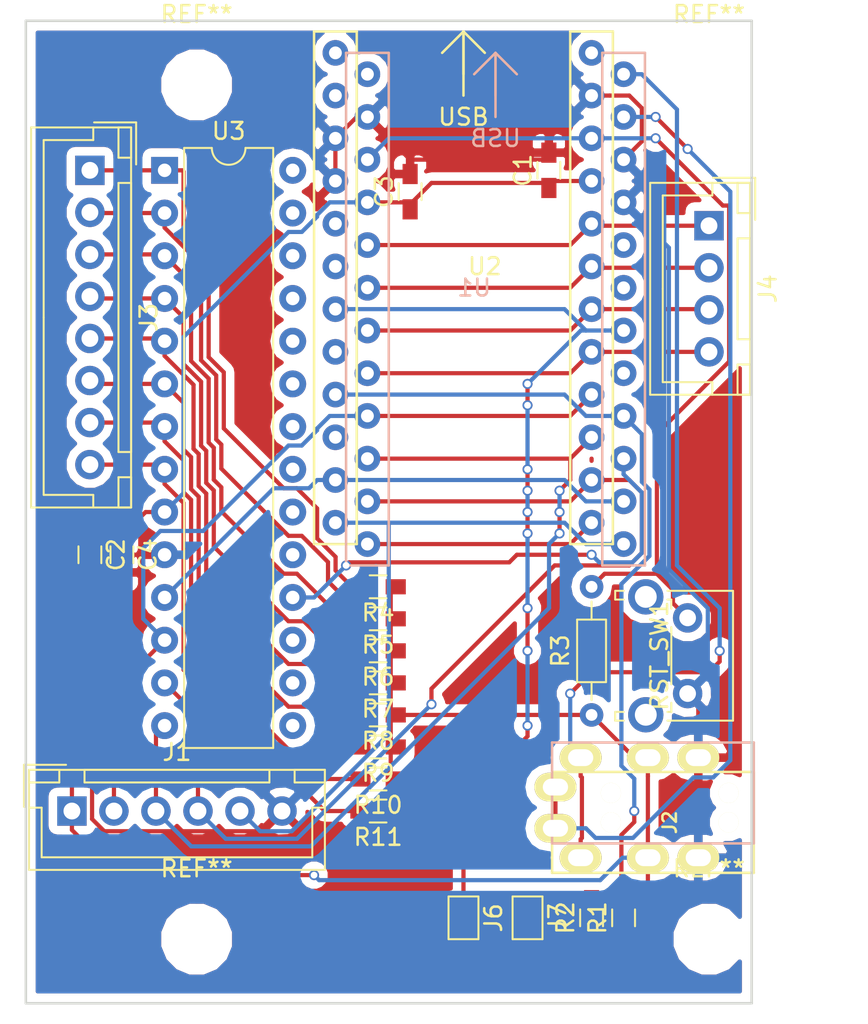
<source format=kicad_pcb>
(kicad_pcb (version 4) (host pcbnew 4.0.7)

  (general
    (links 88)
    (no_connects 0)
    (area -0.075001 -0.075001 43.255001 58.495001)
    (thickness 1.6)
    (drawings 4)
    (tracks 384)
    (zones 0)
    (modules 29)
    (nets 51)
  )

  (page A4)
  (layers
    (0 F.Cu signal)
    (31 B.Cu signal)
    (32 B.Adhes user)
    (33 F.Adhes user)
    (34 B.Paste user)
    (35 F.Paste user)
    (36 B.SilkS user)
    (37 F.SilkS user)
    (38 B.Mask user)
    (39 F.Mask user)
    (40 Dwgs.User user)
    (41 Cmts.User user)
    (42 Eco1.User user)
    (43 Eco2.User user)
    (44 Edge.Cuts user)
    (45 Margin user)
    (46 B.CrtYd user)
    (47 F.CrtYd user)
    (48 B.Fab user)
    (49 F.Fab user)
  )

  (setup
    (last_trace_width 0.25)
    (trace_clearance 0.2)
    (zone_clearance 0.508)
    (zone_45_only no)
    (trace_min 0)
    (segment_width 0.2)
    (edge_width 0.15)
    (via_size 0.6)
    (via_drill 0.4)
    (via_min_size 0.4)
    (via_min_drill 0.3)
    (uvia_size 0.3)
    (uvia_drill 0.1)
    (uvias_allowed no)
    (uvia_min_size 0.2)
    (uvia_min_drill 0.1)
    (pcb_text_width 0.3)
    (pcb_text_size 1.5 1.5)
    (mod_edge_width 0.15)
    (mod_text_size 1 1)
    (mod_text_width 0.15)
    (pad_size 1.524 1.524)
    (pad_drill 0.762)
    (pad_to_mask_clearance 0.2)
    (aux_axis_origin 0 0)
    (visible_elements FFFFFF7F)
    (pcbplotparams
      (layerselection 0x00030_80000001)
      (usegerberextensions false)
      (excludeedgelayer true)
      (linewidth 0.100000)
      (plotframeref false)
      (viasonmask false)
      (mode 1)
      (useauxorigin false)
      (hpglpennumber 1)
      (hpglpenspeed 20)
      (hpglpendiameter 15)
      (hpglpenoverlay 2)
      (psnegative false)
      (psa4output false)
      (plotreference true)
      (plotvalue true)
      (plotinvisibletext false)
      (padsonsilk false)
      (subtractmaskfromsilk false)
      (outputformat 1)
      (mirror false)
      (drillshape 1)
      (scaleselection 1)
      (outputdirectory ""))
  )

  (net 0 "")
  (net 1 +5V)
  (net 2 GND)
  (net 3 /SCLK)
  (net 4 /MISO)
  (net 5 /MOSI)
  (net 6 /Trackball_SS)
  (net 7 /TX)
  (net 8 /RX)
  (net 9 /COL0)
  (net 10 /COL1)
  (net 11 /COL2)
  (net 12 /COL3)
  (net 13 /COL4)
  (net 14 /COL5)
  (net 15 /COL6)
  (net 16 /COL7)
  (net 17 /ROW0)
  (net 18 /ROW1)
  (net 19 /ROW2)
  (net 20 /ROW3)
  (net 21 /has_trackball)
  (net 22 /is_left)
  (net 23 /RST)
  (net 24 "Net-(U1-Pad5)")
  (net 25 /Key_SS)
  (net 26 "Net-(U1-Pad8)")
  (net 27 /Key_IO_RST)
  (net 28 /Arduino_SS)
  (net 29 "Net-(U1-Pad24)")
  (net 30 "Net-(U2-Pad1)")
  (net 31 "Net-(U2-Pad2)")
  (net 32 "Net-(U2-Pad5)")
  (net 33 "Net-(U2-Pad6)")
  (net 34 "Net-(U2-Pad8)")
  (net 35 "Net-(U2-Pad10)")
  (net 36 "Net-(U2-Pad24)")
  (net 37 "Net-(U3-Pad15)")
  (net 38 "Net-(U3-Pad16)")
  (net 39 "Net-(U3-Pad17)")
  (net 40 "Net-(U3-Pad19)")
  (net 41 "Net-(U3-Pad20)")
  (net 42 "Net-(U3-Pad21)")
  (net 43 "Net-(U3-Pad22)")
  (net 44 "Net-(U3-Pad23)")
  (net 45 "Net-(U3-Pad24)")
  (net 46 "Net-(U3-Pad25)")
  (net 47 "Net-(U3-Pad26)")
  (net 48 "Net-(U3-Pad27)")
  (net 49 "Net-(U3-Pad28)")
  (net 50 "Net-(U1-Pad6)")

  (net_class Default "This is the default net class."
    (clearance 0.2)
    (trace_width 0.25)
    (via_dia 0.6)
    (via_drill 0.4)
    (uvia_dia 0.3)
    (uvia_drill 0.1)
    (add_net +5V)
    (add_net /Arduino_SS)
    (add_net /COL0)
    (add_net /COL1)
    (add_net /COL2)
    (add_net /COL3)
    (add_net /COL4)
    (add_net /COL5)
    (add_net /COL6)
    (add_net /COL7)
    (add_net /Key_IO_RST)
    (add_net /Key_SS)
    (add_net /MISO)
    (add_net /MOSI)
    (add_net /ROW0)
    (add_net /ROW1)
    (add_net /ROW2)
    (add_net /ROW3)
    (add_net /RST)
    (add_net /RX)
    (add_net /SCLK)
    (add_net /TX)
    (add_net /Trackball_SS)
    (add_net /has_trackball)
    (add_net /is_left)
    (add_net GND)
    (add_net "Net-(U1-Pad24)")
    (add_net "Net-(U1-Pad5)")
    (add_net "Net-(U1-Pad6)")
    (add_net "Net-(U1-Pad8)")
    (add_net "Net-(U2-Pad1)")
    (add_net "Net-(U2-Pad10)")
    (add_net "Net-(U2-Pad2)")
    (add_net "Net-(U2-Pad24)")
    (add_net "Net-(U2-Pad5)")
    (add_net "Net-(U2-Pad6)")
    (add_net "Net-(U2-Pad8)")
    (add_net "Net-(U3-Pad15)")
    (add_net "Net-(U3-Pad16)")
    (add_net "Net-(U3-Pad17)")
    (add_net "Net-(U3-Pad19)")
    (add_net "Net-(U3-Pad20)")
    (add_net "Net-(U3-Pad21)")
    (add_net "Net-(U3-Pad22)")
    (add_net "Net-(U3-Pad23)")
    (add_net "Net-(U3-Pad24)")
    (add_net "Net-(U3-Pad25)")
    (add_net "Net-(U3-Pad26)")
    (add_net "Net-(U3-Pad27)")
    (add_net "Net-(U3-Pad28)")
  )

  (module Connectors_JST:JST_XH_B06B-XH-A_06x2.50mm_Straight (layer F.Cu) (tedit 58EAE7F0) (tstamp 5AC84F57)
    (at 2.74 46.99)
    (descr "JST XH series connector, B06B-XH-A, top entry type, through hole")
    (tags "connector jst xh tht top vertical 2.50mm")
    (path /5AC84BEC)
    (fp_text reference J1 (at 6.25 -3.5) (layer F.SilkS)
      (effects (font (size 1 1) (thickness 0.15)))
    )
    (fp_text value trackball_port (at 6.25 4.5) (layer F.Fab)
      (effects (font (size 1 1) (thickness 0.15)))
    )
    (fp_line (start -2.45 -2.35) (end -2.45 3.4) (layer F.Fab) (width 0.1))
    (fp_line (start -2.45 3.4) (end 14.95 3.4) (layer F.Fab) (width 0.1))
    (fp_line (start 14.95 3.4) (end 14.95 -2.35) (layer F.Fab) (width 0.1))
    (fp_line (start 14.95 -2.35) (end -2.45 -2.35) (layer F.Fab) (width 0.1))
    (fp_line (start -2.95 -2.85) (end -2.95 3.9) (layer F.CrtYd) (width 0.05))
    (fp_line (start -2.95 3.9) (end 15.45 3.9) (layer F.CrtYd) (width 0.05))
    (fp_line (start 15.45 3.9) (end 15.45 -2.85) (layer F.CrtYd) (width 0.05))
    (fp_line (start 15.45 -2.85) (end -2.95 -2.85) (layer F.CrtYd) (width 0.05))
    (fp_line (start -2.55 -2.45) (end -2.55 3.5) (layer F.SilkS) (width 0.12))
    (fp_line (start -2.55 3.5) (end 15.05 3.5) (layer F.SilkS) (width 0.12))
    (fp_line (start 15.05 3.5) (end 15.05 -2.45) (layer F.SilkS) (width 0.12))
    (fp_line (start 15.05 -2.45) (end -2.55 -2.45) (layer F.SilkS) (width 0.12))
    (fp_line (start 0.75 -2.45) (end 0.75 -1.7) (layer F.SilkS) (width 0.12))
    (fp_line (start 0.75 -1.7) (end 11.75 -1.7) (layer F.SilkS) (width 0.12))
    (fp_line (start 11.75 -1.7) (end 11.75 -2.45) (layer F.SilkS) (width 0.12))
    (fp_line (start 11.75 -2.45) (end 0.75 -2.45) (layer F.SilkS) (width 0.12))
    (fp_line (start -2.55 -2.45) (end -2.55 -1.7) (layer F.SilkS) (width 0.12))
    (fp_line (start -2.55 -1.7) (end -0.75 -1.7) (layer F.SilkS) (width 0.12))
    (fp_line (start -0.75 -1.7) (end -0.75 -2.45) (layer F.SilkS) (width 0.12))
    (fp_line (start -0.75 -2.45) (end -2.55 -2.45) (layer F.SilkS) (width 0.12))
    (fp_line (start 13.25 -2.45) (end 13.25 -1.7) (layer F.SilkS) (width 0.12))
    (fp_line (start 13.25 -1.7) (end 15.05 -1.7) (layer F.SilkS) (width 0.12))
    (fp_line (start 15.05 -1.7) (end 15.05 -2.45) (layer F.SilkS) (width 0.12))
    (fp_line (start 15.05 -2.45) (end 13.25 -2.45) (layer F.SilkS) (width 0.12))
    (fp_line (start -2.55 -0.2) (end -1.8 -0.2) (layer F.SilkS) (width 0.12))
    (fp_line (start -1.8 -0.2) (end -1.8 2.75) (layer F.SilkS) (width 0.12))
    (fp_line (start -1.8 2.75) (end 6.25 2.75) (layer F.SilkS) (width 0.12))
    (fp_line (start 15.05 -0.2) (end 14.3 -0.2) (layer F.SilkS) (width 0.12))
    (fp_line (start 14.3 -0.2) (end 14.3 2.75) (layer F.SilkS) (width 0.12))
    (fp_line (start 14.3 2.75) (end 6.25 2.75) (layer F.SilkS) (width 0.12))
    (fp_line (start -0.35 -2.75) (end -2.85 -2.75) (layer F.SilkS) (width 0.12))
    (fp_line (start -2.85 -2.75) (end -2.85 -0.25) (layer F.SilkS) (width 0.12))
    (fp_line (start -0.35 -2.75) (end -2.85 -2.75) (layer F.Fab) (width 0.1))
    (fp_line (start -2.85 -2.75) (end -2.85 -0.25) (layer F.Fab) (width 0.1))
    (fp_text user %R (at 6.25 2.5) (layer F.Fab)
      (effects (font (size 1 1) (thickness 0.15)))
    )
    (pad 1 thru_hole rect (at 0 0) (size 1.75 1.75) (drill 1) (layers *.Cu *.Mask)
      (net 1 +5V))
    (pad 2 thru_hole circle (at 2.5 0) (size 1.75 1.75) (drill 1) (layers *.Cu *.Mask)
      (net 3 /SCLK))
    (pad 3 thru_hole circle (at 5 0) (size 1.75 1.75) (drill 1) (layers *.Cu *.Mask)
      (net 4 /MISO))
    (pad 4 thru_hole circle (at 7.5 0) (size 1.75 1.75) (drill 1) (layers *.Cu *.Mask)
      (net 5 /MOSI))
    (pad 5 thru_hole circle (at 10 0) (size 1.75 1.75) (drill 1) (layers *.Cu *.Mask)
      (net 6 /Trackball_SS))
    (pad 6 thru_hole circle (at 12.5 0) (size 1.75 1.75) (drill 1) (layers *.Cu *.Mask)
      (net 2 GND))
    (model Connectors_JST.3dshapes/JST_XH_B06B-XH-A_06x2.50mm_Straight.wrl
      (at (xyz 0 0 0))
      (scale (xyz 1 1 1))
      (rotate (xyz 0 0 0))
    )
  )

  (module trackey:MJ-4PP-9_rev2 (layer F.Cu) (tedit 5A9FE62B) (tstamp 5AC84F67)
    (at 43.305 47.665 270)
    (path /5AC86A62)
    (fp_text reference J2 (at 0 5 270) (layer F.SilkS)
      (effects (font (size 0.8 0.8) (thickness 0.15)))
    )
    (fp_text value Audio-Jack-4 (at 0 14 270) (layer F.Fab) hide
      (effects (font (size 1 1) (thickness 0.15)))
    )
    (fp_line (start -4.75 12) (end -4.75 0) (layer B.SilkS) (width 0.15))
    (fp_line (start 1.25 12) (end -4.75 12) (layer B.SilkS) (width 0.15))
    (fp_line (start 1.25 0) (end 1.25 12) (layer B.SilkS) (width 0.15))
    (fp_line (start -4.75 0) (end 1.25 0) (layer B.SilkS) (width 0.15))
    (fp_line (start -3 0) (end 3 0) (layer F.SilkS) (width 0.15))
    (fp_line (start 3 0) (end 3 12) (layer F.SilkS) (width 0.15))
    (fp_line (start 3 12) (end -3 12) (layer F.SilkS) (width 0.15))
    (fp_line (start -3 12) (end -3 0) (layer F.SilkS) (width 0.15))
    (pad "" np_thru_hole circle (at -1.75 8.5 270) (size 1.2 1.2) (drill 1.2) (layers *.Cu *.Mask F.SilkS))
    (pad "" np_thru_hole circle (at -1.75 1.5 270) (size 1.2 1.2) (drill 1.2) (layers *.Cu *.Mask F.SilkS))
    (pad 2 thru_hole oval (at -3.85 10.3 270) (size 1.7 2.5) (drill oval 1 1.5) (layers *.Cu *.Mask F.SilkS)
      (net 7 /TX) (clearance 0.15))
    (pad 1 thru_hole oval (at 0.35 11.8 270) (size 1.7 2.5) (drill oval 1 1.5) (layers *.Cu *.Mask F.SilkS)
      (net 8 /RX) (clearance 0.15))
    (pad 4 thru_hole oval (at -3.85 3.3 270) (size 1.7 2.5) (drill oval 1 1.5) (layers *.Cu *.Mask F.SilkS)
      (net 2 GND))
    (pad 3 thru_hole oval (at -3.85 6.3 270) (size 1.7 2.5) (drill oval 1 1.5) (layers *.Cu *.Mask F.SilkS)
      (net 1 +5V))
    (pad "" np_thru_hole circle (at 0 1.5 270) (size 1.2 1.2) (drill 1.2) (layers *.Cu *.Mask F.SilkS))
    (pad "" np_thru_hole circle (at 0 8.5 270) (size 1.2 1.2) (drill 1.2) (layers *.Cu *.Mask F.SilkS))
    (pad 4 thru_hole oval (at 2.1 3.3 270) (size 1.7 2.5) (drill oval 1 1.5) (layers *.Cu *.Mask F.SilkS)
      (net 2 GND))
    (pad 3 thru_hole oval (at 2.1 6.3 270) (size 1.7 2.5) (drill oval 1 1.5) (layers *.Cu *.Mask F.SilkS)
      (net 1 +5V))
    (pad 2 thru_hole oval (at 2.1 10.3 270) (size 1.7 2.5) (drill oval 1 1.5) (layers *.Cu *.Mask F.SilkS)
      (net 7 /TX) (clearance 0.15))
    (pad 1 thru_hole oval (at -2.1 11.8 270) (size 1.7 2.5) (drill oval 1 1.5) (layers *.Cu *.Mask F.SilkS)
      (net 8 /RX) (clearance 0.15))
    (model "../../../../../../Users/pluis/Documents/Magic Briefcase/Documents/KiCad/3d/AB2_TRS_3p5MM_PTH.wrl"
      (at (xyz 0 0 0))
      (scale (xyz 0.42 0.42 0.42))
      (rotate (xyz 0 0 90))
    )
  )

  (module Connectors_JST:JST_XH_B08B-XH-A_08x2.50mm_Straight (layer F.Cu) (tedit 58EAE7F0) (tstamp 5AC84F73)
    (at 3.81 8.89 270)
    (descr "JST XH series connector, B08B-XH-A, top entry type, through hole")
    (tags "connector jst xh tht top vertical 2.50mm")
    (path /5AC8DE1C)
    (fp_text reference J3 (at 8.75 -3.5 270) (layer F.SilkS)
      (effects (font (size 1 1) (thickness 0.15)))
    )
    (fp_text value COL_port (at 8.75 4.5 270) (layer F.Fab)
      (effects (font (size 1 1) (thickness 0.15)))
    )
    (fp_line (start -2.45 -2.35) (end -2.45 3.4) (layer F.Fab) (width 0.1))
    (fp_line (start -2.45 3.4) (end 19.95 3.4) (layer F.Fab) (width 0.1))
    (fp_line (start 19.95 3.4) (end 19.95 -2.35) (layer F.Fab) (width 0.1))
    (fp_line (start 19.95 -2.35) (end -2.45 -2.35) (layer F.Fab) (width 0.1))
    (fp_line (start -2.95 -2.85) (end -2.95 3.9) (layer F.CrtYd) (width 0.05))
    (fp_line (start -2.95 3.9) (end 20.45 3.9) (layer F.CrtYd) (width 0.05))
    (fp_line (start 20.45 3.9) (end 20.45 -2.85) (layer F.CrtYd) (width 0.05))
    (fp_line (start 20.45 -2.85) (end -2.95 -2.85) (layer F.CrtYd) (width 0.05))
    (fp_line (start -2.55 -2.45) (end -2.55 3.5) (layer F.SilkS) (width 0.12))
    (fp_line (start -2.55 3.5) (end 20.05 3.5) (layer F.SilkS) (width 0.12))
    (fp_line (start 20.05 3.5) (end 20.05 -2.45) (layer F.SilkS) (width 0.12))
    (fp_line (start 20.05 -2.45) (end -2.55 -2.45) (layer F.SilkS) (width 0.12))
    (fp_line (start 0.75 -2.45) (end 0.75 -1.7) (layer F.SilkS) (width 0.12))
    (fp_line (start 0.75 -1.7) (end 16.75 -1.7) (layer F.SilkS) (width 0.12))
    (fp_line (start 16.75 -1.7) (end 16.75 -2.45) (layer F.SilkS) (width 0.12))
    (fp_line (start 16.75 -2.45) (end 0.75 -2.45) (layer F.SilkS) (width 0.12))
    (fp_line (start -2.55 -2.45) (end -2.55 -1.7) (layer F.SilkS) (width 0.12))
    (fp_line (start -2.55 -1.7) (end -0.75 -1.7) (layer F.SilkS) (width 0.12))
    (fp_line (start -0.75 -1.7) (end -0.75 -2.45) (layer F.SilkS) (width 0.12))
    (fp_line (start -0.75 -2.45) (end -2.55 -2.45) (layer F.SilkS) (width 0.12))
    (fp_line (start 18.25 -2.45) (end 18.25 -1.7) (layer F.SilkS) (width 0.12))
    (fp_line (start 18.25 -1.7) (end 20.05 -1.7) (layer F.SilkS) (width 0.12))
    (fp_line (start 20.05 -1.7) (end 20.05 -2.45) (layer F.SilkS) (width 0.12))
    (fp_line (start 20.05 -2.45) (end 18.25 -2.45) (layer F.SilkS) (width 0.12))
    (fp_line (start -2.55 -0.2) (end -1.8 -0.2) (layer F.SilkS) (width 0.12))
    (fp_line (start -1.8 -0.2) (end -1.8 2.75) (layer F.SilkS) (width 0.12))
    (fp_line (start -1.8 2.75) (end 8.75 2.75) (layer F.SilkS) (width 0.12))
    (fp_line (start 20.05 -0.2) (end 19.3 -0.2) (layer F.SilkS) (width 0.12))
    (fp_line (start 19.3 -0.2) (end 19.3 2.75) (layer F.SilkS) (width 0.12))
    (fp_line (start 19.3 2.75) (end 8.75 2.75) (layer F.SilkS) (width 0.12))
    (fp_line (start -0.35 -2.75) (end -2.85 -2.75) (layer F.SilkS) (width 0.12))
    (fp_line (start -2.85 -2.75) (end -2.85 -0.25) (layer F.SilkS) (width 0.12))
    (fp_line (start -0.35 -2.75) (end -2.85 -2.75) (layer F.Fab) (width 0.1))
    (fp_line (start -2.85 -2.75) (end -2.85 -0.25) (layer F.Fab) (width 0.1))
    (fp_text user %R (at 8.75 2.5 270) (layer F.Fab)
      (effects (font (size 1 1) (thickness 0.15)))
    )
    (pad 1 thru_hole rect (at 0 0 270) (size 1.75 1.75) (drill 1) (layers *.Cu *.Mask)
      (net 9 /COL0))
    (pad 2 thru_hole circle (at 2.5 0 270) (size 1.75 1.75) (drill 1) (layers *.Cu *.Mask)
      (net 10 /COL1))
    (pad 3 thru_hole circle (at 5 0 270) (size 1.75 1.75) (drill 1) (layers *.Cu *.Mask)
      (net 11 /COL2))
    (pad 4 thru_hole circle (at 7.5 0 270) (size 1.75 1.75) (drill 1) (layers *.Cu *.Mask)
      (net 12 /COL3))
    (pad 5 thru_hole circle (at 10 0 270) (size 1.75 1.75) (drill 1) (layers *.Cu *.Mask)
      (net 13 /COL4))
    (pad 6 thru_hole circle (at 12.5 0 270) (size 1.75 1.75) (drill 1) (layers *.Cu *.Mask)
      (net 14 /COL5))
    (pad 7 thru_hole circle (at 15 0 270) (size 1.75 1.75) (drill 1) (layers *.Cu *.Mask)
      (net 15 /COL6))
    (pad 8 thru_hole circle (at 17.5 0 270) (size 1.75 1.75) (drill 1) (layers *.Cu *.Mask)
      (net 16 /COL7))
    (model Connectors_JST.3dshapes/JST_XH_B08B-XH-A_08x2.50mm_Straight.wrl
      (at (xyz 0 0 0))
      (scale (xyz 1 1 1))
      (rotate (xyz 0 0 0))
    )
  )

  (module Connectors_JST:JST_XH_B04B-XH-A_04x2.50mm_Straight (layer F.Cu) (tedit 58EAE7F0) (tstamp 5AC84F7B)
    (at 40.64 12.185 270)
    (descr "JST XH series connector, B04B-XH-A, top entry type, through hole")
    (tags "connector jst xh tht top vertical 2.50mm")
    (path /5AC8E68A)
    (fp_text reference J4 (at 3.75 -3.5 270) (layer F.SilkS)
      (effects (font (size 1 1) (thickness 0.15)))
    )
    (fp_text value ROW_port (at 3.75 4.5 270) (layer F.Fab)
      (effects (font (size 1 1) (thickness 0.15)))
    )
    (fp_line (start -2.45 -2.35) (end -2.45 3.4) (layer F.Fab) (width 0.1))
    (fp_line (start -2.45 3.4) (end 9.95 3.4) (layer F.Fab) (width 0.1))
    (fp_line (start 9.95 3.4) (end 9.95 -2.35) (layer F.Fab) (width 0.1))
    (fp_line (start 9.95 -2.35) (end -2.45 -2.35) (layer F.Fab) (width 0.1))
    (fp_line (start -2.95 -2.85) (end -2.95 3.9) (layer F.CrtYd) (width 0.05))
    (fp_line (start -2.95 3.9) (end 10.45 3.9) (layer F.CrtYd) (width 0.05))
    (fp_line (start 10.45 3.9) (end 10.45 -2.85) (layer F.CrtYd) (width 0.05))
    (fp_line (start 10.45 -2.85) (end -2.95 -2.85) (layer F.CrtYd) (width 0.05))
    (fp_line (start -2.55 -2.45) (end -2.55 3.5) (layer F.SilkS) (width 0.12))
    (fp_line (start -2.55 3.5) (end 10.05 3.5) (layer F.SilkS) (width 0.12))
    (fp_line (start 10.05 3.5) (end 10.05 -2.45) (layer F.SilkS) (width 0.12))
    (fp_line (start 10.05 -2.45) (end -2.55 -2.45) (layer F.SilkS) (width 0.12))
    (fp_line (start 0.75 -2.45) (end 0.75 -1.7) (layer F.SilkS) (width 0.12))
    (fp_line (start 0.75 -1.7) (end 6.75 -1.7) (layer F.SilkS) (width 0.12))
    (fp_line (start 6.75 -1.7) (end 6.75 -2.45) (layer F.SilkS) (width 0.12))
    (fp_line (start 6.75 -2.45) (end 0.75 -2.45) (layer F.SilkS) (width 0.12))
    (fp_line (start -2.55 -2.45) (end -2.55 -1.7) (layer F.SilkS) (width 0.12))
    (fp_line (start -2.55 -1.7) (end -0.75 -1.7) (layer F.SilkS) (width 0.12))
    (fp_line (start -0.75 -1.7) (end -0.75 -2.45) (layer F.SilkS) (width 0.12))
    (fp_line (start -0.75 -2.45) (end -2.55 -2.45) (layer F.SilkS) (width 0.12))
    (fp_line (start 8.25 -2.45) (end 8.25 -1.7) (layer F.SilkS) (width 0.12))
    (fp_line (start 8.25 -1.7) (end 10.05 -1.7) (layer F.SilkS) (width 0.12))
    (fp_line (start 10.05 -1.7) (end 10.05 -2.45) (layer F.SilkS) (width 0.12))
    (fp_line (start 10.05 -2.45) (end 8.25 -2.45) (layer F.SilkS) (width 0.12))
    (fp_line (start -2.55 -0.2) (end -1.8 -0.2) (layer F.SilkS) (width 0.12))
    (fp_line (start -1.8 -0.2) (end -1.8 2.75) (layer F.SilkS) (width 0.12))
    (fp_line (start -1.8 2.75) (end 3.75 2.75) (layer F.SilkS) (width 0.12))
    (fp_line (start 10.05 -0.2) (end 9.3 -0.2) (layer F.SilkS) (width 0.12))
    (fp_line (start 9.3 -0.2) (end 9.3 2.75) (layer F.SilkS) (width 0.12))
    (fp_line (start 9.3 2.75) (end 3.75 2.75) (layer F.SilkS) (width 0.12))
    (fp_line (start -0.35 -2.75) (end -2.85 -2.75) (layer F.SilkS) (width 0.12))
    (fp_line (start -2.85 -2.75) (end -2.85 -0.25) (layer F.SilkS) (width 0.12))
    (fp_line (start -0.35 -2.75) (end -2.85 -2.75) (layer F.Fab) (width 0.1))
    (fp_line (start -2.85 -2.75) (end -2.85 -0.25) (layer F.Fab) (width 0.1))
    (fp_text user %R (at 3.75 2.5 270) (layer F.Fab)
      (effects (font (size 1 1) (thickness 0.15)))
    )
    (pad 1 thru_hole rect (at 0 0 270) (size 1.75 1.75) (drill 1) (layers *.Cu *.Mask)
      (net 17 /ROW0))
    (pad 2 thru_hole circle (at 2.5 0 270) (size 1.75 1.75) (drill 1) (layers *.Cu *.Mask)
      (net 18 /ROW1))
    (pad 3 thru_hole circle (at 5 0 270) (size 1.75 1.75) (drill 1) (layers *.Cu *.Mask)
      (net 19 /ROW2))
    (pad 4 thru_hole circle (at 7.5 0 270) (size 1.75 1.75) (drill 1) (layers *.Cu *.Mask)
      (net 20 /ROW3))
    (model Connectors_JST.3dshapes/JST_XH_B04B-XH-A_04x2.50mm_Straight.wrl
      (at (xyz 0 0 0))
      (scale (xyz 1 1 1))
      (rotate (xyz 0 0 0))
    )
  )

  (module Resistors_THT:R_Axial_DIN0204_L3.6mm_D1.6mm_P7.62mm_Horizontal (layer F.Cu) (tedit 5874F706) (tstamp 5AC84F99)
    (at 33.655 41.275 90)
    (descr "Resistor, Axial_DIN0204 series, Axial, Horizontal, pin pitch=7.62mm, 0.16666666666666666W = 1/6W, length*diameter=3.6*1.6mm^2, http://cdn-reichelt.de/documents/datenblatt/B400/1_4W%23YAG.pdf")
    (tags "Resistor Axial_DIN0204 series Axial Horizontal pin pitch 7.62mm 0.16666666666666666W = 1/6W length 3.6mm diameter 1.6mm")
    (path /5AC834C7)
    (fp_text reference R3 (at 3.81 -1.86 90) (layer F.SilkS)
      (effects (font (size 1 1) (thickness 0.15)))
    )
    (fp_text value 2.2kΩ (at 3.81 1.86 90) (layer F.Fab)
      (effects (font (size 1 1) (thickness 0.15)))
    )
    (fp_line (start 2.01 -0.8) (end 2.01 0.8) (layer F.Fab) (width 0.1))
    (fp_line (start 2.01 0.8) (end 5.61 0.8) (layer F.Fab) (width 0.1))
    (fp_line (start 5.61 0.8) (end 5.61 -0.8) (layer F.Fab) (width 0.1))
    (fp_line (start 5.61 -0.8) (end 2.01 -0.8) (layer F.Fab) (width 0.1))
    (fp_line (start 0 0) (end 2.01 0) (layer F.Fab) (width 0.1))
    (fp_line (start 7.62 0) (end 5.61 0) (layer F.Fab) (width 0.1))
    (fp_line (start 1.95 -0.86) (end 1.95 0.86) (layer F.SilkS) (width 0.12))
    (fp_line (start 1.95 0.86) (end 5.67 0.86) (layer F.SilkS) (width 0.12))
    (fp_line (start 5.67 0.86) (end 5.67 -0.86) (layer F.SilkS) (width 0.12))
    (fp_line (start 5.67 -0.86) (end 1.95 -0.86) (layer F.SilkS) (width 0.12))
    (fp_line (start 0.88 0) (end 1.95 0) (layer F.SilkS) (width 0.12))
    (fp_line (start 6.74 0) (end 5.67 0) (layer F.SilkS) (width 0.12))
    (fp_line (start -0.95 -1.15) (end -0.95 1.15) (layer F.CrtYd) (width 0.05))
    (fp_line (start -0.95 1.15) (end 8.6 1.15) (layer F.CrtYd) (width 0.05))
    (fp_line (start 8.6 1.15) (end 8.6 -1.15) (layer F.CrtYd) (width 0.05))
    (fp_line (start 8.6 -1.15) (end -0.95 -1.15) (layer F.CrtYd) (width 0.05))
    (pad 1 thru_hole circle (at 0 0 90) (size 1.4 1.4) (drill 0.7) (layers *.Cu *.Mask)
      (net 1 +5V))
    (pad 2 thru_hole oval (at 7.62 0 90) (size 1.4 1.4) (drill 0.7) (layers *.Cu *.Mask)
      (net 23 /RST))
    (model ${KISYS3DMOD}/Resistors_THT.3dshapes/R_Axial_DIN0204_L3.6mm_D1.6mm_P7.62mm_Horizontal.wrl
      (at (xyz 0 0 0))
      (scale (xyz 0.393701 0.393701 0.393701))
      (rotate (xyz 0 0 0))
    )
  )

  (module Buttons_Switches_THT:SW_Tactile_SPST_Angled_PTS645Vx39-2LFS (layer F.Cu) (tedit 592CADEA) (tstamp 5AC84FA1)
    (at 39.37 35.505 270)
    (descr "tactile switch SPST right angle, PTS645VL39-2 LFS")
    (tags "tactile switch SPST angled PTS645VL39-2 LFS C&K Button")
    (path /5AC8355F)
    (fp_text reference RST_SW1 (at 2.25 1.68 270) (layer F.SilkS)
      (effects (font (size 1 1) (thickness 0.15)))
    )
    (fp_text value SW_DPST_x2 (at 2.25 5.38988 270) (layer F.Fab)
      (effects (font (size 1 1) (thickness 0.15)))
    )
    (fp_line (start 0.5 -3.85) (end 0.5 -2.59) (layer F.Fab) (width 0.1))
    (fp_line (start 4 -3.85) (end 4 -2.59) (layer F.Fab) (width 0.1))
    (fp_line (start 0.5 -3.85) (end 4 -3.85) (layer F.Fab) (width 0.1))
    (fp_text user %R (at 2.25 1.68 270) (layer F.Fab)
      (effects (font (size 1 1) (thickness 0.15)))
    )
    (fp_line (start -1.09 0.97) (end -1.09 1.2) (layer F.SilkS) (width 0.12))
    (fp_line (start 5.7 4.2) (end 5.7 0.86) (layer F.Fab) (width 0.1))
    (fp_line (start -1.5 4.2) (end -1.2 4.2) (layer F.Fab) (width 0.1))
    (fp_line (start -1.2 0.86) (end 5.7 0.86) (layer F.Fab) (width 0.1))
    (fp_line (start 6 4.2) (end 6 -2.59) (layer F.Fab) (width 0.1))
    (fp_line (start -2.5 -2.8) (end 7.05 -2.8) (layer F.CrtYd) (width 0.05))
    (fp_line (start 7.05 -2.8) (end 7.05 4.45) (layer F.CrtYd) (width 0.05))
    (fp_line (start 7.05 4.45) (end -2.5 4.45) (layer F.CrtYd) (width 0.05))
    (fp_line (start -2.5 4.45) (end -2.5 -2.8) (layer F.CrtYd) (width 0.05))
    (fp_line (start -1.61 -2.7) (end 6.11 -2.7) (layer F.SilkS) (width 0.12))
    (fp_line (start 6.11 -2.7) (end 6.11 1.2) (layer F.SilkS) (width 0.12))
    (fp_line (start -1.61 4.31) (end -1.09 4.31) (layer F.SilkS) (width 0.12))
    (fp_line (start -1.61 -2.7) (end -1.61 1.2) (layer F.SilkS) (width 0.12))
    (fp_line (start -1.5 -2.59) (end 6 -2.59) (layer F.Fab) (width 0.1))
    (fp_line (start -1.5 4.2) (end -1.5 -2.59) (layer F.Fab) (width 0.1))
    (fp_line (start 5.7 4.2) (end 6 4.2) (layer F.Fab) (width 0.1))
    (fp_line (start -1.2 4.2) (end -1.2 0.86) (layer F.Fab) (width 0.1))
    (fp_line (start 5.59 0.97) (end 5.59 1.2) (layer F.SilkS) (width 0.12))
    (fp_line (start -1.09 3.8) (end -1.09 4.31) (layer F.SilkS) (width 0.12))
    (fp_line (start -1.61 3.8) (end -1.61 4.31) (layer F.SilkS) (width 0.12))
    (fp_line (start 5.05 0.97) (end 5.59 0.97) (layer F.SilkS) (width 0.12))
    (fp_line (start 5.59 3.8) (end 5.59 4.31) (layer F.SilkS) (width 0.12))
    (fp_line (start 5.59 4.31) (end 6.11 4.31) (layer F.SilkS) (width 0.12))
    (fp_line (start 6.11 3.8) (end 6.11 4.31) (layer F.SilkS) (width 0.12))
    (fp_line (start -1.09 0.97) (end -0.55 0.97) (layer F.SilkS) (width 0.12))
    (fp_line (start 0.55 0.97) (end 3.95 0.97) (layer F.SilkS) (width 0.12))
    (pad "" thru_hole circle (at 5.76 2.49 270) (size 2.1 2.1) (drill 1.3) (layers *.Cu *.Mask))
    (pad 2 thru_hole circle (at 4.5 0 270) (size 1.75 1.75) (drill 0.99) (layers *.Cu *.Mask)
      (net 2 GND))
    (pad 1 thru_hole circle (at 0 0 270) (size 1.75 1.75) (drill 0.99) (layers *.Cu *.Mask)
      (net 23 /RST))
    (pad "" thru_hole circle (at -1.25 2.49 270) (size 2.1 2.1) (drill 1.3) (layers *.Cu *.Mask))
    (model ${KISYS3DMOD}/Buttons_Switches_THT.3dshapes/SW_Tactile_SPST_Angled_PTS645Vx39-2LFS.wrl
      (at (xyz 0 0 0))
      (scale (xyz 1 1 1))
      (rotate (xyz 0 0 0))
    )
  )

  (module trackey:Arduino_Pro_Micro (layer B.Cu) (tedit 5AB5E001) (tstamp 5AC84FBD)
    (at 26.67 17.145 180)
    (path /5AC7ABA1)
    (fp_text reference U1 (at 0 1.27 180) (layer B.SilkS)
      (effects (font (size 1 1) (thickness 0.15)) (justify mirror))
    )
    (fp_text value Arduino_Pro_Micro (at 0 -1.27 180) (layer B.Fab)
      (effects (font (size 1 1) (thickness 0.15)) (justify mirror))
    )
    (fp_text user USB (at -1.27 10.16 180) (layer B.SilkS)
      (effects (font (size 1 1) (thickness 0.15)) (justify mirror))
    )
    (fp_line (start -1.27 15.24) (end 0 13.97) (layer B.SilkS) (width 0.15))
    (fp_line (start -1.27 15.24) (end -2.54 13.97) (layer B.SilkS) (width 0.15))
    (fp_line (start -1.27 11.43) (end -1.27 15.24) (layer B.SilkS) (width 0.15))
    (fp_line (start -1.27 15.24) (end -1.27 12.7) (layer B.SilkS) (width 0.15))
    (fp_line (start 5.08 15.24) (end 5.08 -15.24) (layer B.SilkS) (width 0.15))
    (fp_line (start 7.62 15.24) (end 5.08 15.24) (layer B.SilkS) (width 0.15))
    (fp_line (start 7.62 -15.24) (end 7.62 15.24) (layer B.SilkS) (width 0.15))
    (fp_line (start 5.08 -15.24) (end 7.62 -15.24) (layer B.SilkS) (width 0.15))
    (fp_line (start -10.16 15.24) (end -10.16 -15.24) (layer B.SilkS) (width 0.15))
    (fp_line (start -7.62 15.24) (end -10.16 15.24) (layer B.SilkS) (width 0.15))
    (fp_line (start -7.62 -15.24) (end -7.62 15.24) (layer B.SilkS) (width 0.15))
    (fp_line (start -10.16 -15.24) (end -7.62 -15.24) (layer B.SilkS) (width 0.15))
    (pad 1 thru_hole circle (at -8.89 13.97 180) (size 1.524 1.524) (drill 0.762) (layers *.Cu *.Mask)
      (net 7 /TX))
    (pad 2 thru_hole circle (at -8.89 11.43 180) (size 1.524 1.524) (drill 0.762) (layers *.Cu *.Mask)
      (net 8 /RX))
    (pad 3 thru_hole circle (at -8.89 8.89 180) (size 1.524 1.524) (drill 0.762) (layers *.Cu *.Mask)
      (net 2 GND))
    (pad 4 thru_hole circle (at -8.89 6.35 180) (size 1.524 1.524) (drill 0.762) (layers *.Cu *.Mask)
      (net 2 GND))
    (pad 5 thru_hole circle (at -8.89 3.81 180) (size 1.524 1.524) (drill 0.762) (layers *.Cu *.Mask)
      (net 24 "Net-(U1-Pad5)"))
    (pad 6 thru_hole circle (at -8.89 1.27 180) (size 1.524 1.524) (drill 0.762) (layers *.Cu *.Mask)
      (net 50 "Net-(U1-Pad6)"))
    (pad 7 thru_hole circle (at -8.89 -1.27 180) (size 1.524 1.524) (drill 0.762) (layers *.Cu *.Mask)
      (net 21 /has_trackball))
    (pad 8 thru_hole circle (at -8.89 -3.81 180) (size 1.524 1.524) (drill 0.762) (layers *.Cu *.Mask)
      (net 26 "Net-(U1-Pad8)"))
    (pad 9 thru_hole circle (at -8.89 -6.35 180) (size 1.524 1.524) (drill 0.762) (layers *.Cu *.Mask)
      (net 22 /is_left))
    (pad 10 thru_hole circle (at -8.89 -8.89 180) (size 1.524 1.524) (drill 0.762) (layers *.Cu *.Mask)
      (net 27 /Key_IO_RST))
    (pad 11 thru_hole circle (at -8.89 -11.43 180) (size 1.524 1.524) (drill 0.762) (layers *.Cu *.Mask)
      (net 25 /Key_SS))
    (pad 12 thru_hole circle (at -8.89 -13.97 180) (size 1.524 1.524) (drill 0.762) (layers *.Cu *.Mask)
      (net 6 /Trackball_SS))
    (pad 13 thru_hole circle (at 6.35 -13.97 180) (size 1.524 1.524) (drill 0.762) (layers *.Cu *.Mask)
      (net 28 /Arduino_SS))
    (pad 14 thru_hole circle (at 6.35 -11.43 180) (size 1.524 1.524) (drill 0.762) (layers *.Cu *.Mask)
      (net 5 /MOSI))
    (pad 15 thru_hole circle (at 6.35 -8.89 180) (size 1.524 1.524) (drill 0.762) (layers *.Cu *.Mask)
      (net 4 /MISO))
    (pad 16 thru_hole circle (at 6.35 -6.35 180) (size 1.524 1.524) (drill 0.762) (layers *.Cu *.Mask)
      (net 3 /SCLK))
    (pad 17 thru_hole circle (at 6.35 -3.81 180) (size 1.524 1.524) (drill 0.762) (layers *.Cu *.Mask)
      (net 20 /ROW3))
    (pad 18 thru_hole circle (at 6.35 -1.27 180) (size 1.524 1.524) (drill 0.762) (layers *.Cu *.Mask)
      (net 19 /ROW2))
    (pad 19 thru_hole circle (at 6.35 1.27 180) (size 1.524 1.524) (drill 0.762) (layers *.Cu *.Mask)
      (net 18 /ROW1))
    (pad 20 thru_hole circle (at 6.35 3.81 180) (size 1.524 1.524) (drill 0.762) (layers *.Cu *.Mask)
      (net 17 /ROW0))
    (pad 21 thru_hole circle (at 6.35 6.35 180) (size 1.524 1.524) (drill 0.762) (layers *.Cu *.Mask)
      (net 1 +5V))
    (pad 22 thru_hole circle (at 6.35 8.89 180) (size 1.524 1.524) (drill 0.762) (layers *.Cu *.Mask)
      (net 23 /RST))
    (pad 23 thru_hole circle (at 6.35 11.43 180) (size 1.524 1.524) (drill 0.762) (layers *.Cu *.Mask)
      (net 2 GND))
    (pad 24 thru_hole circle (at 6.35 13.97 180) (size 1.524 1.524) (drill 0.762) (layers *.Cu *.Mask)
      (net 29 "Net-(U1-Pad24)"))
  )

  (module trackey:Arduino_Pro_Micro (layer F.Cu) (tedit 5AB5E001) (tstamp 5AC84FD9)
    (at 27.305 15.875)
    (path /5AC8B8D8)
    (fp_text reference U2 (at 0 -1.27) (layer F.SilkS)
      (effects (font (size 1 1) (thickness 0.15)))
    )
    (fp_text value Arduino_Pro_Micro (at 0 1.27) (layer F.Fab)
      (effects (font (size 1 1) (thickness 0.15)))
    )
    (fp_text user USB (at -1.27 -10.16) (layer F.SilkS)
      (effects (font (size 1 1) (thickness 0.15)))
    )
    (fp_line (start -1.27 -15.24) (end 0 -13.97) (layer F.SilkS) (width 0.15))
    (fp_line (start -1.27 -15.24) (end -2.54 -13.97) (layer F.SilkS) (width 0.15))
    (fp_line (start -1.27 -11.43) (end -1.27 -15.24) (layer F.SilkS) (width 0.15))
    (fp_line (start -1.27 -15.24) (end -1.27 -12.7) (layer F.SilkS) (width 0.15))
    (fp_line (start 5.08 -15.24) (end 5.08 15.24) (layer F.SilkS) (width 0.15))
    (fp_line (start 7.62 -15.24) (end 5.08 -15.24) (layer F.SilkS) (width 0.15))
    (fp_line (start 7.62 15.24) (end 7.62 -15.24) (layer F.SilkS) (width 0.15))
    (fp_line (start 5.08 15.24) (end 7.62 15.24) (layer F.SilkS) (width 0.15))
    (fp_line (start -10.16 -15.24) (end -10.16 15.24) (layer F.SilkS) (width 0.15))
    (fp_line (start -7.62 -15.24) (end -10.16 -15.24) (layer F.SilkS) (width 0.15))
    (fp_line (start -7.62 15.24) (end -7.62 -15.24) (layer F.SilkS) (width 0.15))
    (fp_line (start -10.16 15.24) (end -7.62 15.24) (layer F.SilkS) (width 0.15))
    (pad 1 thru_hole circle (at -8.89 -13.97) (size 1.524 1.524) (drill 0.762) (layers *.Cu *.Mask)
      (net 30 "Net-(U2-Pad1)"))
    (pad 2 thru_hole circle (at -8.89 -11.43) (size 1.524 1.524) (drill 0.762) (layers *.Cu *.Mask)
      (net 31 "Net-(U2-Pad2)"))
    (pad 3 thru_hole circle (at -8.89 -8.89) (size 1.524 1.524) (drill 0.762) (layers *.Cu *.Mask)
      (net 2 GND))
    (pad 4 thru_hole circle (at -8.89 -6.35) (size 1.524 1.524) (drill 0.762) (layers *.Cu *.Mask)
      (net 2 GND))
    (pad 5 thru_hole circle (at -8.89 -3.81) (size 1.524 1.524) (drill 0.762) (layers *.Cu *.Mask)
      (net 32 "Net-(U2-Pad5)"))
    (pad 6 thru_hole circle (at -8.89 -1.27) (size 1.524 1.524) (drill 0.762) (layers *.Cu *.Mask)
      (net 33 "Net-(U2-Pad6)"))
    (pad 7 thru_hole circle (at -8.89 1.27) (size 1.524 1.524) (drill 0.762) (layers *.Cu *.Mask)
      (net 21 /has_trackball))
    (pad 8 thru_hole circle (at -8.89 3.81) (size 1.524 1.524) (drill 0.762) (layers *.Cu *.Mask)
      (net 34 "Net-(U2-Pad8)"))
    (pad 9 thru_hole circle (at -8.89 6.35) (size 1.524 1.524) (drill 0.762) (layers *.Cu *.Mask)
      (net 22 /is_left))
    (pad 10 thru_hole circle (at -8.89 8.89) (size 1.524 1.524) (drill 0.762) (layers *.Cu *.Mask)
      (net 35 "Net-(U2-Pad10)"))
    (pad 11 thru_hole circle (at -8.89 11.43) (size 1.524 1.524) (drill 0.762) (layers *.Cu *.Mask)
      (net 25 /Key_SS))
    (pad 12 thru_hole circle (at -8.89 13.97) (size 1.524 1.524) (drill 0.762) (layers *.Cu *.Mask)
      (net 6 /Trackball_SS))
    (pad 13 thru_hole circle (at 6.35 13.97) (size 1.524 1.524) (drill 0.762) (layers *.Cu *.Mask)
      (net 28 /Arduino_SS))
    (pad 14 thru_hole circle (at 6.35 11.43) (size 1.524 1.524) (drill 0.762) (layers *.Cu *.Mask)
      (net 5 /MOSI))
    (pad 15 thru_hole circle (at 6.35 8.89) (size 1.524 1.524) (drill 0.762) (layers *.Cu *.Mask)
      (net 4 /MISO))
    (pad 16 thru_hole circle (at 6.35 6.35) (size 1.524 1.524) (drill 0.762) (layers *.Cu *.Mask)
      (net 3 /SCLK))
    (pad 17 thru_hole circle (at 6.35 3.81) (size 1.524 1.524) (drill 0.762) (layers *.Cu *.Mask)
      (net 20 /ROW3))
    (pad 18 thru_hole circle (at 6.35 1.27) (size 1.524 1.524) (drill 0.762) (layers *.Cu *.Mask)
      (net 19 /ROW2))
    (pad 19 thru_hole circle (at 6.35 -1.27) (size 1.524 1.524) (drill 0.762) (layers *.Cu *.Mask)
      (net 18 /ROW1))
    (pad 20 thru_hole circle (at 6.35 -3.81) (size 1.524 1.524) (drill 0.762) (layers *.Cu *.Mask)
      (net 17 /ROW0))
    (pad 21 thru_hole circle (at 6.35 -6.35) (size 1.524 1.524) (drill 0.762) (layers *.Cu *.Mask)
      (net 1 +5V))
    (pad 22 thru_hole circle (at 6.35 -8.89) (size 1.524 1.524) (drill 0.762) (layers *.Cu *.Mask)
      (net 23 /RST))
    (pad 23 thru_hole circle (at 6.35 -11.43) (size 1.524 1.524) (drill 0.762) (layers *.Cu *.Mask)
      (net 2 GND))
    (pad 24 thru_hole circle (at 6.35 -13.97) (size 1.524 1.524) (drill 0.762) (layers *.Cu *.Mask)
      (net 36 "Net-(U2-Pad24)"))
  )

  (module Housings_DIP:DIP-28_W7.62mm (layer F.Cu) (tedit 59C78D6B) (tstamp 5AC84FF9)
    (at 8.255 8.89)
    (descr "28-lead though-hole mounted DIP package, row spacing 7.62 mm (300 mils)")
    (tags "THT DIP DIL PDIP 2.54mm 7.62mm 300mil")
    (path /5AC856E9)
    (fp_text reference U3 (at 3.81 -2.33) (layer F.SilkS)
      (effects (font (size 1 1) (thickness 0.15)))
    )
    (fp_text value MCP23S17 (at 3.81 35.35) (layer F.Fab)
      (effects (font (size 1 1) (thickness 0.15)))
    )
    (fp_arc (start 3.81 -1.33) (end 2.81 -1.33) (angle -180) (layer F.SilkS) (width 0.12))
    (fp_line (start 1.635 -1.27) (end 6.985 -1.27) (layer F.Fab) (width 0.1))
    (fp_line (start 6.985 -1.27) (end 6.985 34.29) (layer F.Fab) (width 0.1))
    (fp_line (start 6.985 34.29) (end 0.635 34.29) (layer F.Fab) (width 0.1))
    (fp_line (start 0.635 34.29) (end 0.635 -0.27) (layer F.Fab) (width 0.1))
    (fp_line (start 0.635 -0.27) (end 1.635 -1.27) (layer F.Fab) (width 0.1))
    (fp_line (start 2.81 -1.33) (end 1.16 -1.33) (layer F.SilkS) (width 0.12))
    (fp_line (start 1.16 -1.33) (end 1.16 34.35) (layer F.SilkS) (width 0.12))
    (fp_line (start 1.16 34.35) (end 6.46 34.35) (layer F.SilkS) (width 0.12))
    (fp_line (start 6.46 34.35) (end 6.46 -1.33) (layer F.SilkS) (width 0.12))
    (fp_line (start 6.46 -1.33) (end 4.81 -1.33) (layer F.SilkS) (width 0.12))
    (fp_line (start -1.1 -1.55) (end -1.1 34.55) (layer F.CrtYd) (width 0.05))
    (fp_line (start -1.1 34.55) (end 8.7 34.55) (layer F.CrtYd) (width 0.05))
    (fp_line (start 8.7 34.55) (end 8.7 -1.55) (layer F.CrtYd) (width 0.05))
    (fp_line (start 8.7 -1.55) (end -1.1 -1.55) (layer F.CrtYd) (width 0.05))
    (fp_text user %R (at 3.81 16.51) (layer F.Fab)
      (effects (font (size 1 1) (thickness 0.15)))
    )
    (pad 1 thru_hole rect (at 0 0) (size 1.6 1.6) (drill 0.8) (layers *.Cu *.Mask)
      (net 9 /COL0))
    (pad 15 thru_hole oval (at 7.62 33.02) (size 1.6 1.6) (drill 0.8) (layers *.Cu *.Mask)
      (net 37 "Net-(U3-Pad15)"))
    (pad 2 thru_hole oval (at 0 2.54) (size 1.6 1.6) (drill 0.8) (layers *.Cu *.Mask)
      (net 10 /COL1))
    (pad 16 thru_hole oval (at 7.62 30.48) (size 1.6 1.6) (drill 0.8) (layers *.Cu *.Mask)
      (net 38 "Net-(U3-Pad16)"))
    (pad 3 thru_hole oval (at 0 5.08) (size 1.6 1.6) (drill 0.8) (layers *.Cu *.Mask)
      (net 11 /COL2))
    (pad 17 thru_hole oval (at 7.62 27.94) (size 1.6 1.6) (drill 0.8) (layers *.Cu *.Mask)
      (net 39 "Net-(U3-Pad17)"))
    (pad 4 thru_hole oval (at 0 7.62) (size 1.6 1.6) (drill 0.8) (layers *.Cu *.Mask)
      (net 12 /COL3))
    (pad 18 thru_hole oval (at 7.62 25.4) (size 1.6 1.6) (drill 0.8) (layers *.Cu *.Mask)
      (net 27 /Key_IO_RST))
    (pad 5 thru_hole oval (at 0 10.16) (size 1.6 1.6) (drill 0.8) (layers *.Cu *.Mask)
      (net 13 /COL4))
    (pad 19 thru_hole oval (at 7.62 22.86) (size 1.6 1.6) (drill 0.8) (layers *.Cu *.Mask)
      (net 40 "Net-(U3-Pad19)"))
    (pad 6 thru_hole oval (at 0 12.7) (size 1.6 1.6) (drill 0.8) (layers *.Cu *.Mask)
      (net 14 /COL5))
    (pad 20 thru_hole oval (at 7.62 20.32) (size 1.6 1.6) (drill 0.8) (layers *.Cu *.Mask)
      (net 41 "Net-(U3-Pad20)"))
    (pad 7 thru_hole oval (at 0 15.24) (size 1.6 1.6) (drill 0.8) (layers *.Cu *.Mask)
      (net 15 /COL6))
    (pad 21 thru_hole oval (at 7.62 17.78) (size 1.6 1.6) (drill 0.8) (layers *.Cu *.Mask)
      (net 42 "Net-(U3-Pad21)"))
    (pad 8 thru_hole oval (at 0 17.78) (size 1.6 1.6) (drill 0.8) (layers *.Cu *.Mask)
      (net 16 /COL7))
    (pad 22 thru_hole oval (at 7.62 15.24) (size 1.6 1.6) (drill 0.8) (layers *.Cu *.Mask)
      (net 43 "Net-(U3-Pad22)"))
    (pad 9 thru_hole oval (at 0 20.32) (size 1.6 1.6) (drill 0.8) (layers *.Cu *.Mask)
      (net 1 +5V))
    (pad 23 thru_hole oval (at 7.62 12.7) (size 1.6 1.6) (drill 0.8) (layers *.Cu *.Mask)
      (net 44 "Net-(U3-Pad23)"))
    (pad 10 thru_hole oval (at 0 22.86) (size 1.6 1.6) (drill 0.8) (layers *.Cu *.Mask)
      (net 2 GND))
    (pad 24 thru_hole oval (at 7.62 10.16) (size 1.6 1.6) (drill 0.8) (layers *.Cu *.Mask)
      (net 45 "Net-(U3-Pad24)"))
    (pad 11 thru_hole oval (at 0 25.4) (size 1.6 1.6) (drill 0.8) (layers *.Cu *.Mask)
      (net 25 /Key_SS))
    (pad 25 thru_hole oval (at 7.62 7.62) (size 1.6 1.6) (drill 0.8) (layers *.Cu *.Mask)
      (net 46 "Net-(U3-Pad25)"))
    (pad 12 thru_hole oval (at 0 27.94) (size 1.6 1.6) (drill 0.8) (layers *.Cu *.Mask)
      (net 3 /SCLK))
    (pad 26 thru_hole oval (at 7.62 5.08) (size 1.6 1.6) (drill 0.8) (layers *.Cu *.Mask)
      (net 47 "Net-(U3-Pad26)"))
    (pad 13 thru_hole oval (at 0 30.48) (size 1.6 1.6) (drill 0.8) (layers *.Cu *.Mask)
      (net 5 /MOSI))
    (pad 27 thru_hole oval (at 7.62 2.54) (size 1.6 1.6) (drill 0.8) (layers *.Cu *.Mask)
      (net 48 "Net-(U3-Pad27)"))
    (pad 14 thru_hole oval (at 0 33.02) (size 1.6 1.6) (drill 0.8) (layers *.Cu *.Mask)
      (net 4 /MISO))
    (pad 28 thru_hole oval (at 7.62 0) (size 1.6 1.6) (drill 0.8) (layers *.Cu *.Mask)
      (net 49 "Net-(U3-Pad28)"))
    (model ${KISYS3DMOD}/Housings_DIP.3dshapes/DIP-28_W7.62mm.wrl
      (at (xyz 0 0 0))
      (scale (xyz 1 1 1))
      (rotate (xyz 0 0 0))
    )
  )

  (module Mounting_Holes:MountingHole_3.2mm_M3 (layer F.Cu) (tedit 56D1B4CB) (tstamp 5AC85242)
    (at 40.64 3.81)
    (descr "Mounting Hole 3.2mm, no annular, M3")
    (tags "mounting hole 3.2mm no annular m3")
    (attr virtual)
    (fp_text reference REF** (at 0 -4.2) (layer F.SilkS)
      (effects (font (size 1 1) (thickness 0.15)))
    )
    (fp_text value MountingHole_3.2mm_M3 (at 0 4.2) (layer F.Fab)
      (effects (font (size 1 1) (thickness 0.15)))
    )
    (fp_text user %R (at 0.3 0) (layer F.Fab)
      (effects (font (size 1 1) (thickness 0.15)))
    )
    (fp_circle (center 0 0) (end 3.2 0) (layer Cmts.User) (width 0.15))
    (fp_circle (center 0 0) (end 3.45 0) (layer F.CrtYd) (width 0.05))
    (pad 1 np_thru_hole circle (at 0 0) (size 3.2 3.2) (drill 3.2) (layers *.Cu *.Mask))
  )

  (module Mounting_Holes:MountingHole_3.2mm_M3 (layer F.Cu) (tedit 56D1B4CB) (tstamp 5AC85243)
    (at 10.16 3.81)
    (descr "Mounting Hole 3.2mm, no annular, M3")
    (tags "mounting hole 3.2mm no annular m3")
    (attr virtual)
    (fp_text reference REF** (at 0 -4.2) (layer F.SilkS)
      (effects (font (size 1 1) (thickness 0.15)))
    )
    (fp_text value MountingHole_3.2mm_M3 (at 0 4.2) (layer F.Fab)
      (effects (font (size 1 1) (thickness 0.15)))
    )
    (fp_text user %R (at 0.3 0) (layer F.Fab)
      (effects (font (size 1 1) (thickness 0.15)))
    )
    (fp_circle (center 0 0) (end 3.2 0) (layer Cmts.User) (width 0.15))
    (fp_circle (center 0 0) (end 3.45 0) (layer F.CrtYd) (width 0.05))
    (pad 1 np_thru_hole circle (at 0 0) (size 3.2 3.2) (drill 3.2) (layers *.Cu *.Mask))
  )

  (module Mounting_Holes:MountingHole_3.2mm_M3 (layer F.Cu) (tedit 56D1B4CB) (tstamp 5AC855A6)
    (at 40.64 54.61)
    (descr "Mounting Hole 3.2mm, no annular, M3")
    (tags "mounting hole 3.2mm no annular m3")
    (attr virtual)
    (fp_text reference REF** (at 0 -4.2) (layer F.SilkS)
      (effects (font (size 1 1) (thickness 0.15)))
    )
    (fp_text value MountingHole_3.2mm_M3 (at 0 4.2) (layer F.Fab)
      (effects (font (size 1 1) (thickness 0.15)))
    )
    (fp_text user %R (at 0.3 0) (layer F.Fab)
      (effects (font (size 1 1) (thickness 0.15)))
    )
    (fp_circle (center 0 0) (end 3.2 0) (layer Cmts.User) (width 0.15))
    (fp_circle (center 0 0) (end 3.45 0) (layer F.CrtYd) (width 0.05))
    (pad 1 np_thru_hole circle (at 0 0) (size 3.2 3.2) (drill 3.2) (layers *.Cu *.Mask))
  )

  (module Mounting_Holes:MountingHole_3.2mm_M3 (layer F.Cu) (tedit 56D1B4CB) (tstamp 5AC855A7)
    (at 10.16 54.61)
    (descr "Mounting Hole 3.2mm, no annular, M3")
    (tags "mounting hole 3.2mm no annular m3")
    (attr virtual)
    (fp_text reference REF** (at 0 -4.2) (layer F.SilkS)
      (effects (font (size 1 1) (thickness 0.15)))
    )
    (fp_text value MountingHole_3.2mm_M3 (at 0 4.2) (layer F.Fab)
      (effects (font (size 1 1) (thickness 0.15)))
    )
    (fp_text user %R (at 0.3 0) (layer F.Fab)
      (effects (font (size 1 1) (thickness 0.15)))
    )
    (fp_circle (center 0 0) (end 3.2 0) (layer Cmts.User) (width 0.15))
    (fp_circle (center 0 0) (end 3.45 0) (layer F.CrtYd) (width 0.05))
    (pad 1 np_thru_hole circle (at 0 0) (size 3.2 3.2) (drill 3.2) (layers *.Cu *.Mask))
  )

  (module trackey:R_0603 (layer F.Cu) (tedit 5AC9CCEC) (tstamp 5AC9CE72)
    (at 31.115 8.89 90)
    (descr "Resistor SMD 0603, reflow soldering, Vishay (see dcrcw.pdf)")
    (tags "resistor 0603")
    (path /5AC7ABDC)
    (attr smd)
    (fp_text reference C1 (at 0 -1.55 90) (layer F.SilkS)
      (effects (font (size 1 1) (thickness 0.15)))
    )
    (fp_text value 1uF (at 0 1.5 90) (layer F.Fab)
      (effects (font (size 1 1) (thickness 0.15)))
    )
    (fp_text user %R (at 0 0 90) (layer F.Fab)
      (effects (font (size 0.4 0.4) (thickness 0.075)))
    )
    (fp_line (start -0.8 0.4) (end -0.8 -0.4) (layer F.Fab) (width 0.1))
    (fp_line (start 0.8 0.4) (end -0.8 0.4) (layer F.Fab) (width 0.1))
    (fp_line (start 0.8 -0.4) (end 0.8 0.4) (layer F.Fab) (width 0.1))
    (fp_line (start -0.8 -0.4) (end 0.8 -0.4) (layer F.Fab) (width 0.1))
    (fp_line (start 0.5 0.68) (end -0.5 0.68) (layer F.SilkS) (width 0.12))
    (fp_line (start -0.5 -0.68) (end 0.5 -0.68) (layer F.SilkS) (width 0.12))
    (fp_line (start -1.75 -0.7) (end 1.75 -0.7) (layer F.CrtYd) (width 0.05))
    (fp_line (start -1.75 -0.7) (end -1.75 0.7) (layer F.CrtYd) (width 0.05))
    (fp_line (start 1.75 0.7) (end 1.75 -0.7) (layer F.CrtYd) (width 0.05))
    (fp_line (start 1.75 0.7) (end -1.75 0.7) (layer F.CrtYd) (width 0.05))
    (pad 1 smd rect (at -0.75 0 90) (size 1.2 0.9) (drill (offset -0.3 0)) (layers F.Cu F.Paste F.Mask)
      (net 1 +5V))
    (pad 2 smd rect (at 0.75 0 90) (size 1.2 0.9) (drill (offset 0.3 0)) (layers F.Cu F.Paste F.Mask)
      (net 2 GND))
    (model ${KISYS3DMOD}/Resistors_SMD.3dshapes/R_0603.wrl
      (at (xyz 0 0 0))
      (scale (xyz 1 1 1))
      (rotate (xyz 0 0 0))
    )
  )

  (module trackey:R_0603 (layer F.Cu) (tedit 5AC9CCEC) (tstamp 5AC9CE78)
    (at 3.81 31.75 270)
    (descr "Resistor SMD 0603, reflow soldering, Vishay (see dcrcw.pdf)")
    (tags "resistor 0603")
    (path /5AC8B892)
    (attr smd)
    (fp_text reference C2 (at 0 -1.55 270) (layer F.SilkS)
      (effects (font (size 1 1) (thickness 0.15)))
    )
    (fp_text value 1uF (at 0 1.5 270) (layer F.Fab)
      (effects (font (size 1 1) (thickness 0.15)))
    )
    (fp_text user %R (at 0 0 270) (layer F.Fab)
      (effects (font (size 0.4 0.4) (thickness 0.075)))
    )
    (fp_line (start -0.8 0.4) (end -0.8 -0.4) (layer F.Fab) (width 0.1))
    (fp_line (start 0.8 0.4) (end -0.8 0.4) (layer F.Fab) (width 0.1))
    (fp_line (start 0.8 -0.4) (end 0.8 0.4) (layer F.Fab) (width 0.1))
    (fp_line (start -0.8 -0.4) (end 0.8 -0.4) (layer F.Fab) (width 0.1))
    (fp_line (start 0.5 0.68) (end -0.5 0.68) (layer F.SilkS) (width 0.12))
    (fp_line (start -0.5 -0.68) (end 0.5 -0.68) (layer F.SilkS) (width 0.12))
    (fp_line (start -1.75 -0.7) (end 1.75 -0.7) (layer F.CrtYd) (width 0.05))
    (fp_line (start -1.75 -0.7) (end -1.75 0.7) (layer F.CrtYd) (width 0.05))
    (fp_line (start 1.75 0.7) (end 1.75 -0.7) (layer F.CrtYd) (width 0.05))
    (fp_line (start 1.75 0.7) (end -1.75 0.7) (layer F.CrtYd) (width 0.05))
    (pad 1 smd rect (at -0.75 0 270) (size 1.2 0.9) (drill (offset -0.3 0)) (layers F.Cu F.Paste F.Mask)
      (net 1 +5V))
    (pad 2 smd rect (at 0.75 0 270) (size 1.2 0.9) (drill (offset 0.3 0)) (layers F.Cu F.Paste F.Mask)
      (net 2 GND))
    (model ${KISYS3DMOD}/Resistors_SMD.3dshapes/R_0603.wrl
      (at (xyz 0 0 0))
      (scale (xyz 1 1 1))
      (rotate (xyz 0 0 0))
    )
  )

  (module trackey:R_0603 (layer F.Cu) (tedit 5AC9CCEC) (tstamp 5AC9CE7E)
    (at 22.86 10.16 90)
    (descr "Resistor SMD 0603, reflow soldering, Vishay (see dcrcw.pdf)")
    (tags "resistor 0603")
    (path /5AC8ADD6)
    (attr smd)
    (fp_text reference C3 (at 0 -1.55 90) (layer F.SilkS)
      (effects (font (size 1 1) (thickness 0.15)))
    )
    (fp_text value 1uF (at 0 1.5 90) (layer F.Fab)
      (effects (font (size 1 1) (thickness 0.15)))
    )
    (fp_text user %R (at 0 0 90) (layer F.Fab)
      (effects (font (size 0.4 0.4) (thickness 0.075)))
    )
    (fp_line (start -0.8 0.4) (end -0.8 -0.4) (layer F.Fab) (width 0.1))
    (fp_line (start 0.8 0.4) (end -0.8 0.4) (layer F.Fab) (width 0.1))
    (fp_line (start 0.8 -0.4) (end 0.8 0.4) (layer F.Fab) (width 0.1))
    (fp_line (start -0.8 -0.4) (end 0.8 -0.4) (layer F.Fab) (width 0.1))
    (fp_line (start 0.5 0.68) (end -0.5 0.68) (layer F.SilkS) (width 0.12))
    (fp_line (start -0.5 -0.68) (end 0.5 -0.68) (layer F.SilkS) (width 0.12))
    (fp_line (start -1.75 -0.7) (end 1.75 -0.7) (layer F.CrtYd) (width 0.05))
    (fp_line (start -1.75 -0.7) (end -1.75 0.7) (layer F.CrtYd) (width 0.05))
    (fp_line (start 1.75 0.7) (end 1.75 -0.7) (layer F.CrtYd) (width 0.05))
    (fp_line (start 1.75 0.7) (end -1.75 0.7) (layer F.CrtYd) (width 0.05))
    (pad 1 smd rect (at -0.75 0 90) (size 1.2 0.9) (drill (offset -0.3 0)) (layers F.Cu F.Paste F.Mask)
      (net 1 +5V))
    (pad 2 smd rect (at 0.75 0 90) (size 1.2 0.9) (drill (offset 0.3 0)) (layers F.Cu F.Paste F.Mask)
      (net 2 GND))
    (model ${KISYS3DMOD}/Resistors_SMD.3dshapes/R_0603.wrl
      (at (xyz 0 0 0))
      (scale (xyz 1 1 1))
      (rotate (xyz 0 0 0))
    )
  )

  (module trackey:R_0603 (layer F.Cu) (tedit 5AC9CCEC) (tstamp 5AC9CE84)
    (at 5.715 31.75 270)
    (descr "Resistor SMD 0603, reflow soldering, Vishay (see dcrcw.pdf)")
    (tags "resistor 0603")
    (path /5AC863ED)
    (attr smd)
    (fp_text reference C4 (at 0 -1.55 270) (layer F.SilkS)
      (effects (font (size 1 1) (thickness 0.15)))
    )
    (fp_text value 0.1uF (at 0 1.5 270) (layer F.Fab)
      (effects (font (size 1 1) (thickness 0.15)))
    )
    (fp_text user %R (at 0 0 270) (layer F.Fab)
      (effects (font (size 0.4 0.4) (thickness 0.075)))
    )
    (fp_line (start -0.8 0.4) (end -0.8 -0.4) (layer F.Fab) (width 0.1))
    (fp_line (start 0.8 0.4) (end -0.8 0.4) (layer F.Fab) (width 0.1))
    (fp_line (start 0.8 -0.4) (end 0.8 0.4) (layer F.Fab) (width 0.1))
    (fp_line (start -0.8 -0.4) (end 0.8 -0.4) (layer F.Fab) (width 0.1))
    (fp_line (start 0.5 0.68) (end -0.5 0.68) (layer F.SilkS) (width 0.12))
    (fp_line (start -0.5 -0.68) (end 0.5 -0.68) (layer F.SilkS) (width 0.12))
    (fp_line (start -1.75 -0.7) (end 1.75 -0.7) (layer F.CrtYd) (width 0.05))
    (fp_line (start -1.75 -0.7) (end -1.75 0.7) (layer F.CrtYd) (width 0.05))
    (fp_line (start 1.75 0.7) (end 1.75 -0.7) (layer F.CrtYd) (width 0.05))
    (fp_line (start 1.75 0.7) (end -1.75 0.7) (layer F.CrtYd) (width 0.05))
    (pad 1 smd rect (at -0.75 0 270) (size 1.2 0.9) (drill (offset -0.3 0)) (layers F.Cu F.Paste F.Mask)
      (net 1 +5V))
    (pad 2 smd rect (at 0.75 0 270) (size 1.2 0.9) (drill (offset 0.3 0)) (layers F.Cu F.Paste F.Mask)
      (net 2 GND))
    (model ${KISYS3DMOD}/Resistors_SMD.3dshapes/R_0603.wrl
      (at (xyz 0 0 0))
      (scale (xyz 1 1 1))
      (rotate (xyz 0 0 0))
    )
  )

  (module trackey:R_0603 (layer F.Cu) (tedit 5AC9CCEC) (tstamp 5AC9CE8A)
    (at 35.56 53.34 90)
    (descr "Resistor SMD 0603, reflow soldering, Vishay (see dcrcw.pdf)")
    (tags "resistor 0603")
    (path /5AC8852A)
    (attr smd)
    (fp_text reference R1 (at 0 -1.55 90) (layer F.SilkS)
      (effects (font (size 1 1) (thickness 0.15)))
    )
    (fp_text value 2.2kΩ (at 0 1.5 90) (layer F.Fab)
      (effects (font (size 1 1) (thickness 0.15)))
    )
    (fp_text user %R (at 0 0 90) (layer F.Fab)
      (effects (font (size 0.4 0.4) (thickness 0.075)))
    )
    (fp_line (start -0.8 0.4) (end -0.8 -0.4) (layer F.Fab) (width 0.1))
    (fp_line (start 0.8 0.4) (end -0.8 0.4) (layer F.Fab) (width 0.1))
    (fp_line (start 0.8 -0.4) (end 0.8 0.4) (layer F.Fab) (width 0.1))
    (fp_line (start -0.8 -0.4) (end 0.8 -0.4) (layer F.Fab) (width 0.1))
    (fp_line (start 0.5 0.68) (end -0.5 0.68) (layer F.SilkS) (width 0.12))
    (fp_line (start -0.5 -0.68) (end 0.5 -0.68) (layer F.SilkS) (width 0.12))
    (fp_line (start -1.75 -0.7) (end 1.75 -0.7) (layer F.CrtYd) (width 0.05))
    (fp_line (start -1.75 -0.7) (end -1.75 0.7) (layer F.CrtYd) (width 0.05))
    (fp_line (start 1.75 0.7) (end 1.75 -0.7) (layer F.CrtYd) (width 0.05))
    (fp_line (start 1.75 0.7) (end -1.75 0.7) (layer F.CrtYd) (width 0.05))
    (pad 1 smd rect (at -0.75 0 90) (size 1.2 0.9) (drill (offset -0.3 0)) (layers F.Cu F.Paste F.Mask)
      (net 1 +5V))
    (pad 2 smd rect (at 0.75 0 90) (size 1.2 0.9) (drill (offset 0.3 0)) (layers F.Cu F.Paste F.Mask)
      (net 22 /is_left))
    (model ${KISYS3DMOD}/Resistors_SMD.3dshapes/R_0603.wrl
      (at (xyz 0 0 0))
      (scale (xyz 1 1 1))
      (rotate (xyz 0 0 0))
    )
  )

  (module trackey:R_0603 (layer F.Cu) (tedit 5AC9CCEC) (tstamp 5AC9CE90)
    (at 33.655 53.34 90)
    (descr "Resistor SMD 0603, reflow soldering, Vishay (see dcrcw.pdf)")
    (tags "resistor 0603")
    (path /5AC8938D)
    (attr smd)
    (fp_text reference R2 (at 0 -1.55 90) (layer F.SilkS)
      (effects (font (size 1 1) (thickness 0.15)))
    )
    (fp_text value 2.2kΩ (at 0 1.5 90) (layer F.Fab)
      (effects (font (size 1 1) (thickness 0.15)))
    )
    (fp_text user %R (at 0 0 90) (layer F.Fab)
      (effects (font (size 0.4 0.4) (thickness 0.075)))
    )
    (fp_line (start -0.8 0.4) (end -0.8 -0.4) (layer F.Fab) (width 0.1))
    (fp_line (start 0.8 0.4) (end -0.8 0.4) (layer F.Fab) (width 0.1))
    (fp_line (start 0.8 -0.4) (end 0.8 0.4) (layer F.Fab) (width 0.1))
    (fp_line (start -0.8 -0.4) (end 0.8 -0.4) (layer F.Fab) (width 0.1))
    (fp_line (start 0.5 0.68) (end -0.5 0.68) (layer F.SilkS) (width 0.12))
    (fp_line (start -0.5 -0.68) (end 0.5 -0.68) (layer F.SilkS) (width 0.12))
    (fp_line (start -1.75 -0.7) (end 1.75 -0.7) (layer F.CrtYd) (width 0.05))
    (fp_line (start -1.75 -0.7) (end -1.75 0.7) (layer F.CrtYd) (width 0.05))
    (fp_line (start 1.75 0.7) (end 1.75 -0.7) (layer F.CrtYd) (width 0.05))
    (fp_line (start 1.75 0.7) (end -1.75 0.7) (layer F.CrtYd) (width 0.05))
    (pad 1 smd rect (at -0.75 0 90) (size 1.2 0.9) (drill (offset -0.3 0)) (layers F.Cu F.Paste F.Mask)
      (net 1 +5V))
    (pad 2 smd rect (at 0.75 0 90) (size 1.2 0.9) (drill (offset 0.3 0)) (layers F.Cu F.Paste F.Mask)
      (net 21 /has_trackball))
    (model ${KISYS3DMOD}/Resistors_SMD.3dshapes/R_0603.wrl
      (at (xyz 0 0 0))
      (scale (xyz 1 1 1))
      (rotate (xyz 0 0 0))
    )
  )

  (module trackey:R_0603 (layer F.Cu) (tedit 5AC9CCEC) (tstamp 5AC9CE96)
    (at 20.955 33.655 180)
    (descr "Resistor SMD 0603, reflow soldering, Vishay (see dcrcw.pdf)")
    (tags "resistor 0603")
    (path /5AC9D6F6)
    (attr smd)
    (fp_text reference R4 (at 0 -1.55 180) (layer F.SilkS)
      (effects (font (size 1 1) (thickness 0.15)))
    )
    (fp_text value 10kΩ (at 0 1.5 180) (layer F.Fab)
      (effects (font (size 1 1) (thickness 0.15)))
    )
    (fp_text user %R (at 0 0 180) (layer F.Fab)
      (effects (font (size 0.4 0.4) (thickness 0.075)))
    )
    (fp_line (start -0.8 0.4) (end -0.8 -0.4) (layer F.Fab) (width 0.1))
    (fp_line (start 0.8 0.4) (end -0.8 0.4) (layer F.Fab) (width 0.1))
    (fp_line (start 0.8 -0.4) (end 0.8 0.4) (layer F.Fab) (width 0.1))
    (fp_line (start -0.8 -0.4) (end 0.8 -0.4) (layer F.Fab) (width 0.1))
    (fp_line (start 0.5 0.68) (end -0.5 0.68) (layer F.SilkS) (width 0.12))
    (fp_line (start -0.5 -0.68) (end 0.5 -0.68) (layer F.SilkS) (width 0.12))
    (fp_line (start -1.75 -0.7) (end 1.75 -0.7) (layer F.CrtYd) (width 0.05))
    (fp_line (start -1.75 -0.7) (end -1.75 0.7) (layer F.CrtYd) (width 0.05))
    (fp_line (start 1.75 0.7) (end 1.75 -0.7) (layer F.CrtYd) (width 0.05))
    (fp_line (start 1.75 0.7) (end -1.75 0.7) (layer F.CrtYd) (width 0.05))
    (pad 1 smd rect (at -0.75 0 180) (size 1.2 0.9) (drill (offset -0.3 0)) (layers F.Cu F.Paste F.Mask)
      (net 1 +5V))
    (pad 2 smd rect (at 0.75 0 180) (size 1.2 0.9) (drill (offset 0.3 0)) (layers F.Cu F.Paste F.Mask)
      (net 9 /COL0))
    (model ${KISYS3DMOD}/Resistors_SMD.3dshapes/R_0603.wrl
      (at (xyz 0 0 0))
      (scale (xyz 1 1 1))
      (rotate (xyz 0 0 0))
    )
  )

  (module trackey:R_0603 (layer F.Cu) (tedit 5AC9CCEC) (tstamp 5AC9CE9C)
    (at 20.955 35.56 180)
    (descr "Resistor SMD 0603, reflow soldering, Vishay (see dcrcw.pdf)")
    (tags "resistor 0603")
    (path /5AC9D7C5)
    (attr smd)
    (fp_text reference R5 (at 0 -1.55 180) (layer F.SilkS)
      (effects (font (size 1 1) (thickness 0.15)))
    )
    (fp_text value 10kΩ (at 0 1.5 180) (layer F.Fab)
      (effects (font (size 1 1) (thickness 0.15)))
    )
    (fp_text user %R (at 0 0 180) (layer F.Fab)
      (effects (font (size 0.4 0.4) (thickness 0.075)))
    )
    (fp_line (start -0.8 0.4) (end -0.8 -0.4) (layer F.Fab) (width 0.1))
    (fp_line (start 0.8 0.4) (end -0.8 0.4) (layer F.Fab) (width 0.1))
    (fp_line (start 0.8 -0.4) (end 0.8 0.4) (layer F.Fab) (width 0.1))
    (fp_line (start -0.8 -0.4) (end 0.8 -0.4) (layer F.Fab) (width 0.1))
    (fp_line (start 0.5 0.68) (end -0.5 0.68) (layer F.SilkS) (width 0.12))
    (fp_line (start -0.5 -0.68) (end 0.5 -0.68) (layer F.SilkS) (width 0.12))
    (fp_line (start -1.75 -0.7) (end 1.75 -0.7) (layer F.CrtYd) (width 0.05))
    (fp_line (start -1.75 -0.7) (end -1.75 0.7) (layer F.CrtYd) (width 0.05))
    (fp_line (start 1.75 0.7) (end 1.75 -0.7) (layer F.CrtYd) (width 0.05))
    (fp_line (start 1.75 0.7) (end -1.75 0.7) (layer F.CrtYd) (width 0.05))
    (pad 1 smd rect (at -0.75 0 180) (size 1.2 0.9) (drill (offset -0.3 0)) (layers F.Cu F.Paste F.Mask)
      (net 1 +5V))
    (pad 2 smd rect (at 0.75 0 180) (size 1.2 0.9) (drill (offset 0.3 0)) (layers F.Cu F.Paste F.Mask)
      (net 10 /COL1))
    (model ${KISYS3DMOD}/Resistors_SMD.3dshapes/R_0603.wrl
      (at (xyz 0 0 0))
      (scale (xyz 1 1 1))
      (rotate (xyz 0 0 0))
    )
  )

  (module trackey:R_0603 (layer F.Cu) (tedit 5AC9CCEC) (tstamp 5AC9CEA2)
    (at 20.955 37.465 180)
    (descr "Resistor SMD 0603, reflow soldering, Vishay (see dcrcw.pdf)")
    (tags "resistor 0603")
    (path /5AC9D804)
    (attr smd)
    (fp_text reference R6 (at 0 -1.55 180) (layer F.SilkS)
      (effects (font (size 1 1) (thickness 0.15)))
    )
    (fp_text value 10kΩ (at 0 1.5 180) (layer F.Fab)
      (effects (font (size 1 1) (thickness 0.15)))
    )
    (fp_text user %R (at 0 0 180) (layer F.Fab)
      (effects (font (size 0.4 0.4) (thickness 0.075)))
    )
    (fp_line (start -0.8 0.4) (end -0.8 -0.4) (layer F.Fab) (width 0.1))
    (fp_line (start 0.8 0.4) (end -0.8 0.4) (layer F.Fab) (width 0.1))
    (fp_line (start 0.8 -0.4) (end 0.8 0.4) (layer F.Fab) (width 0.1))
    (fp_line (start -0.8 -0.4) (end 0.8 -0.4) (layer F.Fab) (width 0.1))
    (fp_line (start 0.5 0.68) (end -0.5 0.68) (layer F.SilkS) (width 0.12))
    (fp_line (start -0.5 -0.68) (end 0.5 -0.68) (layer F.SilkS) (width 0.12))
    (fp_line (start -1.75 -0.7) (end 1.75 -0.7) (layer F.CrtYd) (width 0.05))
    (fp_line (start -1.75 -0.7) (end -1.75 0.7) (layer F.CrtYd) (width 0.05))
    (fp_line (start 1.75 0.7) (end 1.75 -0.7) (layer F.CrtYd) (width 0.05))
    (fp_line (start 1.75 0.7) (end -1.75 0.7) (layer F.CrtYd) (width 0.05))
    (pad 1 smd rect (at -0.75 0 180) (size 1.2 0.9) (drill (offset -0.3 0)) (layers F.Cu F.Paste F.Mask)
      (net 1 +5V))
    (pad 2 smd rect (at 0.75 0 180) (size 1.2 0.9) (drill (offset 0.3 0)) (layers F.Cu F.Paste F.Mask)
      (net 11 /COL2))
    (model ${KISYS3DMOD}/Resistors_SMD.3dshapes/R_0603.wrl
      (at (xyz 0 0 0))
      (scale (xyz 1 1 1))
      (rotate (xyz 0 0 0))
    )
  )

  (module trackey:R_0603 (layer F.Cu) (tedit 5AC9CCEC) (tstamp 5AC9CEA8)
    (at 20.955 39.37 180)
    (descr "Resistor SMD 0603, reflow soldering, Vishay (see dcrcw.pdf)")
    (tags "resistor 0603")
    (path /5AC9D843)
    (attr smd)
    (fp_text reference R7 (at 0 -1.55 180) (layer F.SilkS)
      (effects (font (size 1 1) (thickness 0.15)))
    )
    (fp_text value 10kΩ (at 0 1.5 180) (layer F.Fab)
      (effects (font (size 1 1) (thickness 0.15)))
    )
    (fp_text user %R (at 0 0 180) (layer F.Fab)
      (effects (font (size 0.4 0.4) (thickness 0.075)))
    )
    (fp_line (start -0.8 0.4) (end -0.8 -0.4) (layer F.Fab) (width 0.1))
    (fp_line (start 0.8 0.4) (end -0.8 0.4) (layer F.Fab) (width 0.1))
    (fp_line (start 0.8 -0.4) (end 0.8 0.4) (layer F.Fab) (width 0.1))
    (fp_line (start -0.8 -0.4) (end 0.8 -0.4) (layer F.Fab) (width 0.1))
    (fp_line (start 0.5 0.68) (end -0.5 0.68) (layer F.SilkS) (width 0.12))
    (fp_line (start -0.5 -0.68) (end 0.5 -0.68) (layer F.SilkS) (width 0.12))
    (fp_line (start -1.75 -0.7) (end 1.75 -0.7) (layer F.CrtYd) (width 0.05))
    (fp_line (start -1.75 -0.7) (end -1.75 0.7) (layer F.CrtYd) (width 0.05))
    (fp_line (start 1.75 0.7) (end 1.75 -0.7) (layer F.CrtYd) (width 0.05))
    (fp_line (start 1.75 0.7) (end -1.75 0.7) (layer F.CrtYd) (width 0.05))
    (pad 1 smd rect (at -0.75 0 180) (size 1.2 0.9) (drill (offset -0.3 0)) (layers F.Cu F.Paste F.Mask)
      (net 1 +5V))
    (pad 2 smd rect (at 0.75 0 180) (size 1.2 0.9) (drill (offset 0.3 0)) (layers F.Cu F.Paste F.Mask)
      (net 12 /COL3))
    (model ${KISYS3DMOD}/Resistors_SMD.3dshapes/R_0603.wrl
      (at (xyz 0 0 0))
      (scale (xyz 1 1 1))
      (rotate (xyz 0 0 0))
    )
  )

  (module trackey:R_0603 (layer F.Cu) (tedit 5AC9CCEC) (tstamp 5AC9CEAE)
    (at 20.955 41.275 180)
    (descr "Resistor SMD 0603, reflow soldering, Vishay (see dcrcw.pdf)")
    (tags "resistor 0603")
    (path /5AC9D882)
    (attr smd)
    (fp_text reference R8 (at 0 -1.55 180) (layer F.SilkS)
      (effects (font (size 1 1) (thickness 0.15)))
    )
    (fp_text value 10kΩ (at 0 1.5 180) (layer F.Fab)
      (effects (font (size 1 1) (thickness 0.15)))
    )
    (fp_text user %R (at 0 0 180) (layer F.Fab)
      (effects (font (size 0.4 0.4) (thickness 0.075)))
    )
    (fp_line (start -0.8 0.4) (end -0.8 -0.4) (layer F.Fab) (width 0.1))
    (fp_line (start 0.8 0.4) (end -0.8 0.4) (layer F.Fab) (width 0.1))
    (fp_line (start 0.8 -0.4) (end 0.8 0.4) (layer F.Fab) (width 0.1))
    (fp_line (start -0.8 -0.4) (end 0.8 -0.4) (layer F.Fab) (width 0.1))
    (fp_line (start 0.5 0.68) (end -0.5 0.68) (layer F.SilkS) (width 0.12))
    (fp_line (start -0.5 -0.68) (end 0.5 -0.68) (layer F.SilkS) (width 0.12))
    (fp_line (start -1.75 -0.7) (end 1.75 -0.7) (layer F.CrtYd) (width 0.05))
    (fp_line (start -1.75 -0.7) (end -1.75 0.7) (layer F.CrtYd) (width 0.05))
    (fp_line (start 1.75 0.7) (end 1.75 -0.7) (layer F.CrtYd) (width 0.05))
    (fp_line (start 1.75 0.7) (end -1.75 0.7) (layer F.CrtYd) (width 0.05))
    (pad 1 smd rect (at -0.75 0 180) (size 1.2 0.9) (drill (offset -0.3 0)) (layers F.Cu F.Paste F.Mask)
      (net 1 +5V))
    (pad 2 smd rect (at 0.75 0 180) (size 1.2 0.9) (drill (offset 0.3 0)) (layers F.Cu F.Paste F.Mask)
      (net 13 /COL4))
    (model ${KISYS3DMOD}/Resistors_SMD.3dshapes/R_0603.wrl
      (at (xyz 0 0 0))
      (scale (xyz 1 1 1))
      (rotate (xyz 0 0 0))
    )
  )

  (module trackey:R_0603 (layer F.Cu) (tedit 5AC9CCEC) (tstamp 5AC9CEB4)
    (at 20.955 43.18 180)
    (descr "Resistor SMD 0603, reflow soldering, Vishay (see dcrcw.pdf)")
    (tags "resistor 0603")
    (path /5AC9D8C5)
    (attr smd)
    (fp_text reference R9 (at 0 -1.55 180) (layer F.SilkS)
      (effects (font (size 1 1) (thickness 0.15)))
    )
    (fp_text value 10kΩ (at 0 1.5 180) (layer F.Fab)
      (effects (font (size 1 1) (thickness 0.15)))
    )
    (fp_text user %R (at 0 0 180) (layer F.Fab)
      (effects (font (size 0.4 0.4) (thickness 0.075)))
    )
    (fp_line (start -0.8 0.4) (end -0.8 -0.4) (layer F.Fab) (width 0.1))
    (fp_line (start 0.8 0.4) (end -0.8 0.4) (layer F.Fab) (width 0.1))
    (fp_line (start 0.8 -0.4) (end 0.8 0.4) (layer F.Fab) (width 0.1))
    (fp_line (start -0.8 -0.4) (end 0.8 -0.4) (layer F.Fab) (width 0.1))
    (fp_line (start 0.5 0.68) (end -0.5 0.68) (layer F.SilkS) (width 0.12))
    (fp_line (start -0.5 -0.68) (end 0.5 -0.68) (layer F.SilkS) (width 0.12))
    (fp_line (start -1.75 -0.7) (end 1.75 -0.7) (layer F.CrtYd) (width 0.05))
    (fp_line (start -1.75 -0.7) (end -1.75 0.7) (layer F.CrtYd) (width 0.05))
    (fp_line (start 1.75 0.7) (end 1.75 -0.7) (layer F.CrtYd) (width 0.05))
    (fp_line (start 1.75 0.7) (end -1.75 0.7) (layer F.CrtYd) (width 0.05))
    (pad 1 smd rect (at -0.75 0 180) (size 1.2 0.9) (drill (offset -0.3 0)) (layers F.Cu F.Paste F.Mask)
      (net 1 +5V))
    (pad 2 smd rect (at 0.75 0 180) (size 1.2 0.9) (drill (offset 0.3 0)) (layers F.Cu F.Paste F.Mask)
      (net 14 /COL5))
    (model ${KISYS3DMOD}/Resistors_SMD.3dshapes/R_0603.wrl
      (at (xyz 0 0 0))
      (scale (xyz 1 1 1))
      (rotate (xyz 0 0 0))
    )
  )

  (module trackey:R_0603 (layer F.Cu) (tedit 5AC9CCEC) (tstamp 5AC9CEBA)
    (at 20.955 45.085 180)
    (descr "Resistor SMD 0603, reflow soldering, Vishay (see dcrcw.pdf)")
    (tags "resistor 0603")
    (path /5AC9D90A)
    (attr smd)
    (fp_text reference R10 (at 0 -1.55 180) (layer F.SilkS)
      (effects (font (size 1 1) (thickness 0.15)))
    )
    (fp_text value 10kΩ (at 0 1.5 180) (layer F.Fab)
      (effects (font (size 1 1) (thickness 0.15)))
    )
    (fp_text user %R (at 0 0 180) (layer F.Fab)
      (effects (font (size 0.4 0.4) (thickness 0.075)))
    )
    (fp_line (start -0.8 0.4) (end -0.8 -0.4) (layer F.Fab) (width 0.1))
    (fp_line (start 0.8 0.4) (end -0.8 0.4) (layer F.Fab) (width 0.1))
    (fp_line (start 0.8 -0.4) (end 0.8 0.4) (layer F.Fab) (width 0.1))
    (fp_line (start -0.8 -0.4) (end 0.8 -0.4) (layer F.Fab) (width 0.1))
    (fp_line (start 0.5 0.68) (end -0.5 0.68) (layer F.SilkS) (width 0.12))
    (fp_line (start -0.5 -0.68) (end 0.5 -0.68) (layer F.SilkS) (width 0.12))
    (fp_line (start -1.75 -0.7) (end 1.75 -0.7) (layer F.CrtYd) (width 0.05))
    (fp_line (start -1.75 -0.7) (end -1.75 0.7) (layer F.CrtYd) (width 0.05))
    (fp_line (start 1.75 0.7) (end 1.75 -0.7) (layer F.CrtYd) (width 0.05))
    (fp_line (start 1.75 0.7) (end -1.75 0.7) (layer F.CrtYd) (width 0.05))
    (pad 1 smd rect (at -0.75 0 180) (size 1.2 0.9) (drill (offset -0.3 0)) (layers F.Cu F.Paste F.Mask)
      (net 1 +5V))
    (pad 2 smd rect (at 0.75 0 180) (size 1.2 0.9) (drill (offset 0.3 0)) (layers F.Cu F.Paste F.Mask)
      (net 15 /COL6))
    (model ${KISYS3DMOD}/Resistors_SMD.3dshapes/R_0603.wrl
      (at (xyz 0 0 0))
      (scale (xyz 1 1 1))
      (rotate (xyz 0 0 0))
    )
  )

  (module trackey:R_0603 (layer F.Cu) (tedit 5AC9CCEC) (tstamp 5AC9CEC0)
    (at 20.955 46.99 180)
    (descr "Resistor SMD 0603, reflow soldering, Vishay (see dcrcw.pdf)")
    (tags "resistor 0603")
    (path /5AC9D94F)
    (attr smd)
    (fp_text reference R11 (at 0 -1.55 180) (layer F.SilkS)
      (effects (font (size 1 1) (thickness 0.15)))
    )
    (fp_text value 10kΩ (at 0 1.5 180) (layer F.Fab)
      (effects (font (size 1 1) (thickness 0.15)))
    )
    (fp_text user %R (at 0 0 180) (layer F.Fab)
      (effects (font (size 0.4 0.4) (thickness 0.075)))
    )
    (fp_line (start -0.8 0.4) (end -0.8 -0.4) (layer F.Fab) (width 0.1))
    (fp_line (start 0.8 0.4) (end -0.8 0.4) (layer F.Fab) (width 0.1))
    (fp_line (start 0.8 -0.4) (end 0.8 0.4) (layer F.Fab) (width 0.1))
    (fp_line (start -0.8 -0.4) (end 0.8 -0.4) (layer F.Fab) (width 0.1))
    (fp_line (start 0.5 0.68) (end -0.5 0.68) (layer F.SilkS) (width 0.12))
    (fp_line (start -0.5 -0.68) (end 0.5 -0.68) (layer F.SilkS) (width 0.12))
    (fp_line (start -1.75 -0.7) (end 1.75 -0.7) (layer F.CrtYd) (width 0.05))
    (fp_line (start -1.75 -0.7) (end -1.75 0.7) (layer F.CrtYd) (width 0.05))
    (fp_line (start 1.75 0.7) (end 1.75 -0.7) (layer F.CrtYd) (width 0.05))
    (fp_line (start 1.75 0.7) (end -1.75 0.7) (layer F.CrtYd) (width 0.05))
    (pad 1 smd rect (at -0.75 0 180) (size 1.2 0.9) (drill (offset -0.3 0)) (layers F.Cu F.Paste F.Mask)
      (net 1 +5V))
    (pad 2 smd rect (at 0.75 0 180) (size 1.2 0.9) (drill (offset 0.3 0)) (layers F.Cu F.Paste F.Mask)
      (net 16 /COL7))
    (model ${KISYS3DMOD}/Resistors_SMD.3dshapes/R_0603.wrl
      (at (xyz 0 0 0))
      (scale (xyz 1 1 1))
      (rotate (xyz 0 0 0))
    )
  )

  (module Connectors:GS2 (layer F.Cu) (tedit 586134A1) (tstamp 5AC9CFA2)
    (at 26.035 53.34)
    (descr "2-pin solder bridge")
    (tags "solder bridge")
    (path /5AC92EB1)
    (attr smd)
    (fp_text reference J6 (at 1.78 0 90) (layer F.SilkS)
      (effects (font (size 1 1) (thickness 0.15)))
    )
    (fp_text value has_trackball (at -1.8 0 90) (layer F.Fab)
      (effects (font (size 1 1) (thickness 0.15)))
    )
    (fp_line (start 1.1 -1.45) (end 1.1 1.5) (layer F.CrtYd) (width 0.05))
    (fp_line (start 1.1 1.5) (end -1.1 1.5) (layer F.CrtYd) (width 0.05))
    (fp_line (start -1.1 1.5) (end -1.1 -1.45) (layer F.CrtYd) (width 0.05))
    (fp_line (start -1.1 -1.45) (end 1.1 -1.45) (layer F.CrtYd) (width 0.05))
    (fp_line (start -0.89 -1.27) (end -0.89 1.27) (layer F.SilkS) (width 0.12))
    (fp_line (start 0.89 1.27) (end 0.89 -1.27) (layer F.SilkS) (width 0.12))
    (fp_line (start 0.89 1.27) (end -0.89 1.27) (layer F.SilkS) (width 0.12))
    (fp_line (start -0.89 -1.27) (end 0.89 -1.27) (layer F.SilkS) (width 0.12))
    (pad 1 smd rect (at 0 -0.64) (size 1.27 0.97) (layers F.Cu F.Paste F.Mask)
      (net 21 /has_trackball))
    (pad 2 smd rect (at 0 0.64) (size 1.27 0.97) (layers F.Cu F.Paste F.Mask)
      (net 2 GND))
  )

  (module Connectors:GS2 (layer F.Cu) (tedit 586134A1) (tstamp 5AC9CFA8)
    (at 29.845 53.34)
    (descr "2-pin solder bridge")
    (tags "solder bridge")
    (path /5AC92F86)
    (attr smd)
    (fp_text reference J7 (at 1.78 0 90) (layer F.SilkS)
      (effects (font (size 1 1) (thickness 0.15)))
    )
    (fp_text value is_left (at -1.8 0 90) (layer F.Fab)
      (effects (font (size 1 1) (thickness 0.15)))
    )
    (fp_line (start 1.1 -1.45) (end 1.1 1.5) (layer F.CrtYd) (width 0.05))
    (fp_line (start 1.1 1.5) (end -1.1 1.5) (layer F.CrtYd) (width 0.05))
    (fp_line (start -1.1 1.5) (end -1.1 -1.45) (layer F.CrtYd) (width 0.05))
    (fp_line (start -1.1 -1.45) (end 1.1 -1.45) (layer F.CrtYd) (width 0.05))
    (fp_line (start -0.89 -1.27) (end -0.89 1.27) (layer F.SilkS) (width 0.12))
    (fp_line (start 0.89 1.27) (end 0.89 -1.27) (layer F.SilkS) (width 0.12))
    (fp_line (start 0.89 1.27) (end -0.89 1.27) (layer F.SilkS) (width 0.12))
    (fp_line (start -0.89 -1.27) (end 0.89 -1.27) (layer F.SilkS) (width 0.12))
    (pad 1 smd rect (at 0 -0.64) (size 1.27 0.97) (layers F.Cu F.Paste F.Mask)
      (net 22 /is_left))
    (pad 2 smd rect (at 0 0.64) (size 1.27 0.97) (layers F.Cu F.Paste F.Mask)
      (net 2 GND))
  )

  (gr_line (start 0 58.42) (end 43.18 58.42) (layer Edge.Cuts) (width 0.15))
  (gr_line (start 0 0) (end 0 58.42) (layer Edge.Cuts) (width 0.15))
  (gr_line (start 43.18 0) (end 43.18 58.42) (layer Edge.Cuts) (width 0.15))
  (gr_line (start 43.18 0) (end 0 0) (layer Edge.Cuts) (width 0.15))

  (segment (start 33.655 26.035) (end 33.655 26.163999) (width 0.25) (layer F.Cu) (net 0))
  (segment (start 8.255 29.21) (end 9.380001 28.084999) (width 0.25) (layer B.Cu) (net 1))
  (segment (start 9.380001 18.799997) (end 15.624997 12.555001) (width 0.25) (layer B.Cu) (net 1))
  (segment (start 9.380001 28.084999) (end 9.380001 18.799997) (width 0.25) (layer B.Cu) (net 1))
  (segment (start 15.624997 12.555001) (end 16.415001 12.555001) (width 0.25) (layer B.Cu) (net 1))
  (segment (start 17.327999 11.543239) (end 18.076238 10.795) (width 0.25) (layer B.Cu) (net 1))
  (segment (start 18.076238 10.795) (end 19.24237 10.795) (width 0.25) (layer B.Cu) (net 1))
  (segment (start 16.415001 12.555001) (end 17.327999 11.642003) (width 0.25) (layer B.Cu) (net 1))
  (segment (start 17.327999 11.642003) (end 17.327999 11.543239) (width 0.25) (layer B.Cu) (net 1))
  (segment (start 19.24237 10.795) (end 20.32 10.795) (width 0.25) (layer B.Cu) (net 1))
  (segment (start 17.145 50.8) (end 17.444999 51.099999) (width 0.25) (layer B.Cu) (net 1))
  (segment (start 17.444999 51.099999) (end 34.170001 51.099999) (width 0.25) (layer B.Cu) (net 1))
  (segment (start 34.170001 51.099999) (end 35.505 49.765) (width 0.25) (layer B.Cu) (net 1))
  (segment (start 35.505 49.765) (end 37.005 49.765) (width 0.25) (layer B.Cu) (net 1))
  (segment (start 2.74 46.99) (end 2.74 48.115) (width 0.25) (layer F.Cu) (net 1))
  (segment (start 2.74 48.115) (end 5.425 50.8) (width 0.25) (layer F.Cu) (net 1))
  (segment (start 5.425 50.8) (end 17.145 50.8) (width 0.25) (layer F.Cu) (net 1))
  (via (at 17.145 50.8) (size 0.6) (drill 0.4) (layers F.Cu B.Cu) (net 1))
  (segment (start 2.74 46.99) (end 2.74 32.07) (width 0.25) (layer F.Cu) (net 1))
  (segment (start 2.74 32.07) (end 3.81 31) (width 0.25) (layer F.Cu) (net 1))
  (segment (start 31.115 9.64) (end 31.23 9.525) (width 0.25) (layer F.Cu) (net 1))
  (segment (start 31.23 9.525) (end 33.655 9.525) (width 0.25) (layer F.Cu) (net 1))
  (segment (start 31.115 9.64) (end 24.13 9.64) (width 0.25) (layer F.Cu) (net 1))
  (segment (start 24.13 9.64) (end 22.86 10.91) (width 0.25) (layer F.Cu) (net 1))
  (segment (start 22.86 10.91) (end 22.745 10.795) (width 0.25) (layer F.Cu) (net 1))
  (segment (start 22.745 10.795) (end 20.32 10.795) (width 0.25) (layer F.Cu) (net 1))
  (segment (start 5.715 31) (end 3.81 31) (width 0.25) (layer F.Cu) (net 1))
  (segment (start 8.255 29.21) (end 7.12363 29.21) (width 0.25) (layer F.Cu) (net 1))
  (segment (start 7.12363 29.21) (end 5.715 30.61863) (width 0.25) (layer F.Cu) (net 1))
  (segment (start 5.715 30.61863) (end 5.715 31) (width 0.25) (layer F.Cu) (net 1))
  (segment (start 33.655 54.09) (end 35.56 54.09) (width 0.25) (layer F.Cu) (net 1))
  (segment (start 37.005 49.765) (end 37.005 52.645) (width 0.25) (layer F.Cu) (net 1))
  (segment (start 37.005 52.645) (end 35.56 54.09) (width 0.25) (layer F.Cu) (net 1))
  (segment (start 37.005 43.815) (end 37.005 44.915) (width 0.25) (layer F.Cu) (net 1))
  (segment (start 37.005 44.915) (end 37.005 49.765) (width 0.25) (layer F.Cu) (net 1))
  (segment (start 33.655 41.275) (end 36.195 43.815) (width 0.25) (layer F.Cu) (net 1))
  (segment (start 36.195 43.815) (end 37.005 43.815) (width 0.25) (layer F.Cu) (net 1))
  (segment (start 21.705 41.275) (end 33.655 41.275) (width 0.25) (layer F.Cu) (net 1))
  (segment (start 21.705 46.99) (end 21.705 45.085) (width 0.25) (layer F.Cu) (net 1))
  (segment (start 21.705 45.085) (end 21.705 43.18) (width 0.25) (layer F.Cu) (net 1))
  (segment (start 21.705 43.18) (end 21.705 41.275) (width 0.25) (layer F.Cu) (net 1))
  (segment (start 21.705 41.275) (end 21.705 39.37) (width 0.25) (layer F.Cu) (net 1))
  (segment (start 21.705 39.37) (end 21.705 37.465) (width 0.25) (layer F.Cu) (net 1))
  (segment (start 21.705 37.465) (end 21.705 35.56) (width 0.25) (layer F.Cu) (net 1))
  (segment (start 21.705 33.655) (end 21.705 35.56) (width 0.25) (layer F.Cu) (net 1))
  (segment (start 3.81 32.5) (end 3.940001 32.630001) (width 0.25) (layer F.Cu) (net 2))
  (segment (start 3.940001 32.630001) (end 3.940001 47.466003) (width 0.25) (layer F.Cu) (net 2))
  (segment (start 3.940001 47.466003) (end 4.663999 48.190001) (width 0.25) (layer F.Cu) (net 2))
  (segment (start 4.663999 48.190001) (end 14.039999 48.190001) (width 0.25) (layer F.Cu) (net 2))
  (segment (start 14.039999 48.190001) (end 14.365001 47.864999) (width 0.25) (layer F.Cu) (net 2))
  (segment (start 14.365001 47.864999) (end 15.24 46.99) (width 0.25) (layer F.Cu) (net 2))
  (segment (start 35.56 10.795) (end 38.255001 13.490001) (width 0.25) (layer B.Cu) (net 2))
  (segment (start 38.255001 13.490001) (end 38.255001 32.613999) (width 0.25) (layer B.Cu) (net 2))
  (segment (start 38.255001 32.613999) (end 40.570001 34.928999) (width 0.25) (layer B.Cu) (net 2))
  (segment (start 40.570001 34.928999) (end 40.570001 38.804999) (width 0.25) (layer B.Cu) (net 2))
  (segment (start 40.570001 38.804999) (end 40.244999 39.130001) (width 0.25) (layer B.Cu) (net 2))
  (segment (start 40.244999 39.130001) (end 39.37 40.005) (width 0.25) (layer B.Cu) (net 2))
  (segment (start 15.24 46.99) (end 22.23 53.98) (width 0.25) (layer F.Cu) (net 2))
  (segment (start 22.23 53.98) (end 26.035 53.98) (width 0.25) (layer F.Cu) (net 2))
  (segment (start 22.86 8.255) (end 31 8.255) (width 0.25) (layer F.Cu) (net 2))
  (segment (start 31 8.255) (end 31.115 8.14) (width 0.25) (layer F.Cu) (net 2))
  (segment (start 35.56 8.255) (end 36.647001 7.167999) (width 0.25) (layer F.Cu) (net 2))
  (segment (start 34.73263 4.445) (end 33.655 4.445) (width 0.25) (layer F.Cu) (net 2))
  (segment (start 36.647001 7.167999) (end 36.647001 5.193239) (width 0.25) (layer F.Cu) (net 2))
  (segment (start 36.647001 5.193239) (end 35.898762 4.445) (width 0.25) (layer F.Cu) (net 2))
  (segment (start 35.898762 4.445) (end 34.73263 4.445) (width 0.25) (layer F.Cu) (net 2))
  (segment (start 35.56 10.795) (end 36.321999 10.033001) (width 0.25) (layer F.Cu) (net 2))
  (segment (start 36.321999 10.033001) (end 36.321999 9.016999) (width 0.25) (layer F.Cu) (net 2))
  (segment (start 36.321999 9.016999) (end 35.56 8.255) (width 0.25) (layer F.Cu) (net 2))
  (segment (start 31.115 8.14) (end 31.115 6.985) (width 0.25) (layer F.Cu) (net 2))
  (segment (start 31.115 6.985) (end 33.655 4.445) (width 0.25) (layer F.Cu) (net 2))
  (segment (start 18.415 6.985) (end 18.415 9.525) (width 0.25) (layer F.Cu) (net 2))
  (segment (start 20.32 5.715) (end 19.685 5.715) (width 0.25) (layer F.Cu) (net 2))
  (segment (start 19.685 5.715) (end 18.415 6.985) (width 0.25) (layer F.Cu) (net 2))
  (segment (start 22.86 9.41) (end 22.86 8.255) (width 0.25) (layer F.Cu) (net 2))
  (segment (start 22.86 8.255) (end 20.32 5.715) (width 0.25) (layer F.Cu) (net 2))
  (segment (start 3.81 32.5) (end 5.715 32.5) (width 0.25) (layer F.Cu) (net 2))
  (segment (start 5.715 32.5) (end 6.465 31.75) (width 0.25) (layer F.Cu) (net 2))
  (segment (start 6.465 31.75) (end 8.255 31.75) (width 0.25) (layer F.Cu) (net 2))
  (segment (start 26.035 53.98) (end 29.845 53.98) (width 0.25) (layer F.Cu) (net 2))
  (segment (start 40.005 49.765) (end 40.005 51.580002) (width 0.25) (layer F.Cu) (net 2))
  (segment (start 32.065001 55.315001) (end 30.73 53.98) (width 0.25) (layer F.Cu) (net 2))
  (segment (start 40.005 51.580002) (end 36.270001 55.315001) (width 0.25) (layer F.Cu) (net 2))
  (segment (start 36.270001 55.315001) (end 32.065001 55.315001) (width 0.25) (layer F.Cu) (net 2))
  (segment (start 30.73 53.98) (end 29.845 53.98) (width 0.25) (layer F.Cu) (net 2))
  (segment (start 40.005 43.815) (end 40.005 40.64) (width 0.25) (layer F.Cu) (net 2))
  (segment (start 40.005 40.64) (end 39.37 40.005) (width 0.25) (layer F.Cu) (net 2))
  (segment (start 40.005 49.765) (end 40.005 48.665) (width 0.25) (layer F.Cu) (net 2))
  (segment (start 40.005 48.665) (end 40.005 43.815) (width 0.25) (layer F.Cu) (net 2))
  (segment (start 6.985 35.56) (end 6.985 31.354998) (width 0.25) (layer B.Cu) (net 3))
  (segment (start 6.985 31.354998) (end 8.004997 30.335001) (width 0.25) (layer B.Cu) (net 3))
  (segment (start 10.544997 30.335001) (end 15.624997 25.255001) (width 0.25) (layer B.Cu) (net 3))
  (segment (start 17.327999 24.342003) (end 17.327999 24.243239) (width 0.25) (layer B.Cu) (net 3))
  (segment (start 19.24237 23.495) (end 20.32 23.495) (width 0.25) (layer B.Cu) (net 3))
  (segment (start 8.004997 30.335001) (end 10.544997 30.335001) (width 0.25) (layer B.Cu) (net 3))
  (segment (start 17.327999 24.243239) (end 18.076238 23.495) (width 0.25) (layer B.Cu) (net 3))
  (segment (start 15.624997 25.255001) (end 16.415001 25.255001) (width 0.25) (layer B.Cu) (net 3))
  (segment (start 16.415001 25.255001) (end 17.327999 24.342003) (width 0.25) (layer B.Cu) (net 3))
  (segment (start 18.076238 23.495) (end 19.24237 23.495) (width 0.25) (layer B.Cu) (net 3))
  (segment (start 8.255 36.83) (end 6.985 35.56) (width 0.25) (layer B.Cu) (net 3))
  (segment (start 5.24 46.99) (end 5.24 39.845) (width 0.25) (layer F.Cu) (net 3))
  (segment (start 5.24 39.845) (end 8.255 36.83) (width 0.25) (layer F.Cu) (net 3))
  (segment (start 20.32 23.495) (end 32.385 23.495) (width 0.25) (layer F.Cu) (net 3))
  (segment (start 32.385 23.495) (end 33.655 22.225) (width 0.25) (layer F.Cu) (net 3))
  (segment (start 31.75 30.48) (end 31.124999 31.105001) (width 0.25) (layer B.Cu) (net 4))
  (segment (start 31.124999 31.105001) (end 31.124999 34.915001) (width 0.25) (layer B.Cu) (net 4))
  (segment (start 31.124999 34.915001) (end 16.949977 49.090023) (width 0.25) (layer B.Cu) (net 4))
  (segment (start 16.949977 49.090023) (end 9.840023 49.090023) (width 0.25) (layer B.Cu) (net 4))
  (segment (start 9.840023 49.090023) (end 8.614999 47.864999) (width 0.25) (layer B.Cu) (net 4))
  (segment (start 8.614999 47.864999) (end 7.74 46.99) (width 0.25) (layer B.Cu) (net 4))
  (segment (start 31.75 29.21) (end 31.75 30.48) (width 0.25) (layer F.Cu) (net 4))
  (via (at 31.75 30.48) (size 0.6) (drill 0.4) (layers F.Cu B.Cu) (net 4))
  (segment (start 31.75 27.94) (end 31.75 29.21) (width 0.25) (layer B.Cu) (net 4))
  (via (at 31.75 29.21) (size 0.6) (drill 0.4) (layers F.Cu B.Cu) (net 4))
  (segment (start 32.385 26.035) (end 32.385 27.305) (width 0.25) (layer F.Cu) (net 4))
  (segment (start 32.385 27.305) (end 31.75 27.94) (width 0.25) (layer F.Cu) (net 4))
  (via (at 31.75 27.94) (size 0.6) (drill 0.4) (layers F.Cu B.Cu) (net 4))
  (segment (start 7.74 46.99) (end 7.74 42.425) (width 0.25) (layer F.Cu) (net 4))
  (segment (start 7.74 42.425) (end 8.255 41.91) (width 0.25) (layer F.Cu) (net 4))
  (segment (start 20.32 26.035) (end 32.385 26.035) (width 0.25) (layer F.Cu) (net 4))
  (segment (start 32.385 26.035) (end 33.655 24.765) (width 0.25) (layer F.Cu) (net 4))
  (segment (start 35.898762 32.385) (end 31.459996 32.385) (width 0.25) (layer F.Cu) (net 5))
  (segment (start 36.647001 28.053239) (end 36.647001 31.636761) (width 0.25) (layer F.Cu) (net 5))
  (segment (start 36.647001 31.636761) (end 35.898762 32.385) (width 0.25) (layer F.Cu) (net 5))
  (segment (start 35.898762 27.305) (end 36.647001 28.053239) (width 0.25) (layer F.Cu) (net 5))
  (segment (start 31.459996 32.385) (end 24.13 39.714996) (width 0.25) (layer F.Cu) (net 5))
  (segment (start 33.655 27.305) (end 35.898762 27.305) (width 0.25) (layer F.Cu) (net 5))
  (segment (start 24.13 40.215736) (end 24.13 40.64) (width 0.25) (layer F.Cu) (net 5))
  (segment (start 24.13 39.714996) (end 24.13 40.215736) (width 0.25) (layer F.Cu) (net 5))
  (segment (start 11.114999 47.864999) (end 10.24 46.99) (width 0.25) (layer B.Cu) (net 5))
  (segment (start 16.129988 48.640012) (end 11.890012 48.640012) (width 0.25) (layer B.Cu) (net 5))
  (segment (start 11.890012 48.640012) (end 11.114999 47.864999) (width 0.25) (layer B.Cu) (net 5))
  (segment (start 24.13 40.64) (end 16.129988 48.640012) (width 0.25) (layer B.Cu) (net 5))
  (via (at 24.13 40.64) (size 0.6) (drill 0.4) (layers F.Cu B.Cu) (net 5))
  (segment (start 10.24 46.99) (end 10.24 41.355) (width 0.25) (layer F.Cu) (net 5))
  (segment (start 10.24 41.355) (end 8.255 39.37) (width 0.25) (layer F.Cu) (net 5))
  (segment (start 20.32 28.575) (end 32.385 28.575) (width 0.25) (layer F.Cu) (net 5))
  (segment (start 32.385 28.575) (end 33.655 27.305) (width 0.25) (layer F.Cu) (net 5))
  (segment (start 18.415 29.845) (end 21.59 29.845) (width 0.25) (layer B.Cu) (net 6))
  (segment (start 21.59 29.845) (end 32.046238 29.845) (width 0.25) (layer B.Cu) (net 6))
  (segment (start 12.74 46.99) (end 13.940001 48.190001) (width 0.25) (layer B.Cu) (net 6))
  (segment (start 13.940001 48.190001) (end 15.816001 48.190001) (width 0.25) (layer B.Cu) (net 6))
  (segment (start 15.816001 48.190001) (end 21.59 42.416002) (width 0.25) (layer B.Cu) (net 6))
  (segment (start 21.59 42.416002) (end 21.59 29.845) (width 0.25) (layer B.Cu) (net 6))
  (segment (start 33.316238 31.115) (end 34.48237 31.115) (width 0.25) (layer B.Cu) (net 6))
  (segment (start 32.046238 29.845) (end 33.316238 31.115) (width 0.25) (layer B.Cu) (net 6))
  (segment (start 34.48237 31.115) (end 35.56 31.115) (width 0.25) (layer B.Cu) (net 6))
  (segment (start 41.275 34.925) (end 41.275 37.040736) (width 0.25) (layer B.Cu) (net 7))
  (segment (start 41.275 37.040736) (end 41.275 37.465) (width 0.25) (layer B.Cu) (net 7))
  (segment (start 38.735 32.385) (end 41.275 34.925) (width 0.25) (layer B.Cu) (net 7))
  (segment (start 38.735 5.27237) (end 38.735 32.385) (width 0.25) (layer B.Cu) (net 7))
  (segment (start 36.63763 3.175) (end 38.735 5.27237) (width 0.25) (layer B.Cu) (net 7))
  (segment (start 35.56 3.175) (end 36.63763 3.175) (width 0.25) (layer B.Cu) (net 7))
  (segment (start 32.385 40.005) (end 32.385 43.195) (width 0.25) (layer B.Cu) (net 7))
  (segment (start 32.385 43.195) (end 33.005 43.815) (width 0.25) (layer B.Cu) (net 7))
  (segment (start 40.64 38.735) (end 33.655 38.735) (width 0.25) (layer F.Cu) (net 7))
  (segment (start 33.655 38.735) (end 32.385 40.005) (width 0.25) (layer F.Cu) (net 7))
  (via (at 32.385 40.005) (size 0.6) (drill 0.4) (layers F.Cu B.Cu) (net 7))
  (segment (start 41.275 38.1) (end 40.64 38.735) (width 0.25) (layer F.Cu) (net 7))
  (segment (start 41.275 37.465) (end 41.275 38.1) (width 0.25) (layer F.Cu) (net 7))
  (via (at 41.275 37.465) (size 0.6) (drill 0.4) (layers F.Cu B.Cu) (net 7))
  (segment (start 33.005 49.765) (end 33.005 48.665) (width 0.25) (layer F.Cu) (net 7))
  (segment (start 33.08001 48.58999) (end 33.08001 44.99001) (width 0.25) (layer F.Cu) (net 7))
  (segment (start 33.08001 44.99001) (end 33.005 44.915) (width 0.25) (layer F.Cu) (net 7))
  (segment (start 33.005 48.665) (end 33.08001 48.58999) (width 0.25) (layer F.Cu) (net 7))
  (segment (start 33.005 44.915) (end 33.005 43.815) (width 0.25) (layer F.Cu) (net 7))
  (segment (start 37.465 5.715) (end 35.56 5.715) (width 0.25) (layer B.Cu) (net 8))
  (segment (start 39.37 7.62) (end 37.465 5.715) (width 0.25) (layer F.Cu) (net 8))
  (via (at 37.465 5.715) (size 0.6) (drill 0.4) (layers F.Cu B.Cu) (net 8))
  (segment (start 41.91 43.971715) (end 41.91 10.16) (width 0.25) (layer B.Cu) (net 8))
  (via (at 39.37 7.62) (size 0.6) (drill 0.4) (layers F.Cu B.Cu) (net 8))
  (segment (start 41.91 10.16) (end 39.37 7.62) (width 0.25) (layer B.Cu) (net 8))
  (segment (start 31.505 48.015) (end 33.316715 48.015) (width 0.25) (layer B.Cu) (net 8))
  (segment (start 33.316715 48.015) (end 33.891716 48.590001) (width 0.25) (layer B.Cu) (net 8))
  (segment (start 33.891716 48.590001) (end 36.118284 48.590001) (width 0.25) (layer B.Cu) (net 8))
  (segment (start 36.118284 48.590001) (end 39.718275 44.99001) (width 0.25) (layer B.Cu) (net 8))
  (segment (start 39.718275 44.99001) (end 40.891705 44.99001) (width 0.25) (layer B.Cu) (net 8))
  (segment (start 40.891705 44.99001) (end 41.91 43.971715) (width 0.25) (layer B.Cu) (net 8))
  (segment (start 31.505 45.565) (end 31.505 48.015) (width 0.25) (layer F.Cu) (net 8))
  (segment (start 3.81 8.89) (end 8.255 8.89) (width 0.25) (layer F.Cu) (net 9))
  (segment (start 18.424998 31.874998) (end 17.327999 30.777999) (width 0.25) (layer F.Cu) (net 9))
  (segment (start 17.327999 30.777999) (end 17.327999 28.997997) (width 0.25) (layer F.Cu) (net 9))
  (segment (start 17.327999 28.997997) (end 16.125003 27.795001) (width 0.25) (layer F.Cu) (net 9))
  (segment (start 10.875033 14.28862) (end 9.380001 12.793589) (width 0.25) (layer F.Cu) (net 9))
  (segment (start 11.775055 20.899409) (end 10.875033 19.999387) (width 0.25) (layer F.Cu) (net 9))
  (segment (start 10.875033 19.999387) (end 10.875033 14.28862) (width 0.25) (layer F.Cu) (net 9))
  (segment (start 11.775055 24.235057) (end 11.775055 20.899409) (width 0.25) (layer F.Cu) (net 9))
  (segment (start 19.394996 33.655) (end 18.424998 32.685002) (width 0.25) (layer F.Cu) (net 9))
  (segment (start 16.125003 27.795001) (end 15.334999 27.795001) (width 0.25) (layer F.Cu) (net 9))
  (segment (start 18.424998 32.685002) (end 18.424998 31.874998) (width 0.25) (layer F.Cu) (net 9))
  (segment (start 20.205 33.655) (end 19.394996 33.655) (width 0.25) (layer F.Cu) (net 9))
  (segment (start 15.334999 27.795001) (end 11.775055 24.235057) (width 0.25) (layer F.Cu) (net 9))
  (segment (start 9.380001 12.793589) (end 9.380001 8.965001) (width 0.25) (layer F.Cu) (net 9))
  (segment (start 9.380001 8.965001) (end 9.305 8.89) (width 0.25) (layer F.Cu) (net 9))
  (segment (start 9.305 8.89) (end 8.255 8.89) (width 0.25) (layer F.Cu) (net 9))
  (segment (start 8.255 11.43) (end 3.85 11.43) (width 0.25) (layer F.Cu) (net 10))
  (segment (start 3.85 11.43) (end 3.81 11.39) (width 0.25) (layer F.Cu) (net 10))
  (segment (start 15.624997 30.624999) (end 16.415001 30.624999) (width 0.25) (layer F.Cu) (net 10))
  (segment (start 11.630056 26.630058) (end 15.624997 30.624999) (width 0.25) (layer F.Cu) (net 10))
  (segment (start 11.325044 24.892988) (end 11.630056 25.197999) (width 0.25) (layer F.Cu) (net 10))
  (segment (start 8.255 11.43) (end 8.255 12.304998) (width 0.25) (layer F.Cu) (net 10))
  (segment (start 8.255 12.304998) (end 10.425022 14.47502) (width 0.25) (layer F.Cu) (net 10))
  (segment (start 10.425022 20.185788) (end 11.325044 21.085809) (width 0.25) (layer F.Cu) (net 10))
  (segment (start 11.325044 21.085809) (end 11.325044 24.892988) (width 0.25) (layer F.Cu) (net 10))
  (segment (start 10.425022 14.47502) (end 10.425022 20.185788) (width 0.25) (layer F.Cu) (net 10))
  (segment (start 11.630056 25.197999) (end 11.630056 26.630058) (width 0.25) (layer F.Cu) (net 10))
  (segment (start 16.415001 30.624999) (end 17.974987 32.184985) (width 0.25) (layer F.Cu) (net 10))
  (segment (start 17.974987 32.184985) (end 17.974987 33.329987) (width 0.25) (layer F.Cu) (net 10))
  (segment (start 17.974987 33.329987) (end 20.205 35.56) (width 0.25) (layer F.Cu) (net 10))
  (segment (start 3.81 13.89) (end 8.175 13.89) (width 0.25) (layer F.Cu) (net 11))
  (segment (start 8.175 13.89) (end 8.255 13.97) (width 0.25) (layer F.Cu) (net 11))
  (segment (start 9.830012 20.227188) (end 9.830012 15.545012) (width 0.25) (layer F.Cu) (net 11))
  (segment (start 10.875033 21.272209) (end 9.830012 20.227188) (width 0.25) (layer F.Cu) (net 11))
  (segment (start 10.875033 25.079387) (end 10.875033 21.272209) (width 0.25) (layer F.Cu) (net 11))
  (segment (start 16.125003 32.875001) (end 15.334999 32.875001) (width 0.25) (layer F.Cu) (net 11))
  (segment (start 11.630056 29.170058) (end 11.630056 27.737999) (width 0.25) (layer F.Cu) (net 11))
  (segment (start 18.979999 36.239999) (end 18.979999 35.729997) (width 0.25) (layer F.Cu) (net 11))
  (segment (start 20.205 37.465) (end 18.979999 36.239999) (width 0.25) (layer F.Cu) (net 11))
  (segment (start 15.334999 32.875001) (end 11.630056 29.170058) (width 0.25) (layer F.Cu) (net 11))
  (segment (start 18.979999 35.729997) (end 16.125003 32.875001) (width 0.25) (layer F.Cu) (net 11))
  (segment (start 9.830012 15.545012) (end 9.054999 14.769999) (width 0.25) (layer F.Cu) (net 11))
  (segment (start 9.054999 14.769999) (end 8.255 13.97) (width 0.25) (layer F.Cu) (net 11))
  (segment (start 11.180045 27.287989) (end 11.180045 25.384399) (width 0.25) (layer F.Cu) (net 11))
  (segment (start 11.630056 27.737999) (end 11.180045 27.287989) (width 0.25) (layer F.Cu) (net 11))
  (segment (start 11.180045 25.384399) (end 10.875033 25.079387) (width 0.25) (layer F.Cu) (net 11))
  (segment (start 8.255 16.51) (end 3.93 16.51) (width 0.25) (layer F.Cu) (net 12))
  (segment (start 3.93 16.51) (end 3.81 16.39) (width 0.25) (layer F.Cu) (net 12))
  (segment (start 11.180045 31.260047) (end 15.624997 35.704999) (width 0.25) (layer F.Cu) (net 12))
  (segment (start 10.730034 25.570799) (end 10.730034 27.474388) (width 0.25) (layer F.Cu) (net 12))
  (segment (start 9.380001 20.413589) (end 10.425022 21.458609) (width 0.25) (layer F.Cu) (net 12))
  (segment (start 16.539999 35.704999) (end 20.205 39.37) (width 0.25) (layer F.Cu) (net 12))
  (segment (start 10.425022 25.265788) (end 10.730034 25.570799) (width 0.25) (layer F.Cu) (net 12))
  (segment (start 10.425022 21.458609) (end 10.425022 25.265788) (width 0.25) (layer F.Cu) (net 12))
  (segment (start 15.624997 35.704999) (end 16.539999 35.704999) (width 0.25) (layer F.Cu) (net 12))
  (segment (start 11.180045 27.924399) (end 11.180045 31.260047) (width 0.25) (layer F.Cu) (net 12))
  (segment (start 10.730034 27.474388) (end 11.180045 27.924399) (width 0.25) (layer F.Cu) (net 12))
  (segment (start 9.380001 17.635001) (end 9.380001 20.413589) (width 0.25) (layer F.Cu) (net 12))
  (segment (start 8.255 16.51) (end 9.380001 17.635001) (width 0.25) (layer F.Cu) (net 12))
  (segment (start 3.81 18.89) (end 8.095 18.89) (width 0.25) (layer F.Cu) (net 13))
  (segment (start 8.095 18.89) (end 8.255 19.05) (width 0.25) (layer F.Cu) (net 13))
  (segment (start 8.255 19.924998) (end 8.255 19.05) (width 0.25) (layer F.Cu) (net 13))
  (segment (start 20.205 41.275) (end 17.174999 38.244999) (width 0.25) (layer F.Cu) (net 13))
  (segment (start 10.280023 25.757199) (end 9.975011 25.452187) (width 0.25) (layer F.Cu) (net 13))
  (segment (start 15.624997 38.244999) (end 10.730034 33.350036) (width 0.25) (layer F.Cu) (net 13))
  (segment (start 9.975011 21.645009) (end 8.255 19.924998) (width 0.25) (layer F.Cu) (net 13))
  (segment (start 9.975011 25.452187) (end 9.975011 21.645009) (width 0.25) (layer F.Cu) (net 13))
  (segment (start 10.730034 28.110799) (end 10.280023 27.660789) (width 0.25) (layer F.Cu) (net 13))
  (segment (start 17.174999 38.244999) (end 15.624997 38.244999) (width 0.25) (layer F.Cu) (net 13))
  (segment (start 10.280023 27.660789) (end 10.280023 25.757199) (width 0.25) (layer F.Cu) (net 13))
  (segment (start 10.730034 33.350036) (end 10.730034 28.110799) (width 0.25) (layer F.Cu) (net 13))
  (segment (start 8.255 21.59) (end 4.01 21.59) (width 0.25) (layer F.Cu) (net 14))
  (segment (start 4.01 21.59) (end 3.81 21.39) (width 0.25) (layer F.Cu) (net 14))
  (segment (start 10.280023 28.297199) (end 10.280023 35.440025) (width 0.25) (layer F.Cu) (net 14))
  (segment (start 15.624997 40.784999) (end 17.809999 40.784999) (width 0.25) (layer F.Cu) (net 14))
  (segment (start 9.380001 22.715001) (end 9.380001 25.493589) (width 0.25) (layer F.Cu) (net 14))
  (segment (start 10.280023 35.440025) (end 15.624997 40.784999) (width 0.25) (layer F.Cu) (net 14))
  (segment (start 9.830012 27.847188) (end 10.280023 28.297199) (width 0.25) (layer F.Cu) (net 14))
  (segment (start 17.809999 40.784999) (end 20.205 43.18) (width 0.25) (layer F.Cu) (net 14))
  (segment (start 9.380001 25.493589) (end 9.830012 25.943599) (width 0.25) (layer F.Cu) (net 14))
  (segment (start 9.830012 25.943599) (end 9.830012 27.847188) (width 0.25) (layer F.Cu) (net 14))
  (segment (start 8.255 21.59) (end 9.380001 22.715001) (width 0.25) (layer F.Cu) (net 14))
  (segment (start 3.81 23.89) (end 8.015 23.89) (width 0.25) (layer F.Cu) (net 15))
  (segment (start 8.015 23.89) (end 8.255 24.13) (width 0.25) (layer F.Cu) (net 15))
  (segment (start 9.380001 26.129999) (end 8.255 25.004998) (width 0.25) (layer F.Cu) (net 15))
  (segment (start 9.830012 37.530014) (end 9.830012 28.483599) (width 0.25) (layer F.Cu) (net 15))
  (segment (start 9.380001 28.033589) (end 9.380001 26.129999) (width 0.25) (layer F.Cu) (net 15))
  (segment (start 9.830012 28.483599) (end 9.380001 28.033589) (width 0.25) (layer F.Cu) (net 15))
  (segment (start 8.255 25.004998) (end 8.255 24.13) (width 0.25) (layer F.Cu) (net 15))
  (segment (start 20.205 45.085) (end 17.384998 45.085) (width 0.25) (layer F.Cu) (net 15))
  (segment (start 17.384998 45.085) (end 9.830012 37.530014) (width 0.25) (layer F.Cu) (net 15))
  (segment (start 3.81 26.39) (end 7.975 26.39) (width 0.25) (layer F.Cu) (net 16))
  (segment (start 7.975 26.39) (end 8.255 26.67) (width 0.25) (layer F.Cu) (net 16))
  (segment (start 9.380001 38.590001) (end 17.78 46.99) (width 0.25) (layer F.Cu) (net 16))
  (segment (start 17.78 46.99) (end 20.205 46.99) (width 0.25) (layer F.Cu) (net 16))
  (segment (start 8.255 27.544998) (end 9.380001 28.669999) (width 0.25) (layer F.Cu) (net 16))
  (segment (start 8.255 26.67) (end 8.255 27.544998) (width 0.25) (layer F.Cu) (net 16))
  (segment (start 9.380001 28.669999) (end 9.380001 38.590001) (width 0.25) (layer F.Cu) (net 16))
  (segment (start 20.32 13.335) (end 32.385 13.335) (width 0.25) (layer F.Cu) (net 17))
  (segment (start 32.385 13.335) (end 33.655 12.065) (width 0.25) (layer F.Cu) (net 17))
  (segment (start 40.64 12.185) (end 33.775 12.185) (width 0.25) (layer F.Cu) (net 17))
  (segment (start 33.775 12.185) (end 33.655 12.065) (width 0.25) (layer F.Cu) (net 17))
  (segment (start 20.32 15.875) (end 32.385 15.875) (width 0.25) (layer F.Cu) (net 18))
  (segment (start 32.385 15.875) (end 33.655 14.605) (width 0.25) (layer F.Cu) (net 18))
  (segment (start 40.64 14.685) (end 33.735 14.685) (width 0.25) (layer F.Cu) (net 18))
  (segment (start 33.735 14.685) (end 33.655 14.605) (width 0.25) (layer F.Cu) (net 18))
  (segment (start 20.32 18.415) (end 32.385 18.415) (width 0.25) (layer F.Cu) (net 19))
  (segment (start 32.385 18.415) (end 33.655 17.145) (width 0.25) (layer F.Cu) (net 19))
  (segment (start 33.655 17.145) (end 40.6 17.145) (width 0.25) (layer F.Cu) (net 19))
  (segment (start 40.6 17.145) (end 40.64 17.185) (width 0.25) (layer F.Cu) (net 19))
  (segment (start 20.32 20.955) (end 32.385 20.955) (width 0.25) (layer F.Cu) (net 20))
  (segment (start 32.385 20.955) (end 33.655 19.685) (width 0.25) (layer F.Cu) (net 20))
  (segment (start 40.64 19.685) (end 33.655 19.685) (width 0.25) (layer F.Cu) (net 20))
  (segment (start 29.845 21.59) (end 33.02 18.415) (width 0.25) (layer B.Cu) (net 21))
  (segment (start 33.02 18.415) (end 33.316238 18.415) (width 0.25) (layer B.Cu) (net 21))
  (segment (start 29.845 22.86) (end 29.845 21.59) (width 0.25) (layer F.Cu) (net 21))
  (via (at 29.845 21.59) (size 0.6) (drill 0.4) (layers F.Cu B.Cu) (net 21))
  (segment (start 29.845 26.67) (end 29.845 22.86) (width 0.25) (layer B.Cu) (net 21))
  (via (at 29.845 22.86) (size 0.6) (drill 0.4) (layers F.Cu B.Cu) (net 21))
  (segment (start 29.845 27.94) (end 29.845 26.67) (width 0.25) (layer F.Cu) (net 21))
  (via (at 29.845 26.67) (size 0.6) (drill 0.4) (layers F.Cu B.Cu) (net 21))
  (segment (start 29.845 29.21) (end 29.845 27.94) (width 0.25) (layer B.Cu) (net 21))
  (via (at 29.845 27.94) (size 0.6) (drill 0.4) (layers F.Cu B.Cu) (net 21))
  (segment (start 29.845 30.48) (end 29.845 29.21) (width 0.25) (layer F.Cu) (net 21))
  (via (at 29.845 29.21) (size 0.6) (drill 0.4) (layers F.Cu B.Cu) (net 21))
  (segment (start 29.845 34.925) (end 29.845 30.48) (width 0.25) (layer B.Cu) (net 21))
  (via (at 29.845 30.48) (size 0.6) (drill 0.4) (layers F.Cu B.Cu) (net 21))
  (segment (start 29.845 37.465) (end 29.845 34.925) (width 0.25) (layer F.Cu) (net 21))
  (via (at 29.845 34.925) (size 0.6) (drill 0.4) (layers F.Cu B.Cu) (net 21))
  (segment (start 29.845 41.91) (end 29.845 37.465) (width 0.25) (layer B.Cu) (net 21))
  (via (at 29.845 37.465) (size 0.6) (drill 0.4) (layers F.Cu B.Cu) (net 21))
  (segment (start 26.035 46.355) (end 29.845 42.545) (width 0.25) (layer F.Cu) (net 21))
  (segment (start 29.845 42.545) (end 29.845 41.91) (width 0.25) (layer F.Cu) (net 21))
  (via (at 29.845 41.91) (size 0.6) (drill 0.4) (layers F.Cu B.Cu) (net 21))
  (segment (start 26.035 52.7) (end 26.035 46.355) (width 0.25) (layer F.Cu) (net 21))
  (segment (start 18.415 17.145) (end 32.046238 17.145) (width 0.25) (layer B.Cu) (net 21))
  (segment (start 33.316238 18.415) (end 34.48237 18.415) (width 0.25) (layer B.Cu) (net 21))
  (segment (start 32.046238 17.145) (end 33.316238 18.415) (width 0.25) (layer B.Cu) (net 21))
  (segment (start 34.48237 18.415) (end 35.56 18.415) (width 0.25) (layer B.Cu) (net 21))
  (segment (start 33.655 52.59) (end 32.954999 51.889999) (width 0.25) (layer F.Cu) (net 21))
  (segment (start 32.954999 51.889999) (end 27.730001 51.889999) (width 0.25) (layer F.Cu) (net 21))
  (segment (start 27.730001 51.889999) (end 26.92 52.7) (width 0.25) (layer F.Cu) (net 21))
  (segment (start 26.92 52.7) (end 26.035 52.7) (width 0.25) (layer F.Cu) (net 21))
  (segment (start 36.321999 24.256999) (end 35.56 23.495) (width 0.25) (layer B.Cu) (net 22))
  (segment (start 36.647001 27.416829) (end 36.647001 24.582001) (width 0.25) (layer B.Cu) (net 22))
  (segment (start 37.097012 27.866839) (end 36.647001 27.416829) (width 0.25) (layer B.Cu) (net 22))
  (segment (start 37.097012 31.823161) (end 37.097012 27.866839) (width 0.25) (layer B.Cu) (net 22))
  (segment (start 36.195 45.066715) (end 35.42999 44.301705) (width 0.25) (layer B.Cu) (net 22))
  (segment (start 35.42999 33.490183) (end 37.097012 31.823161) (width 0.25) (layer B.Cu) (net 22))
  (segment (start 36.647001 24.582001) (end 36.321999 24.256999) (width 0.25) (layer B.Cu) (net 22))
  (segment (start 35.42999 44.301705) (end 35.42999 33.490183) (width 0.25) (layer B.Cu) (net 22))
  (segment (start 36.195 46.99) (end 36.195 45.066715) (width 0.25) (layer B.Cu) (net 22))
  (segment (start 35.56 52.59) (end 35.42999 52.45999) (width 0.25) (layer F.Cu) (net 22))
  (segment (start 35.42999 52.45999) (end 35.42999 48.409012) (width 0.25) (layer F.Cu) (net 22))
  (segment (start 35.42999 48.409012) (end 36.195 47.644002) (width 0.25) (layer F.Cu) (net 22))
  (segment (start 36.195 47.644002) (end 36.195 46.99) (width 0.25) (layer F.Cu) (net 22))
  (via (at 36.195 46.99) (size 0.6) (drill 0.4) (layers F.Cu B.Cu) (net 22))
  (segment (start 18.415 22.225) (end 32.046238 22.225) (width 0.25) (layer B.Cu) (net 22))
  (segment (start 34.48237 23.495) (end 35.56 23.495) (width 0.25) (layer B.Cu) (net 22))
  (segment (start 32.046238 22.225) (end 33.316238 23.495) (width 0.25) (layer B.Cu) (net 22))
  (segment (start 33.316238 23.495) (end 34.48237 23.495) (width 0.25) (layer B.Cu) (net 22))
  (segment (start 35.56 52.59) (end 34.934999 53.215001) (width 0.25) (layer F.Cu) (net 22))
  (segment (start 34.934999 53.215001) (end 31.245001 53.215001) (width 0.25) (layer F.Cu) (net 22))
  (segment (start 31.245001 53.215001) (end 30.73 52.7) (width 0.25) (layer F.Cu) (net 22))
  (segment (start 30.73 52.7) (end 29.845 52.7) (width 0.25) (layer F.Cu) (net 22))
  (segment (start 33.655 6.985) (end 21.59 6.985) (width 0.25) (layer B.Cu) (net 23))
  (segment (start 21.59 6.985) (end 20.32 8.255) (width 0.25) (layer B.Cu) (net 23))
  (segment (start 37.465 6.985) (end 33.655 6.985) (width 0.25) (layer B.Cu) (net 23))
  (segment (start 37.540001 32.879999) (end 37.540001 24.561001) (width 0.25) (layer F.Cu) (net 23))
  (segment (start 37.540001 24.561001) (end 41.840001 20.261001) (width 0.25) (layer F.Cu) (net 23))
  (segment (start 41.840001 20.261001) (end 41.840001 11.049999) (width 0.25) (layer F.Cu) (net 23))
  (segment (start 41.840001 11.049999) (end 41.775001 10.984999) (width 0.25) (layer F.Cu) (net 23))
  (segment (start 41.775001 10.984999) (end 41.464999 10.984999) (width 0.25) (layer F.Cu) (net 23))
  (segment (start 41.464999 10.984999) (end 37.465 6.985) (width 0.25) (layer F.Cu) (net 23))
  (via (at 37.465 6.985) (size 0.6) (drill 0.4) (layers F.Cu B.Cu) (net 23))
  (segment (start 39.37 35.505) (end 38.495001 34.630001) (width 0.25) (layer F.Cu) (net 23))
  (segment (start 37.540001 32.879999) (end 34.430001 32.879999) (width 0.25) (layer F.Cu) (net 23))
  (segment (start 34.430001 32.879999) (end 34.354999 32.955001) (width 0.25) (layer F.Cu) (net 23))
  (segment (start 34.354999 32.955001) (end 33.655 33.655) (width 0.25) (layer F.Cu) (net 23))
  (segment (start 38.495001 34.630001) (end 38.495001 33.834999) (width 0.25) (layer F.Cu) (net 23))
  (segment (start 38.495001 33.834999) (end 37.540001 32.879999) (width 0.25) (layer F.Cu) (net 23))
  (segment (start 8.255 34.29) (end 14.749999 27.795001) (width 0.25) (layer B.Cu) (net 25))
  (segment (start 16.847369 27.795001) (end 17.33737 27.305) (width 0.25) (layer B.Cu) (net 25))
  (segment (start 17.33737 27.305) (end 18.415 27.305) (width 0.25) (layer B.Cu) (net 25))
  (segment (start 14.749999 27.795001) (end 16.847369 27.795001) (width 0.25) (layer B.Cu) (net 25))
  (segment (start 18.415 27.305) (end 32.046238 27.305) (width 0.25) (layer B.Cu) (net 25))
  (segment (start 32.046238 27.305) (end 33.316238 28.575) (width 0.25) (layer B.Cu) (net 25))
  (segment (start 33.316238 28.575) (end 34.48237 28.575) (width 0.25) (layer B.Cu) (net 25))
  (segment (start 34.48237 28.575) (end 35.56 28.575) (width 0.25) (layer B.Cu) (net 25))
  (segment (start 19.05 32.385) (end 17.145 34.29) (width 0.25) (layer B.Cu) (net 27))
  (segment (start 17.145 34.29) (end 15.875 34.29) (width 0.25) (layer B.Cu) (net 27))
  (segment (start 28.757999 32.202001) (end 19.232999 32.202001) (width 0.25) (layer F.Cu) (net 27))
  (segment (start 19.232999 32.202001) (end 19.05 32.385) (width 0.25) (layer F.Cu) (net 27))
  (via (at 19.05 32.385) (size 0.6) (drill 0.4) (layers F.Cu B.Cu) (net 27))
  (segment (start 29.21 31.75) (end 28.757999 32.202001) (width 0.25) (layer F.Cu) (net 27))
  (segment (start 33.655 31.75) (end 29.21 31.75) (width 0.25) (layer F.Cu) (net 27))
  (segment (start 35.56 26.035) (end 35.56 26.966238) (width 0.25) (layer B.Cu) (net 27))
  (segment (start 36.647001 28.053239) (end 36.647001 31.636761) (width 0.25) (layer B.Cu) (net 27))
  (segment (start 36.647001 31.636761) (end 36.081761 32.202001) (width 0.25) (layer B.Cu) (net 27))
  (segment (start 35.56 26.966238) (end 36.647001 28.053239) (width 0.25) (layer B.Cu) (net 27))
  (segment (start 36.081761 32.202001) (end 34.107001 32.202001) (width 0.25) (layer B.Cu) (net 27))
  (segment (start 34.107001 32.202001) (end 33.655 31.75) (width 0.25) (layer B.Cu) (net 27))
  (via (at 33.655 31.75) (size 0.6) (drill 0.4) (layers F.Cu B.Cu) (net 27))
  (segment (start 20.32 31.115) (end 32.385 31.115) (width 0.25) (layer F.Cu) (net 28))
  (segment (start 32.385 31.115) (end 33.655 29.845) (width 0.25) (layer F.Cu) (net 28))

  (zone (net 2) (net_name GND) (layer B.Cu) (tstamp 0) (hatch edge 0.508)
    (connect_pads (clearance 0.508))
    (min_thickness 0.254)
    (fill yes (arc_segments 16) (thermal_gap 0.508) (thermal_bridge_width 0.508))
    (polygon
      (pts
        (xy 43.18 0) (xy 43.18 58.42) (xy 0 58.42) (xy 0 0)
      )
    )
    (filled_polygon
      (pts
        (xy 17.624697 0.71999) (xy 17.231371 1.11263) (xy 17.018243 1.6259) (xy 17.017758 2.181661) (xy 17.22999 2.695303)
        (xy 17.62263 3.088629) (xy 17.830512 3.174949) (xy 17.624697 3.25999) (xy 17.231371 3.65263) (xy 17.018243 4.1659)
        (xy 17.017758 4.721661) (xy 17.22999 5.235303) (xy 17.62263 5.628629) (xy 17.814727 5.708395) (xy 17.683857 5.762603)
        (xy 17.614392 6.004787) (xy 18.415 6.805395) (xy 18.429143 6.791253) (xy 18.608748 6.970858) (xy 18.594605 6.985)
        (xy 18.608748 6.999143) (xy 18.429143 7.178748) (xy 18.415 7.164605) (xy 17.614392 7.965213) (xy 17.683857 8.207397)
        (xy 17.807344 8.251453) (xy 17.683857 8.302603) (xy 17.614392 8.544787) (xy 18.415 9.345395) (xy 18.429143 9.331253)
        (xy 18.608748 9.510858) (xy 18.594605 9.525) (xy 18.608748 9.539143) (xy 18.429143 9.718748) (xy 18.415 9.704605)
        (xy 18.400858 9.718748) (xy 18.221253 9.539143) (xy 18.235395 9.525) (xy 17.434787 8.724392) (xy 17.312167 8.759563)
        (xy 17.22888 8.340849) (xy 16.917811 7.875302) (xy 16.452264 7.564233) (xy 15.903113 7.455) (xy 15.846887 7.455)
        (xy 15.297736 7.564233) (xy 14.832189 7.875302) (xy 14.52112 8.340849) (xy 14.411887 8.89) (xy 14.52112 9.439151)
        (xy 14.832189 9.904698) (xy 15.214275 10.16) (xy 14.832189 10.415302) (xy 14.52112 10.880849) (xy 14.411887 11.43)
        (xy 14.52112 11.979151) (xy 14.763419 12.341777) (xy 9.161185 17.944011) (xy 8.915725 17.78) (xy 9.297811 17.524698)
        (xy 9.60888 17.059151) (xy 9.718113 16.51) (xy 9.60888 15.960849) (xy 9.297811 15.495302) (xy 8.915725 15.24)
        (xy 9.297811 14.984698) (xy 9.60888 14.519151) (xy 9.718113 13.97) (xy 9.60888 13.420849) (xy 9.297811 12.955302)
        (xy 8.915725 12.7) (xy 9.297811 12.444698) (xy 9.60888 11.979151) (xy 9.718113 11.43) (xy 9.60888 10.880849)
        (xy 9.297811 10.415302) (xy 9.153535 10.318899) (xy 9.290317 10.293162) (xy 9.506441 10.15409) (xy 9.651431 9.94189)
        (xy 9.70244 9.69) (xy 9.70244 8.09) (xy 9.658162 7.854683) (xy 9.51909 7.638559) (xy 9.30689 7.493569)
        (xy 9.055 7.44256) (xy 7.455 7.44256) (xy 7.219683 7.486838) (xy 7.003559 7.62591) (xy 6.858569 7.83811)
        (xy 6.80756 8.09) (xy 6.80756 9.69) (xy 6.851838 9.925317) (xy 6.99091 10.141441) (xy 7.20311 10.286431)
        (xy 7.358089 10.317815) (xy 7.212189 10.415302) (xy 6.90112 10.880849) (xy 6.791887 11.43) (xy 6.90112 11.979151)
        (xy 7.212189 12.444698) (xy 7.594275 12.7) (xy 7.212189 12.955302) (xy 6.90112 13.420849) (xy 6.791887 13.97)
        (xy 6.90112 14.519151) (xy 7.212189 14.984698) (xy 7.594275 15.24) (xy 7.212189 15.495302) (xy 6.90112 15.960849)
        (xy 6.791887 16.51) (xy 6.90112 17.059151) (xy 7.212189 17.524698) (xy 7.594275 17.78) (xy 7.212189 18.035302)
        (xy 6.90112 18.500849) (xy 6.791887 19.05) (xy 6.90112 19.599151) (xy 7.212189 20.064698) (xy 7.594275 20.32)
        (xy 7.212189 20.575302) (xy 6.90112 21.040849) (xy 6.791887 21.59) (xy 6.90112 22.139151) (xy 7.212189 22.604698)
        (xy 7.594275 22.86) (xy 7.212189 23.115302) (xy 6.90112 23.580849) (xy 6.791887 24.13) (xy 6.90112 24.679151)
        (xy 7.212189 25.144698) (xy 7.594275 25.4) (xy 7.212189 25.655302) (xy 6.90112 26.120849) (xy 6.791887 26.67)
        (xy 6.90112 27.219151) (xy 7.212189 27.684698) (xy 7.594275 27.94) (xy 7.212189 28.195302) (xy 6.90112 28.660849)
        (xy 6.791887 29.21) (xy 6.90112 29.759151) (xy 7.143419 30.121777) (xy 6.447599 30.817597) (xy 6.282852 31.064159)
        (xy 6.225 31.354998) (xy 6.225 35.56) (xy 6.282852 35.850839) (xy 6.447599 36.097401) (xy 6.856312 36.506114)
        (xy 6.791887 36.83) (xy 6.90112 37.379151) (xy 7.212189 37.844698) (xy 7.594275 38.1) (xy 7.212189 38.355302)
        (xy 6.90112 38.820849) (xy 6.791887 39.37) (xy 6.90112 39.919151) (xy 7.212189 40.384698) (xy 7.594275 40.64)
        (xy 7.212189 40.895302) (xy 6.90112 41.360849) (xy 6.791887 41.91) (xy 6.90112 42.459151) (xy 7.212189 42.924698)
        (xy 7.677736 43.235767) (xy 8.226887 43.345) (xy 8.283113 43.345) (xy 8.832264 43.235767) (xy 9.297811 42.924698)
        (xy 9.60888 42.459151) (xy 9.718113 41.91) (xy 9.60888 41.360849) (xy 9.297811 40.895302) (xy 8.915725 40.64)
        (xy 9.297811 40.384698) (xy 9.60888 39.919151) (xy 9.718113 39.37) (xy 9.60888 38.820849) (xy 9.297811 38.355302)
        (xy 8.915725 38.1) (xy 9.297811 37.844698) (xy 9.60888 37.379151) (xy 9.718113 36.83) (xy 9.60888 36.280849)
        (xy 9.297811 35.815302) (xy 8.915725 35.56) (xy 9.297811 35.304698) (xy 9.60888 34.839151) (xy 9.718113 34.29)
        (xy 9.653688 33.966114) (xy 14.412405 29.207397) (xy 14.411887 29.21) (xy 14.52112 29.759151) (xy 14.832189 30.224698)
        (xy 15.214275 30.48) (xy 14.832189 30.735302) (xy 14.52112 31.200849) (xy 14.411887 31.75) (xy 14.52112 32.299151)
        (xy 14.832189 32.764698) (xy 15.214275 33.02) (xy 14.832189 33.275302) (xy 14.52112 33.740849) (xy 14.411887 34.29)
        (xy 14.52112 34.839151) (xy 14.832189 35.304698) (xy 15.214275 35.56) (xy 14.832189 35.815302) (xy 14.52112 36.280849)
        (xy 14.411887 36.83) (xy 14.52112 37.379151) (xy 14.832189 37.844698) (xy 15.214275 38.1) (xy 14.832189 38.355302)
        (xy 14.52112 38.820849) (xy 14.411887 39.37) (xy 14.52112 39.919151) (xy 14.832189 40.384698) (xy 15.214275 40.64)
        (xy 14.832189 40.895302) (xy 14.52112 41.360849) (xy 14.411887 41.91) (xy 14.52112 42.459151) (xy 14.832189 42.924698)
        (xy 15.297736 43.235767) (xy 15.846887 43.345) (xy 15.903113 43.345) (xy 16.452264 43.235767) (xy 16.917811 42.924698)
        (xy 17.22888 42.459151) (xy 17.338113 41.91) (xy 17.22888 41.360849) (xy 16.917811 40.895302) (xy 16.535725 40.64)
        (xy 16.917811 40.384698) (xy 17.22888 39.919151) (xy 17.338113 39.37) (xy 17.22888 38.820849) (xy 16.917811 38.355302)
        (xy 16.535725 38.1) (xy 16.917811 37.844698) (xy 17.22888 37.379151) (xy 17.338113 36.83) (xy 17.22888 36.280849)
        (xy 16.917811 35.815302) (xy 16.535725 35.56) (xy 16.917811 35.304698) (xy 17.087995 35.05) (xy 17.145 35.05)
        (xy 17.435839 34.992148) (xy 17.682401 34.827401) (xy 19.18968 33.320122) (xy 19.235167 33.320162) (xy 19.578943 33.178117)
        (xy 19.842192 32.915327) (xy 19.984838 32.571799) (xy 19.984911 32.488508) (xy 20.0409 32.511757) (xy 20.596661 32.512242)
        (xy 20.83 32.415829) (xy 20.83 42.1012) (xy 16.609951 46.321249) (xy 16.555953 46.190884) (xy 16.30206 46.107545)
        (xy 15.419605 46.99) (xy 15.433748 47.004143) (xy 15.254143 47.183748) (xy 15.24 47.169605) (xy 15.225858 47.183748)
        (xy 15.046253 47.004143) (xy 15.060395 46.99) (xy 14.17794 46.107545) (xy 14.029352 46.156318) (xy 14.020862 46.135771)
        (xy 13.813394 45.92794) (xy 14.357545 45.92794) (xy 15.24 46.810395) (xy 16.122455 45.92794) (xy 16.039116 45.674047)
        (xy 15.474694 45.46841) (xy 14.874542 45.494421) (xy 14.440884 45.674047) (xy 14.357545 45.92794) (xy 13.813394 45.92794)
        (xy 13.596463 45.71063) (xy 13.041675 45.480262) (xy 12.44096 45.479738) (xy 11.885771 45.709138) (xy 11.489682 46.104536)
        (xy 11.096463 45.71063) (xy 10.541675 45.480262) (xy 9.94096 45.479738) (xy 9.385771 45.709138) (xy 8.989682 46.104536)
        (xy 8.596463 45.71063) (xy 8.041675 45.480262) (xy 7.44096 45.479738) (xy 6.885771 45.709138) (xy 6.489682 46.104536)
        (xy 6.096463 45.71063) (xy 5.541675 45.480262) (xy 4.94096 45.479738) (xy 4.385771 45.709138) (xy 4.216897 45.877717)
        (xy 4.07909 45.663559) (xy 3.86689 45.518569) (xy 3.615 45.46756) (xy 1.865 45.46756) (xy 1.629683 45.511838)
        (xy 1.413559 45.65091) (xy 1.268569 45.86311) (xy 1.21756 46.115) (xy 1.21756 47.865) (xy 1.261838 48.100317)
        (xy 1.40091 48.316441) (xy 1.61311 48.461431) (xy 1.865 48.51244) (xy 3.615 48.51244) (xy 3.850317 48.468162)
        (xy 4.066441 48.32909) (xy 4.211431 48.11689) (xy 4.214786 48.100324) (xy 4.383537 48.26937) (xy 4.938325 48.499738)
        (xy 5.53904 48.500262) (xy 6.094229 48.270862) (xy 6.490318 47.875464) (xy 6.883537 48.26937) (xy 7.438325 48.499738)
        (xy 8.03904 48.500262) (xy 8.135573 48.460375) (xy 9.302622 49.627424) (xy 9.549184 49.792171) (xy 9.840023 49.850023)
        (xy 16.949977 49.850023) (xy 17.240816 49.792171) (xy 17.487378 49.627424) (xy 29.085 38.029802) (xy 29.085 41.347537)
        (xy 29.052808 41.379673) (xy 28.910162 41.723201) (xy 28.909838 42.095167) (xy 29.051883 42.438943) (xy 29.314673 42.702192)
        (xy 29.658201 42.844838) (xy 30.030167 42.845162) (xy 30.373943 42.703117) (xy 30.637192 42.440327) (xy 30.779838 42.096799)
        (xy 30.780162 41.724833) (xy 30.638117 41.381057) (xy 30.605 41.347882) (xy 30.605 38.027463) (xy 30.637192 37.995327)
        (xy 30.779838 37.651799) (xy 30.780162 37.279833) (xy 30.638117 36.936057) (xy 30.408631 36.706171) (xy 31.6624 35.452402)
        (xy 31.827147 35.205841) (xy 31.884999 34.915001) (xy 31.884999 31.419803) (xy 31.88968 31.415122) (xy 31.935167 31.415162)
        (xy 32.278943 31.273117) (xy 32.339301 31.212865) (xy 32.720135 31.593699) (xy 32.719838 31.935167) (xy 32.861883 32.278943)
        (xy 33.04459 32.461969) (xy 32.711012 32.684858) (xy 32.421621 33.117964) (xy 32.32 33.628846) (xy 32.32 33.681154)
        (xy 32.421621 34.192036) (xy 32.711012 34.625142) (xy 33.144118 34.914533) (xy 33.655 35.016154) (xy 34.165882 34.914533)
        (xy 34.598988 34.625142) (xy 34.66999 34.51888) (xy 34.66999 40.402138) (xy 34.412204 40.143902) (xy 33.921713 39.940232)
        (xy 33.390617 39.939769) (xy 33.320032 39.968934) (xy 33.320162 39.819833) (xy 33.178117 39.476057) (xy 32.915327 39.212808)
        (xy 32.571799 39.070162) (xy 32.199833 39.069838) (xy 31.856057 39.211883) (xy 31.592808 39.474673) (xy 31.450162 39.818201)
        (xy 31.449838 40.190167) (xy 31.591883 40.533943) (xy 31.625 40.567118) (xy 31.625 42.693462) (xy 31.518017 42.764946)
        (xy 31.19611 43.246715) (xy 31.083071 43.815) (xy 31.135783 44.08) (xy 31.068071 44.08) (xy 30.499786 44.193039)
        (xy 30.018017 44.514946) (xy 29.69611 44.996715) (xy 29.583071 45.565) (xy 29.69611 46.133285) (xy 30.018017 46.615054)
        (xy 30.279843 46.79) (xy 30.018017 46.964946) (xy 29.69611 47.446715) (xy 29.583071 48.015) (xy 29.69611 48.583285)
        (xy 30.018017 49.065054) (xy 30.499786 49.386961) (xy 31.068071 49.5) (xy 31.135783 49.5) (xy 31.083071 49.765)
        (xy 31.19611 50.333285) (xy 31.200596 50.339999) (xy 17.966603 50.339999) (xy 17.938117 50.271057) (xy 17.675327 50.007808)
        (xy 17.331799 49.865162) (xy 16.959833 49.864838) (xy 16.616057 50.006883) (xy 16.352808 50.269673) (xy 16.210162 50.613201)
        (xy 16.209838 50.985167) (xy 16.351883 51.328943) (xy 16.614673 51.592192) (xy 16.958201 51.734838) (xy 17.053549 51.734921)
        (xy 17.15416 51.802147) (xy 17.444999 51.859999) (xy 34.170001 51.859999) (xy 34.46084 51.802147) (xy 34.707402 51.6374)
        (xy 35.525049 50.819753) (xy 35.999786 51.136961) (xy 36.568071 51.25) (xy 37.441929 51.25) (xy 38.010214 51.136961)
        (xy 38.491983 50.815054) (xy 38.521752 50.770502) (xy 38.919382 51.08836) (xy 39.478 51.25) (xy 39.878 51.25)
        (xy 39.878 49.892) (xy 40.132 49.892) (xy 40.132 51.25) (xy 40.532 51.25) (xy 41.090618 51.08836)
        (xy 41.544856 50.725251) (xy 41.825562 50.215952) (xy 41.846476 50.12189) (xy 41.725155 49.892) (xy 40.132 49.892)
        (xy 39.878 49.892) (xy 39.858 49.892) (xy 39.858 49.638) (xy 39.878 49.638) (xy 39.878 48.28)
        (xy 39.478 48.28) (xy 38.919382 48.44164) (xy 38.521752 48.759498) (xy 38.491983 48.714946) (xy 38.010214 48.393039)
        (xy 37.49294 48.290147) (xy 40.033077 45.75001) (xy 40.570144 45.75001) (xy 40.569786 46.159579) (xy 40.757408 46.613657)
        (xy 40.933446 46.790003) (xy 40.758629 46.964515) (xy 40.570215 47.418266) (xy 40.569786 47.909579) (xy 40.748757 48.34272)
        (xy 40.532 48.28) (xy 40.132 48.28) (xy 40.132 49.638) (xy 41.725155 49.638) (xy 41.846476 49.40811)
        (xy 41.825562 49.314048) (xy 41.597255 48.899819) (xy 42.049579 48.900214) (xy 42.47 48.726499) (xy 42.47 53.279668)
        (xy 41.907679 52.716364) (xy 41.086519 52.375389) (xy 40.197381 52.374613) (xy 39.375628 52.714155) (xy 38.746364 53.342321)
        (xy 38.405389 54.163481) (xy 38.404613 55.052619) (xy 38.744155 55.874372) (xy 39.372321 56.503636) (xy 40.193481 56.844611)
        (xy 41.082619 56.845387) (xy 41.904372 56.505845) (xy 42.47 55.941204) (xy 42.47 57.71) (xy 0.71 57.71)
        (xy 0.71 55.052619) (xy 7.924613 55.052619) (xy 8.264155 55.874372) (xy 8.892321 56.503636) (xy 9.713481 56.844611)
        (xy 10.602619 56.845387) (xy 11.424372 56.505845) (xy 12.053636 55.877679) (xy 12.394611 55.056519) (xy 12.395387 54.167381)
        (xy 12.055845 53.345628) (xy 11.427679 52.716364) (xy 10.606519 52.375389) (xy 9.717381 52.374613) (xy 8.895628 52.714155)
        (xy 8.266364 53.342321) (xy 7.925389 54.163481) (xy 7.924613 55.052619) (xy 0.71 55.052619) (xy 0.71 8.015)
        (xy 2.28756 8.015) (xy 2.28756 9.765) (xy 2.331838 10.000317) (xy 2.47091 10.216441) (xy 2.68311 10.361431)
        (xy 2.699676 10.364786) (xy 2.53063 10.533537) (xy 2.300262 11.088325) (xy 2.299738 11.68904) (xy 2.529138 12.244229)
        (xy 2.924536 12.640318) (xy 2.53063 13.033537) (xy 2.300262 13.588325) (xy 2.299738 14.18904) (xy 2.529138 14.744229)
        (xy 2.924536 15.140318) (xy 2.53063 15.533537) (xy 2.300262 16.088325) (xy 2.299738 16.68904) (xy 2.529138 17.244229)
        (xy 2.924536 17.640318) (xy 2.53063 18.033537) (xy 2.300262 18.588325) (xy 2.299738 19.18904) (xy 2.529138 19.744229)
        (xy 2.924536 20.140318) (xy 2.53063 20.533537) (xy 2.300262 21.088325) (xy 2.299738 21.68904) (xy 2.529138 22.244229)
        (xy 2.924536 22.640318) (xy 2.53063 23.033537) (xy 2.300262 23.588325) (xy 2.299738 24.18904) (xy 2.529138 24.744229)
        (xy 2.924536 25.140318) (xy 2.53063 25.533537) (xy 2.300262 26.088325) (xy 2.299738 26.68904) (xy 2.529138 27.244229)
        (xy 2.953537 27.66937) (xy 3.508325 27.899738) (xy 4.10904 27.900262) (xy 4.664229 27.670862) (xy 5.08937 27.246463)
        (xy 5.319738 26.691675) (xy 5.320262 26.09096) (xy 5.090862 25.535771) (xy 4.695464 25.139682) (xy 5.08937 24.746463)
        (xy 5.319738 24.191675) (xy 5.320262 23.59096) (xy 5.090862 23.035771) (xy 4.695464 22.639682) (xy 5.08937 22.246463)
        (xy 5.319738 21.691675) (xy 5.320262 21.09096) (xy 5.090862 20.535771) (xy 4.695464 20.139682) (xy 5.08937 19.746463)
        (xy 5.319738 19.191675) (xy 5.320262 18.59096) (xy 5.090862 18.035771) (xy 4.695464 17.639682) (xy 5.08937 17.246463)
        (xy 5.319738 16.691675) (xy 5.320262 16.09096) (xy 5.090862 15.535771) (xy 4.695464 15.139682) (xy 5.08937 14.746463)
        (xy 5.319738 14.191675) (xy 5.320262 13.59096) (xy 5.090862 13.035771) (xy 4.695464 12.639682) (xy 5.08937 12.246463)
        (xy 5.319738 11.691675) (xy 5.320262 11.09096) (xy 5.090862 10.535771) (xy 4.922283 10.366897) (xy 5.136441 10.22909)
        (xy 5.281431 10.01689) (xy 5.33244 9.765) (xy 5.33244 8.015) (xy 5.288162 7.779683) (xy 5.14909 7.563559)
        (xy 4.93689 7.418569) (xy 4.685 7.36756) (xy 2.935 7.36756) (xy 2.699683 7.411838) (xy 2.483559 7.55091)
        (xy 2.338569 7.76311) (xy 2.28756 8.015) (xy 0.71 8.015) (xy 0.71 6.777302) (xy 17.005856 6.777302)
        (xy 17.033638 7.332368) (xy 17.192603 7.716143) (xy 17.434787 7.785608) (xy 18.235395 6.985) (xy 17.434787 6.184392)
        (xy 17.192603 6.253857) (xy 17.005856 6.777302) (xy 0.71 6.777302) (xy 0.71 4.252619) (xy 7.924613 4.252619)
        (xy 8.264155 5.074372) (xy 8.892321 5.703636) (xy 9.713481 6.044611) (xy 10.602619 6.045387) (xy 11.424372 5.705845)
        (xy 12.053636 5.077679) (xy 12.394611 4.256519) (xy 12.395387 3.367381) (xy 12.055845 2.545628) (xy 11.427679 1.916364)
        (xy 10.606519 1.575389) (xy 9.717381 1.574613) (xy 8.895628 1.914155) (xy 8.266364 2.542321) (xy 7.925389 3.363481)
        (xy 7.924613 4.252619) (xy 0.71 4.252619) (xy 0.71 0.71) (xy 17.648875 0.71)
      )
    )
    (filled_polygon
      (pts
        (xy 37.859738 35.80404) (xy 38.089138 36.359229) (xy 38.513537 36.78437) (xy 39.068325 37.014738) (xy 39.66904 37.015262)
        (xy 40.224229 36.785862) (xy 40.515 36.495598) (xy 40.515 36.902537) (xy 40.482808 36.934673) (xy 40.340162 37.278201)
        (xy 40.339838 37.650167) (xy 40.481883 37.993943) (xy 40.744673 38.257192) (xy 41.088201 38.399838) (xy 41.15 38.399892)
        (xy 41.15 42.539109) (xy 41.090618 42.49164) (xy 40.532 42.33) (xy 40.132 42.33) (xy 40.132 43.688)
        (xy 40.152 43.688) (xy 40.152 43.942) (xy 40.132 43.942) (xy 40.132 43.962) (xy 39.878 43.962)
        (xy 39.878 43.942) (xy 39.858 43.942) (xy 39.858 43.688) (xy 39.878 43.688) (xy 39.878 42.33)
        (xy 39.478 42.33) (xy 38.919382 42.49164) (xy 38.521752 42.809498) (xy 38.491983 42.764946) (xy 38.054975 42.472947)
        (xy 38.30764 42.220722) (xy 38.564707 41.601638) (xy 38.564968 41.302929) (xy 38.570884 41.320953) (xy 39.135306 41.52659)
        (xy 39.735458 41.500579) (xy 40.169116 41.320953) (xy 40.252455 41.06706) (xy 39.37 40.184605) (xy 39.355858 40.198748)
        (xy 39.176253 40.019143) (xy 39.190395 40.005) (xy 39.549605 40.005) (xy 40.43206 40.887455) (xy 40.685953 40.804116)
        (xy 40.89159 40.239694) (xy 40.865579 39.639542) (xy 40.685953 39.205884) (xy 40.43206 39.122545) (xy 39.549605 40.005)
        (xy 39.190395 40.005) (xy 38.30794 39.122545) (xy 38.054047 39.205884) (xy 37.84841 39.770306) (xy 37.852024 39.85369)
        (xy 37.835722 39.83736) (xy 37.216638 39.580293) (xy 36.546303 39.579708) (xy 36.18999 39.726934) (xy 36.18999 38.94294)
        (xy 38.487545 38.94294) (xy 39.37 39.825395) (xy 40.252455 38.94294) (xy 40.169116 38.689047) (xy 39.604694 38.48341)
        (xy 39.004542 38.509421) (xy 38.570884 38.689047) (xy 38.487545 38.94294) (xy 36.18999 38.94294) (xy 36.18999 35.792974)
        (xy 36.543362 35.939707) (xy 37.213697 35.940292) (xy 37.833229 35.684306) (xy 37.859866 35.657716)
      )
    )
    (filled_polygon
      (pts
        (xy 36.934673 7.777192) (xy 37.278201 7.919838) (xy 37.650167 7.920162) (xy 37.975 7.785944) (xy 37.975 32.385)
        (xy 38.032852 32.675839) (xy 38.197599 32.922401) (xy 39.27011 33.994912) (xy 39.07096 33.994738) (xy 38.565045 34.203778)
        (xy 38.565292 33.921303) (xy 38.309306 33.301771) (xy 37.835722 32.82736) (xy 37.363641 32.631334) (xy 37.634413 32.360562)
        (xy 37.79916 32.114) (xy 37.857012 31.823161) (xy 37.857012 27.866839) (xy 37.852151 27.842401) (xy 37.79916 27.575999)
        (xy 37.634413 27.329437) (xy 37.407001 27.102026) (xy 37.407001 24.582001) (xy 37.401203 24.552853) (xy 37.349149 24.291161)
        (xy 37.184402 24.0446) (xy 36.944183 23.804381) (xy 36.956757 23.7741) (xy 36.957242 23.218339) (xy 36.74501 22.704697)
        (xy 36.35237 22.311371) (xy 36.144488 22.225051) (xy 36.350303 22.14001) (xy 36.743629 21.74737) (xy 36.956757 21.2341)
        (xy 36.957242 20.678339) (xy 36.74501 20.164697) (xy 36.35237 19.771371) (xy 36.144488 19.685051) (xy 36.350303 19.60001)
        (xy 36.743629 19.20737) (xy 36.956757 18.6941) (xy 36.957242 18.138339) (xy 36.74501 17.624697) (xy 36.35237 17.231371)
        (xy 36.144488 17.145051) (xy 36.350303 17.06001) (xy 36.743629 16.66737) (xy 36.956757 16.1541) (xy 36.957242 15.598339)
        (xy 36.74501 15.084697) (xy 36.35237 14.691371) (xy 36.144488 14.605051) (xy 36.350303 14.52001) (xy 36.743629 14.12737)
        (xy 36.956757 13.6141) (xy 36.957242 13.058339) (xy 36.74501 12.544697) (xy 36.35237 12.151371) (xy 36.160273 12.071605)
        (xy 36.291143 12.017397) (xy 36.360608 11.775213) (xy 35.56 10.974605) (xy 35.545858 10.988748) (xy 35.366253 10.809143)
        (xy 35.380395 10.795) (xy 35.739605 10.795) (xy 36.540213 11.595608) (xy 36.782397 11.526143) (xy 36.969144 11.002698)
        (xy 36.941362 10.447632) (xy 36.782397 10.063857) (xy 36.540213 9.994392) (xy 35.739605 10.795) (xy 35.380395 10.795)
        (xy 35.366253 10.780858) (xy 35.545858 10.601253) (xy 35.56 10.615395) (xy 36.360608 9.814787) (xy 36.291143 9.572603)
        (xy 36.167656 9.528547) (xy 36.291143 9.477397) (xy 36.360608 9.235213) (xy 35.56 8.434605) (xy 35.545858 8.448748)
        (xy 35.366253 8.269143) (xy 35.380395 8.255) (xy 35.366253 8.240858) (xy 35.545858 8.061253) (xy 35.56 8.075395)
        (xy 35.574143 8.061253) (xy 35.753748 8.240858) (xy 35.739605 8.255) (xy 36.540213 9.055608) (xy 36.782397 8.986143)
        (xy 36.969144 8.462698) (xy 36.941362 7.907632) (xy 36.873998 7.745) (xy 36.902537 7.745)
      )
    )
    (filled_polygon
      (pts
        (xy 9.549127 31.921071) (xy 9.524915 31.877) (xy 8.382 31.877) (xy 8.382 31.897) (xy 8.128 31.897)
        (xy 8.128 31.877) (xy 8.108 31.877) (xy 8.108 31.623) (xy 8.128 31.623) (xy 8.128 31.603)
        (xy 8.382 31.603) (xy 8.382 31.623) (xy 9.524915 31.623) (xy 9.646904 31.400961) (xy 9.52018 31.095001)
        (xy 10.375197 31.095001)
      )
    )
    (filled_polygon
      (pts
        (xy 32.864697 0.71999) (xy 32.471371 1.11263) (xy 32.258243 1.6259) (xy 32.257758 2.181661) (xy 32.46999 2.695303)
        (xy 32.86263 3.088629) (xy 33.054727 3.168395) (xy 32.923857 3.222603) (xy 32.854392 3.464787) (xy 33.655 4.265395)
        (xy 33.669143 4.251253) (xy 33.848748 4.430858) (xy 33.834605 4.445) (xy 33.848748 4.459143) (xy 33.669143 4.638748)
        (xy 33.655 4.624605) (xy 32.854392 5.425213) (xy 32.923857 5.667397) (xy 33.064318 5.717509) (xy 32.864697 5.79999)
        (xy 32.471371 6.19263) (xy 32.45793 6.225) (xy 21.621293 6.225) (xy 21.729144 5.922698) (xy 21.701362 5.367632)
        (xy 21.542397 4.983857) (xy 21.300213 4.914392) (xy 20.499605 5.715) (xy 20.513748 5.729143) (xy 20.334143 5.908748)
        (xy 20.32 5.894605) (xy 20.305858 5.908748) (xy 20.126253 5.729143) (xy 20.140395 5.715) (xy 20.126253 5.700858)
        (xy 20.305858 5.521253) (xy 20.32 5.535395) (xy 21.120608 4.734787) (xy 21.051143 4.492603) (xy 20.910682 4.442491)
        (xy 21.110303 4.36001) (xy 21.233225 4.237302) (xy 32.245856 4.237302) (xy 32.273638 4.792368) (xy 32.432603 5.176143)
        (xy 32.674787 5.245608) (xy 33.475395 4.445) (xy 32.674787 3.644392) (xy 32.432603 3.713857) (xy 32.245856 4.237302)
        (xy 21.233225 4.237302) (xy 21.503629 3.96737) (xy 21.716757 3.4541) (xy 21.717242 2.898339) (xy 21.50501 2.384697)
        (xy 21.11237 1.991371) (xy 20.5991 1.778243) (xy 20.043339 1.777758) (xy 19.812028 1.873333) (xy 19.812242 1.628339)
        (xy 19.60001 1.114697) (xy 19.20737 0.721371) (xy 19.179986 0.71) (xy 32.888875 0.71)
      )
    )
  )
  (zone (net 2) (net_name GND) (layer F.Cu) (tstamp 0) (hatch edge 0.508)
    (connect_pads (clearance 0.508))
    (min_thickness 0.254)
    (fill yes (arc_segments 16) (thermal_gap 0.508) (thermal_bridge_width 0.508))
    (polygon
      (pts
        (xy 0 0) (xy 43.18 0) (xy 43.18 58.42) (xy 0 58.42)
      )
    )
    (filled_polygon
      (pts
        (xy 17.624697 0.71999) (xy 17.231371 1.11263) (xy 17.018243 1.6259) (xy 17.017758 2.181661) (xy 17.22999 2.695303)
        (xy 17.62263 3.088629) (xy 17.830512 3.174949) (xy 17.624697 3.25999) (xy 17.231371 3.65263) (xy 17.018243 4.1659)
        (xy 17.017758 4.721661) (xy 17.22999 5.235303) (xy 17.62263 5.628629) (xy 17.814727 5.708395) (xy 17.683857 5.762603)
        (xy 17.614392 6.004787) (xy 18.415 6.805395) (xy 18.429143 6.791253) (xy 18.608748 6.970858) (xy 18.594605 6.985)
        (xy 18.608748 6.999143) (xy 18.429143 7.178748) (xy 18.415 7.164605) (xy 17.614392 7.965213) (xy 17.683857 8.207397)
        (xy 17.807344 8.251453) (xy 17.683857 8.302603) (xy 17.614392 8.544787) (xy 18.415 9.345395) (xy 18.429143 9.331253)
        (xy 18.608748 9.510858) (xy 18.594605 9.525) (xy 18.608748 9.539143) (xy 18.429143 9.718748) (xy 18.415 9.704605)
        (xy 17.614392 10.505213) (xy 17.683857 10.747397) (xy 17.824318 10.797509) (xy 17.624697 10.87999) (xy 17.294312 11.209799)
        (xy 17.22888 10.880849) (xy 16.917811 10.415302) (xy 16.535725 10.16) (xy 16.917811 9.904698) (xy 17.027072 9.741178)
        (xy 17.033638 9.872368) (xy 17.192603 10.256143) (xy 17.434787 10.325608) (xy 18.235395 9.525) (xy 17.434787 8.724392)
        (xy 17.312167 8.759563) (xy 17.22888 8.340849) (xy 16.917811 7.875302) (xy 16.452264 7.564233) (xy 15.903113 7.455)
        (xy 15.846887 7.455) (xy 15.297736 7.564233) (xy 14.832189 7.875302) (xy 14.52112 8.340849) (xy 14.411887 8.89)
        (xy 14.52112 9.439151) (xy 14.832189 9.904698) (xy 15.214275 10.16) (xy 14.832189 10.415302) (xy 14.52112 10.880849)
        (xy 14.411887 11.43) (xy 14.52112 11.979151) (xy 14.832189 12.444698) (xy 15.214275 12.7) (xy 14.832189 12.955302)
        (xy 14.52112 13.420849) (xy 14.411887 13.97) (xy 14.52112 14.519151) (xy 14.832189 14.984698) (xy 15.214275 15.24)
        (xy 14.832189 15.495302) (xy 14.52112 15.960849) (xy 14.411887 16.51) (xy 14.52112 17.059151) (xy 14.832189 17.524698)
        (xy 15.214275 17.78) (xy 14.832189 18.035302) (xy 14.52112 18.500849) (xy 14.411887 19.05) (xy 14.52112 19.599151)
        (xy 14.832189 20.064698) (xy 15.214275 20.32) (xy 14.832189 20.575302) (xy 14.52112 21.040849) (xy 14.411887 21.59)
        (xy 14.52112 22.139151) (xy 14.832189 22.604698) (xy 15.214275 22.86) (xy 14.832189 23.115302) (xy 14.52112 23.580849)
        (xy 14.411887 24.13) (xy 14.52112 24.679151) (xy 14.832189 25.144698) (xy 15.214275 25.4) (xy 14.832189 25.655302)
        (xy 14.607048 25.992248) (xy 12.535055 23.920255) (xy 12.535055 20.899409) (xy 12.486471 20.655162) (xy 12.477203 20.608569)
        (xy 12.312456 20.362008) (xy 11.635033 19.684585) (xy 11.635033 14.28862) (xy 11.577181 13.997781) (xy 11.412434 13.751219)
        (xy 10.140001 12.478787) (xy 10.140001 8.965001) (xy 10.082149 8.674162) (xy 10.082149 8.674161) (xy 9.917402 8.4276)
        (xy 9.842401 8.352599) (xy 9.70244 8.25908) (xy 9.70244 8.09) (xy 9.658162 7.854683) (xy 9.51909 7.638559)
        (xy 9.30689 7.493569) (xy 9.055 7.44256) (xy 7.455 7.44256) (xy 7.219683 7.486838) (xy 7.003559 7.62591)
        (xy 6.858569 7.83811) (xy 6.80756 8.09) (xy 6.80756 8.13) (xy 5.33244 8.13) (xy 5.33244 8.015)
        (xy 5.288162 7.779683) (xy 5.14909 7.563559) (xy 4.93689 7.418569) (xy 4.685 7.36756) (xy 2.935 7.36756)
        (xy 2.699683 7.411838) (xy 2.483559 7.55091) (xy 2.338569 7.76311) (xy 2.28756 8.015) (xy 2.28756 9.765)
        (xy 2.331838 10.000317) (xy 2.47091 10.216441) (xy 2.68311 10.361431) (xy 2.699676 10.364786) (xy 2.53063 10.533537)
        (xy 2.300262 11.088325) (xy 2.299738 11.68904) (xy 2.529138 12.244229) (xy 2.924536 12.640318) (xy 2.53063 13.033537)
        (xy 2.300262 13.588325) (xy 2.299738 14.18904) (xy 2.529138 14.744229) (xy 2.924536 15.140318) (xy 2.53063 15.533537)
        (xy 2.300262 16.088325) (xy 2.299738 16.68904) (xy 2.529138 17.244229) (xy 2.924536 17.640318) (xy 2.53063 18.033537)
        (xy 2.300262 18.588325) (xy 2.299738 19.18904) (xy 2.529138 19.744229) (xy 2.924536 20.140318) (xy 2.53063 20.533537)
        (xy 2.300262 21.088325) (xy 2.299738 21.68904) (xy 2.529138 22.244229) (xy 2.924536 22.640318) (xy 2.53063 23.033537)
        (xy 2.300262 23.588325) (xy 2.299738 24.18904) (xy 2.529138 24.744229) (xy 2.924536 25.140318) (xy 2.53063 25.533537)
        (xy 2.300262 26.088325) (xy 2.299738 26.68904) (xy 2.529138 27.244229) (xy 2.953537 27.66937) (xy 3.508325 27.899738)
        (xy 4.10904 27.900262) (xy 4.664229 27.670862) (xy 5.08937 27.246463) (xy 5.129425 27.15) (xy 6.887365 27.15)
        (xy 6.90112 27.219151) (xy 7.212189 27.684698) (xy 7.594275 27.94) (xy 7.212189 28.195302) (xy 7.029493 28.468725)
        (xy 6.832791 28.507852) (xy 6.586229 28.672599) (xy 5.806268 29.45256) (xy 5.265 29.45256) (xy 5.029683 29.496838)
        (xy 4.813559 29.63591) (xy 4.763291 29.709479) (xy 4.72409 29.648559) (xy 4.51189 29.503569) (xy 4.26 29.45256)
        (xy 3.36 29.45256) (xy 3.124683 29.496838) (xy 2.908559 29.63591) (xy 2.763569 29.84811) (xy 2.71256 30.1)
        (xy 2.71256 31.022638) (xy 2.202599 31.532599) (xy 2.037852 31.779161) (xy 1.98 32.07) (xy 1.98 45.46756)
        (xy 1.865 45.46756) (xy 1.629683 45.511838) (xy 1.413559 45.65091) (xy 1.268569 45.86311) (xy 1.21756 46.115)
        (xy 1.21756 47.865) (xy 1.261838 48.100317) (xy 1.40091 48.316441) (xy 1.61311 48.461431) (xy 1.865 48.51244)
        (xy 2.10908 48.51244) (xy 2.202599 48.652401) (xy 4.887599 51.337401) (xy 5.13416 51.502148) (xy 5.182414 51.511746)
        (xy 5.425 51.56) (xy 16.582537 51.56) (xy 16.614673 51.592192) (xy 16.958201 51.734838) (xy 17.330167 51.735162)
        (xy 17.673943 51.593117) (xy 17.937192 51.330327) (xy 18.079838 50.986799) (xy 18.080162 50.614833) (xy 17.938117 50.271057)
        (xy 17.675327 50.007808) (xy 17.331799 49.865162) (xy 16.959833 49.864838) (xy 16.616057 50.006883) (xy 16.582882 50.04)
        (xy 5.739802 50.04) (xy 4.043594 48.343792) (xy 4.066441 48.32909) (xy 4.211431 48.11689) (xy 4.214786 48.100324)
        (xy 4.383537 48.26937) (xy 4.938325 48.499738) (xy 5.53904 48.500262) (xy 6.094229 48.270862) (xy 6.490318 47.875464)
        (xy 6.883537 48.26937) (xy 7.438325 48.499738) (xy 8.03904 48.500262) (xy 8.594229 48.270862) (xy 8.990318 47.875464)
        (xy 9.383537 48.26937) (xy 9.938325 48.499738) (xy 10.53904 48.500262) (xy 11.094229 48.270862) (xy 11.490318 47.875464)
        (xy 11.883537 48.26937) (xy 12.438325 48.499738) (xy 13.03904 48.500262) (xy 13.594229 48.270862) (xy 13.813413 48.05206)
        (xy 14.357545 48.05206) (xy 14.440884 48.305953) (xy 15.005306 48.51159) (xy 15.605458 48.485579) (xy 16.039116 48.305953)
        (xy 16.122455 48.05206) (xy 15.24 47.169605) (xy 14.357545 48.05206) (xy 13.813413 48.05206) (xy 14.01937 47.846463)
        (xy 14.028892 47.823531) (xy 14.17794 47.872455) (xy 15.060395 46.99) (xy 14.17794 46.107545) (xy 14.029352 46.156318)
        (xy 14.020862 46.135771) (xy 13.596463 45.71063) (xy 13.041675 45.480262) (xy 12.44096 45.479738) (xy 11.885771 45.709138)
        (xy 11.489682 46.104536) (xy 11.096463 45.71063) (xy 11 45.670575) (xy 11 41.355) (xy 10.982569 41.267372)
        (xy 15.195699 45.480502) (xy 14.874542 45.494421) (xy 14.440884 45.674047) (xy 14.357545 45.92794) (xy 15.24 46.810395)
        (xy 15.254143 46.796253) (xy 15.433748 46.975858) (xy 15.419605 46.99) (xy 16.30206 47.872455) (xy 16.555953 47.789116)
        (xy 16.76159 47.224694) (xy 16.753512 47.038315) (xy 17.242599 47.527402) (xy 17.488775 47.69189) (xy 17.489161 47.692148)
        (xy 17.78 47.75) (xy 18.749895 47.75) (xy 18.84091 47.891441) (xy 19.05311 48.036431) (xy 19.305 48.08744)
        (xy 20.505 48.08744) (xy 20.740317 48.043162) (xy 20.956441 47.90409) (xy 20.95739 47.902701) (xy 21.15311 48.036431)
        (xy 21.405 48.08744) (xy 22.605 48.08744) (xy 22.840317 48.043162) (xy 23.056441 47.90409) (xy 23.201431 47.69189)
        (xy 23.25244 47.44) (xy 23.25244 46.54) (xy 23.208162 46.304683) (xy 23.06909 46.088559) (xy 22.995521 46.038291)
        (xy 23.056441 45.99909) (xy 23.201431 45.78689) (xy 23.25244 45.535) (xy 23.25244 44.635) (xy 23.208162 44.399683)
        (xy 23.06909 44.183559) (xy 22.995521 44.133291) (xy 23.056441 44.09409) (xy 23.201431 43.88189) (xy 23.25244 43.63)
        (xy 23.25244 42.73) (xy 23.208162 42.494683) (xy 23.06909 42.278559) (xy 22.995521 42.228291) (xy 23.056441 42.18909)
        (xy 23.161726 42.035) (xy 28.90989 42.035) (xy 28.909838 42.095167) (xy 29.000533 42.314665) (xy 25.497599 45.817599)
        (xy 25.332852 46.064161) (xy 25.275 46.355) (xy 25.275 51.59108) (xy 25.164683 51.611838) (xy 24.948559 51.75091)
        (xy 24.803569 51.96311) (xy 24.75256 52.215) (xy 24.75256 53.185) (xy 24.780213 53.331963) (xy 24.765 53.36869)
        (xy 24.765 53.69425) (xy 24.92375 53.853) (xy 25.908 53.853) (xy 25.908 53.833) (xy 26.162 53.833)
        (xy 26.162 53.853) (xy 27.14625 53.853) (xy 27.305 53.69425) (xy 27.305 53.36869) (xy 27.295443 53.345618)
        (xy 27.457401 53.237401) (xy 28.044803 52.649999) (xy 28.56256 52.649999) (xy 28.56256 53.185) (xy 28.590213 53.331963)
        (xy 28.575 53.36869) (xy 28.575 53.69425) (xy 28.73375 53.853) (xy 29.718 53.853) (xy 29.718 53.833)
        (xy 29.972 53.833) (xy 29.972 53.853) (xy 30.858155 53.853) (xy 30.954161 53.917149) (xy 31.245001 53.975001)
        (xy 32.55756 53.975001) (xy 32.55756 54.99) (xy 32.601838 55.225317) (xy 32.74091 55.441441) (xy 32.95311 55.586431)
        (xy 33.205 55.63744) (xy 34.105 55.63744) (xy 34.340317 55.593162) (xy 34.556441 55.45409) (xy 34.606709 55.380521)
        (xy 34.64591 55.441441) (xy 34.85811 55.586431) (xy 35.11 55.63744) (xy 36.01 55.63744) (xy 36.245317 55.593162)
        (xy 36.461441 55.45409) (xy 36.606431 55.24189) (xy 36.65744 54.99) (xy 36.65744 54.067362) (xy 37.542401 53.182401)
        (xy 37.707148 52.935839) (xy 37.765 52.645) (xy 37.765 51.185737) (xy 38.010214 51.136961) (xy 38.491983 50.815054)
        (xy 38.521752 50.770502) (xy 38.919382 51.08836) (xy 39.478 51.25) (xy 39.878 51.25) (xy 39.878 49.892)
        (xy 40.132 49.892) (xy 40.132 51.25) (xy 40.532 51.25) (xy 41.090618 51.08836) (xy 41.544856 50.725251)
        (xy 41.825562 50.215952) (xy 41.846476 50.12189) (xy 41.725155 49.892) (xy 40.132 49.892) (xy 39.878 49.892)
        (xy 39.858 49.892) (xy 39.858 49.638) (xy 39.878 49.638) (xy 39.878 48.28) (xy 39.478 48.28)
        (xy 38.919382 48.44164) (xy 38.521752 48.759498) (xy 38.491983 48.714946) (xy 38.010214 48.393039) (xy 37.765 48.344263)
        (xy 37.765 45.235737) (xy 38.010214 45.186961) (xy 38.491983 44.865054) (xy 38.521752 44.820502) (xy 38.919382 45.13836)
        (xy 39.478 45.3) (xy 39.878 45.3) (xy 39.878 43.942) (xy 39.858 43.942) (xy 39.858 43.688)
        (xy 39.878 43.688) (xy 39.878 42.33) (xy 40.132 42.33) (xy 40.132 43.688) (xy 41.725155 43.688)
        (xy 41.846476 43.45811) (xy 41.825562 43.364048) (xy 41.544856 42.854749) (xy 41.090618 42.49164) (xy 40.532 42.33)
        (xy 40.132 42.33) (xy 39.878 42.33) (xy 39.478 42.33) (xy 38.919382 42.49164) (xy 38.521752 42.809498)
        (xy 38.491983 42.764946) (xy 38.054975 42.472947) (xy 38.30764 42.220722) (xy 38.564707 41.601638) (xy 38.564968 41.302929)
        (xy 38.570884 41.320953) (xy 39.135306 41.52659) (xy 39.735458 41.500579) (xy 40.169116 41.320953) (xy 40.252455 41.06706)
        (xy 39.37 40.184605) (xy 39.355858 40.198748) (xy 39.176253 40.019143) (xy 39.190395 40.005) (xy 39.176253 39.990858)
        (xy 39.355858 39.811253) (xy 39.37 39.825395) (xy 39.384143 39.811253) (xy 39.563748 39.990858) (xy 39.549605 40.005)
        (xy 40.43206 40.887455) (xy 40.685953 40.804116) (xy 40.89159 40.239694) (xy 40.865579 39.639542) (xy 40.793094 39.464547)
        (xy 40.930839 39.437148) (xy 41.177401 39.272401) (xy 41.812401 38.637401) (xy 41.977148 38.390839) (xy 42.035 38.1)
        (xy 42.035 38.027463) (xy 42.067192 37.995327) (xy 42.209838 37.651799) (xy 42.210162 37.279833) (xy 42.068117 36.936057)
        (xy 41.805327 36.672808) (xy 41.461799 36.530162) (xy 41.089833 36.529838) (xy 40.746057 36.671883) (xy 40.482808 36.934673)
        (xy 40.340162 37.278201) (xy 40.339838 37.650167) (xy 40.430533 37.869665) (xy 40.325198 37.975) (xy 33.655 37.975)
        (xy 33.36416 38.032852) (xy 33.117599 38.197599) (xy 32.24532 39.069878) (xy 32.199833 39.069838) (xy 31.856057 39.211883)
        (xy 31.592808 39.474673) (xy 31.450162 39.818201) (xy 31.449838 40.190167) (xy 31.584056 40.515) (xy 25.06511 40.515)
        (xy 25.065162 40.454833) (xy 24.923117 40.111057) (xy 24.89 40.077882) (xy 24.89 40.029798) (xy 29.085 35.834798)
        (xy 29.085 36.902537) (xy 29.052808 36.934673) (xy 28.910162 37.278201) (xy 28.909838 37.650167) (xy 29.051883 37.993943)
        (xy 29.314673 38.257192) (xy 29.658201 38.399838) (xy 30.030167 38.400162) (xy 30.373943 38.258117) (xy 30.637192 37.995327)
        (xy 30.779838 37.651799) (xy 30.780162 37.279833) (xy 30.638117 36.936057) (xy 30.605 36.902882) (xy 30.605 35.487463)
        (xy 30.637192 35.455327) (xy 30.779838 35.111799) (xy 30.780162 34.739833) (xy 30.638117 34.396057) (xy 30.580979 34.338819)
        (xy 31.774798 33.145) (xy 32.416243 33.145) (xy 32.32 33.628846) (xy 32.32 33.681154) (xy 32.421621 34.192036)
        (xy 32.711012 34.625142) (xy 33.144118 34.914533) (xy 33.655 35.016154) (xy 34.165882 34.914533) (xy 34.598988 34.625142)
        (xy 34.888379 34.192036) (xy 34.99 33.681154) (xy 34.99 33.639999) (xy 35.31088 33.639999) (xy 35.195293 33.918362)
        (xy 35.194708 34.588697) (xy 35.450694 35.208229) (xy 35.924278 35.68264) (xy 36.543362 35.939707) (xy 37.213697 35.940292)
        (xy 37.833229 35.684306) (xy 37.859866 35.657716) (xy 37.859738 35.80404) (xy 38.089138 36.359229) (xy 38.513537 36.78437)
        (xy 39.068325 37.014738) (xy 39.66904 37.015262) (xy 40.224229 36.785862) (xy 40.64937 36.361463) (xy 40.879738 35.806675)
        (xy 40.880262 35.20596) (xy 40.650862 34.650771) (xy 40.226463 34.22563) (xy 39.671675 33.995262) (xy 39.255001 33.994899)
        (xy 39.255001 33.834999) (xy 39.197149 33.54416) (xy 39.032402 33.297598) (xy 38.300001 32.565197) (xy 38.300001 24.875803)
        (xy 42.377402 20.798402) (xy 42.47 20.659819) (xy 42.47 44.853894) (xy 42.051734 44.680215) (xy 41.597455 44.679818)
        (xy 41.825562 44.265952) (xy 41.846476 44.17189) (xy 41.725155 43.942) (xy 40.132 43.942) (xy 40.132 45.3)
        (xy 40.532 45.3) (xy 40.749233 45.237142) (xy 40.570215 45.668266) (xy 40.569786 46.159579) (xy 40.757408 46.613657)
        (xy 40.933446 46.790003) (xy 40.758629 46.964515) (xy 40.570215 47.418266) (xy 40.569786 47.909579) (xy 40.748757 48.34272)
        (xy 40.532 48.28) (xy 40.132 48.28) (xy 40.132 49.638) (xy 41.725155 49.638) (xy 41.846476 49.40811)
        (xy 41.825562 49.314048) (xy 41.597255 48.899819) (xy 42.049579 48.900214) (xy 42.47 48.726499) (xy 42.47 53.279668)
        (xy 41.907679 52.716364) (xy 41.086519 52.375389) (xy 40.197381 52.374613) (xy 39.375628 52.714155) (xy 38.746364 53.342321)
        (xy 38.405389 54.163481) (xy 38.404613 55.052619) (xy 38.744155 55.874372) (xy 39.372321 56.503636) (xy 40.193481 56.844611)
        (xy 41.082619 56.845387) (xy 41.904372 56.505845) (xy 42.47 55.941204) (xy 42.47 57.71) (xy 0.71 57.71)
        (xy 0.71 55.052619) (xy 7.924613 55.052619) (xy 8.264155 55.874372) (xy 8.892321 56.503636) (xy 9.713481 56.844611)
        (xy 10.602619 56.845387) (xy 11.424372 56.505845) (xy 12.053636 55.877679) (xy 12.394611 55.056519) (xy 12.395301 54.26575)
        (xy 24.765 54.26575) (xy 24.765 54.59131) (xy 24.861673 54.824699) (xy 25.040302 55.003327) (xy 25.273691 55.1)
        (xy 25.74925 55.1) (xy 25.908 54.94125) (xy 25.908 54.107) (xy 26.162 54.107) (xy 26.162 54.94125)
        (xy 26.32075 55.1) (xy 26.796309 55.1) (xy 27.029698 55.003327) (xy 27.208327 54.824699) (xy 27.305 54.59131)
        (xy 27.305 54.26575) (xy 28.575 54.26575) (xy 28.575 54.59131) (xy 28.671673 54.824699) (xy 28.850302 55.003327)
        (xy 29.083691 55.1) (xy 29.55925 55.1) (xy 29.718 54.94125) (xy 29.718 54.107) (xy 29.972 54.107)
        (xy 29.972 54.94125) (xy 30.13075 55.1) (xy 30.606309 55.1) (xy 30.839698 55.003327) (xy 31.018327 54.824699)
        (xy 31.115 54.59131) (xy 31.115 54.26575) (xy 30.95625 54.107) (xy 29.972 54.107) (xy 29.718 54.107)
        (xy 28.73375 54.107) (xy 28.575 54.26575) (xy 27.305 54.26575) (xy 27.14625 54.107) (xy 26.162 54.107)
        (xy 25.908 54.107) (xy 24.92375 54.107) (xy 24.765 54.26575) (xy 12.395301 54.26575) (xy 12.395387 54.167381)
        (xy 12.055845 53.345628) (xy 11.427679 52.716364) (xy 10.606519 52.375389) (xy 9.717381 52.374613) (xy 8.895628 52.714155)
        (xy 8.266364 53.342321) (xy 7.925389 54.163481) (xy 7.924613 55.052619) (xy 0.71 55.052619) (xy 0.71 6.777302)
        (xy 17.005856 6.777302) (xy 17.033638 7.332368) (xy 17.192603 7.716143) (xy 17.434787 7.785608) (xy 18.235395 6.985)
        (xy 17.434787 6.184392) (xy 17.192603 6.253857) (xy 17.005856 6.777302) (xy 0.71 6.777302) (xy 0.71 4.252619)
        (xy 7.924613 4.252619) (xy 8.264155 5.074372) (xy 8.892321 5.703636) (xy 9.713481 6.044611) (xy 10.602619 6.045387)
        (xy 11.424372 5.705845) (xy 12.053636 5.077679) (xy 12.394611 4.256519) (xy 12.395387 3.367381) (xy 12.055845 2.545628)
        (xy 11.427679 1.916364) (xy 10.606519 1.575389) (xy 9.717381 1.574613) (xy 8.895628 1.914155) (xy 8.266364 2.542321)
        (xy 7.925389 3.363481) (xy 7.924613 4.252619) (xy 0.71 4.252619) (xy 0.71 0.71) (xy 17.648875 0.71)
      )
    )
    (filled_polygon
      (pts
        (xy 7.212189 30.224698) (xy 7.616703 30.494986) (xy 7.399866 30.597611) (xy 7.023959 31.012577) (xy 6.863096 31.400961)
        (xy 6.985085 31.623) (xy 8.128 31.623) (xy 8.128 31.603) (xy 8.382 31.603) (xy 8.382 31.623)
        (xy 8.402 31.623) (xy 8.402 31.877) (xy 8.382 31.877) (xy 8.382 31.897) (xy 8.128 31.897)
        (xy 8.128 31.877) (xy 6.985085 31.877) (xy 6.863096 32.099039) (xy 7.023959 32.487423) (xy 7.399866 32.902389)
        (xy 7.616703 33.005014) (xy 7.212189 33.275302) (xy 6.90112 33.740849) (xy 6.791887 34.29) (xy 6.90112 34.839151)
        (xy 7.212189 35.304698) (xy 7.594275 35.56) (xy 7.212189 35.815302) (xy 6.90112 36.280849) (xy 6.791887 36.83)
        (xy 6.856312 37.153886) (xy 4.702599 39.307599) (xy 4.537852 39.554161) (xy 4.48 39.845) (xy 4.48 45.670203)
        (xy 4.385771 45.709138) (xy 4.216897 45.877717) (xy 4.07909 45.663559) (xy 3.86689 45.518569) (xy 3.615 45.46756)
        (xy 3.5 45.46756) (xy 3.5 34.035) (xy 3.52425 34.035) (xy 3.683 33.87625) (xy 3.683 32.927)
        (xy 3.937 32.927) (xy 3.937 33.87625) (xy 4.09575 34.035) (xy 4.38631 34.035) (xy 4.619699 33.938327)
        (xy 4.7625 33.795525) (xy 4.905301 33.938327) (xy 5.13869 34.035) (xy 5.42925 34.035) (xy 5.588 33.87625)
        (xy 5.588 32.927) (xy 5.842 32.927) (xy 5.842 33.87625) (xy 6.00075 34.035) (xy 6.29131 34.035)
        (xy 6.524699 33.938327) (xy 6.703327 33.759698) (xy 6.8 33.526309) (xy 6.8 33.08575) (xy 6.64125 32.927)
        (xy 5.842 32.927) (xy 5.588 32.927) (xy 4.78875 32.927) (xy 4.7625 32.95325) (xy 4.73625 32.927)
        (xy 3.937 32.927) (xy 3.683 32.927) (xy 3.663 32.927) (xy 3.663 32.673) (xy 3.683 32.673)
        (xy 3.683 32.653) (xy 3.937 32.653) (xy 3.937 32.673) (xy 4.73625 32.673) (xy 4.7625 32.64675)
        (xy 4.78875 32.673) (xy 5.588 32.673) (xy 5.588 32.653) (xy 5.842 32.653) (xy 5.842 32.673)
        (xy 6.64125 32.673) (xy 6.8 32.51425) (xy 6.8 32.073691) (xy 6.703327 31.840302) (xy 6.620774 31.757748)
        (xy 6.761431 31.55189) (xy 6.81244 31.3) (xy 6.81244 30.595992) (xy 7.200792 30.20764)
      )
    )
    (filled_polygon
      (pts
        (xy 36.934673 7.777192) (xy 37.278201 7.919838) (xy 37.325077 7.919879) (xy 40.067758 10.66256) (xy 39.765 10.66256)
        (xy 39.529683 10.706838) (xy 39.313559 10.84591) (xy 39.168569 11.05811) (xy 39.11756 11.31) (xy 39.11756 11.425)
        (xy 36.818481 11.425) (xy 36.969144 11.002698) (xy 36.941362 10.447632) (xy 36.782397 10.063857) (xy 36.540213 9.994392)
        (xy 35.739605 10.795) (xy 35.753748 10.809143) (xy 35.574143 10.988748) (xy 35.56 10.974605) (xy 35.545858 10.988748)
        (xy 35.366253 10.809143) (xy 35.380395 10.795) (xy 35.366253 10.780858) (xy 35.545858 10.601253) (xy 35.56 10.615395)
        (xy 36.360608 9.814787) (xy 36.291143 9.572603) (xy 36.167656 9.528547) (xy 36.291143 9.477397) (xy 36.360608 9.235213)
        (xy 35.56 8.434605) (xy 35.545858 8.448748) (xy 35.366253 8.269143) (xy 35.380395 8.255) (xy 35.366253 8.240858)
        (xy 35.545858 8.061253) (xy 35.56 8.075395) (xy 35.574143 8.061253) (xy 35.753748 8.240858) (xy 35.739605 8.255)
        (xy 36.540213 9.055608) (xy 36.782397 8.986143) (xy 36.969144 8.462698) (xy 36.941362 7.907632) (xy 36.853757 7.696134)
      )
    )
    (filled_polygon
      (pts
        (xy 32.864697 0.71999) (xy 32.471371 1.11263) (xy 32.258243 1.6259) (xy 32.257758 2.181661) (xy 32.46999 2.695303)
        (xy 32.86263 3.088629) (xy 33.054727 3.168395) (xy 32.923857 3.222603) (xy 32.854392 3.464787) (xy 33.655 4.265395)
        (xy 33.669143 4.251253) (xy 33.848748 4.430858) (xy 33.834605 4.445) (xy 33.848748 4.459143) (xy 33.669143 4.638748)
        (xy 33.655 4.624605) (xy 32.854392 5.425213) (xy 32.923857 5.667397) (xy 33.064318 5.717509) (xy 32.864697 5.79999)
        (xy 32.471371 6.19263) (xy 32.258243 6.7059) (xy 32.257758 7.261661) (xy 32.46999 7.775303) (xy 32.86263 8.168629)
        (xy 33.070512 8.254949) (xy 32.864697 8.33999) (xy 32.471371 8.73263) (xy 32.45793 8.765) (xy 32.117699 8.765)
        (xy 32.2 8.566309) (xy 32.2 8.12575) (xy 32.04125 7.967) (xy 31.242 7.967) (xy 31.242 7.987)
        (xy 30.988 7.987) (xy 30.988 7.967) (xy 30.18875 7.967) (xy 30.03 8.12575) (xy 30.03 8.566309)
        (xy 30.126673 8.799698) (xy 30.206975 8.88) (xy 24.13 8.88) (xy 23.83916 8.937852) (xy 23.815768 8.953482)
        (xy 23.945 8.82425) (xy 23.945 8.383691) (xy 23.848327 8.150302) (xy 23.669699 7.971673) (xy 23.43631 7.875)
        (xy 23.14575 7.875) (xy 22.987 8.03375) (xy 22.987 8.983) (xy 23.007 8.983) (xy 23.007 9.237)
        (xy 22.987 9.237) (xy 22.987 9.257) (xy 22.733 9.257) (xy 22.733 9.237) (xy 21.93375 9.237)
        (xy 21.775 9.39575) (xy 21.775 9.836309) (xy 21.857301 10.035) (xy 21.517531 10.035) (xy 21.50501 10.004697)
        (xy 21.11237 9.611371) (xy 20.904488 9.525051) (xy 21.110303 9.44001) (xy 21.503629 9.04737) (xy 21.716757 8.5341)
        (xy 21.716888 8.383691) (xy 21.775 8.383691) (xy 21.775 8.82425) (xy 21.93375 8.983) (xy 22.733 8.983)
        (xy 22.733 8.03375) (xy 22.57425 7.875) (xy 22.28369 7.875) (xy 22.050301 7.971673) (xy 21.871673 8.150302)
        (xy 21.775 8.383691) (xy 21.716888 8.383691) (xy 21.717242 7.978339) (xy 21.50501 7.464697) (xy 21.154617 7.113691)
        (xy 30.03 7.113691) (xy 30.03 7.55425) (xy 30.18875 7.713) (xy 30.988 7.713) (xy 30.988 6.76375)
        (xy 31.242 6.76375) (xy 31.242 7.713) (xy 32.04125 7.713) (xy 32.2 7.55425) (xy 32.2 7.113691)
        (xy 32.103327 6.880302) (xy 31.924699 6.701673) (xy 31.69131 6.605) (xy 31.40075 6.605) (xy 31.242 6.76375)
        (xy 30.988 6.76375) (xy 30.82925 6.605) (xy 30.53869 6.605) (xy 30.305301 6.701673) (xy 30.126673 6.880302)
        (xy 30.03 7.113691) (xy 21.154617 7.113691) (xy 21.11237 7.071371) (xy 20.920273 6.991605) (xy 21.051143 6.937397)
        (xy 21.120608 6.695213) (xy 20.32 5.894605) (xy 20.305858 5.908748) (xy 20.126253 5.729143) (xy 20.140395 5.715)
        (xy 20.499605 5.715) (xy 21.300213 6.515608) (xy 21.542397 6.446143) (xy 21.729144 5.922698) (xy 21.701362 5.367632)
        (xy 21.542397 4.983857) (xy 21.300213 4.914392) (xy 20.499605 5.715) (xy 20.140395 5.715) (xy 20.126253 5.700858)
        (xy 20.305858 5.521253) (xy 20.32 5.535395) (xy 21.120608 4.734787) (xy 21.051143 4.492603) (xy 20.910682 4.442491)
        (xy 21.110303 4.36001) (xy 21.233225 4.237302) (xy 32.245856 4.237302) (xy 32.273638 4.792368) (xy 32.432603 5.176143)
        (xy 32.674787 5.245608) (xy 33.475395 4.445) (xy 32.674787 3.644392) (xy 32.432603 3.713857) (xy 32.245856 4.237302)
        (xy 21.233225 4.237302) (xy 21.503629 3.96737) (xy 21.716757 3.4541) (xy 21.717242 2.898339) (xy 21.50501 2.384697)
        (xy 21.11237 1.991371) (xy 20.5991 1.778243) (xy 20.043339 1.777758) (xy 19.812028 1.873333) (xy 19.812242 1.628339)
        (xy 19.60001 1.114697) (xy 19.20737 0.721371) (xy 19.179986 0.71) (xy 32.888875 0.71)
      )
    )
  )
)

</source>
